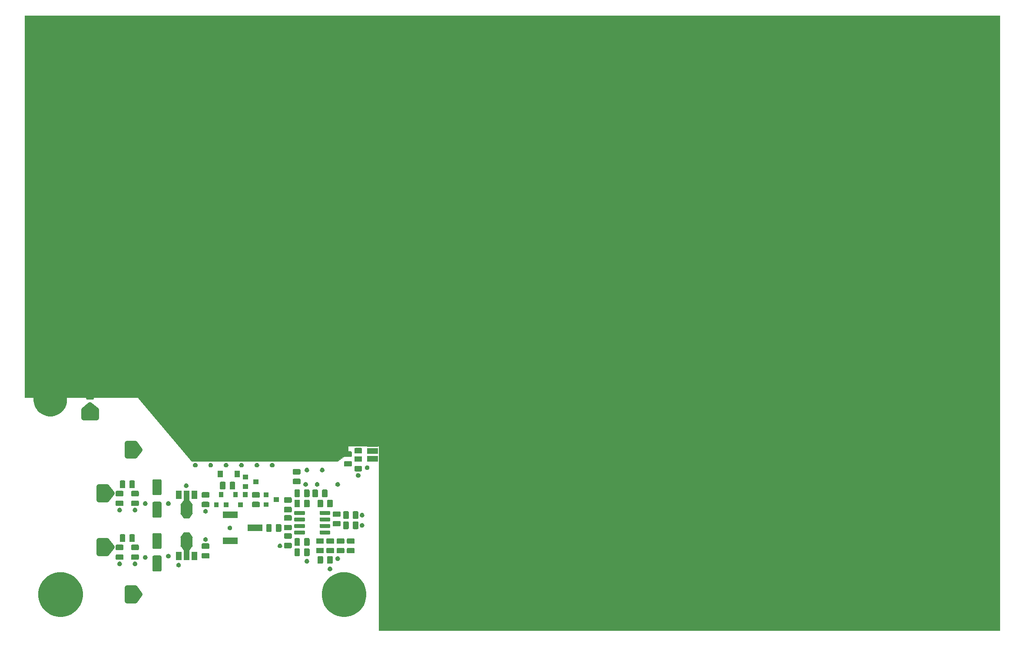
<source format=gbr>
%TF.GenerationSoftware,KiCad,Pcbnew,5.1.5+dfsg1-2~bpo10+1*%
%TF.CreationDate,2020-01-05T16:27:44+01:00*%
%TF.ProjectId,RF-AMP-VHF_V1,52462d41-4d50-42d5-9648-465f56312e6b,rev?*%
%TF.SameCoordinates,Original*%
%TF.FileFunction,Soldermask,Top*%
%TF.FilePolarity,Negative*%
%FSLAX46Y46*%
G04 Gerber Fmt 4.6, Leading zero omitted, Abs format (unit mm)*
G04 Created by KiCad (PCBNEW 5.1.5+dfsg1-2~bpo10+1) date 2020-01-05 16:27:44*
%MOMM*%
%LPD*%
G04 APERTURE LIST*
%ADD10C,1.000000*%
%ADD11C,0.100000*%
G04 APERTURE END LIST*
D10*
G36*
X49000000Y-117000000D02*
G01*
X49000000Y-118500000D01*
X46500000Y-118500000D01*
X46500000Y-117000000D01*
X47750000Y-116000000D01*
X49000000Y-117000000D01*
G37*
X49000000Y-117000000D02*
X49000000Y-118500000D01*
X46500000Y-118500000D01*
X46500000Y-117000000D01*
X47750000Y-116000000D01*
X49000000Y-117000000D01*
G36*
X57500000Y-153000000D02*
G01*
X56500000Y-154250000D01*
X55000000Y-154250000D01*
X55000000Y-151750000D01*
X56500000Y-151750000D01*
X57500000Y-153000000D01*
G37*
X57500000Y-153000000D02*
X56500000Y-154250000D01*
X55000000Y-154250000D01*
X55000000Y-151750000D01*
X56500000Y-151750000D01*
X57500000Y-153000000D01*
G36*
X52000000Y-143750000D02*
G01*
X51000000Y-145000000D01*
X49500000Y-145000000D01*
X49500000Y-142500000D01*
X51000000Y-142500000D01*
X52000000Y-143750000D01*
G37*
X52000000Y-143750000D02*
X51000000Y-145000000D01*
X49500000Y-145000000D01*
X49500000Y-142500000D01*
X51000000Y-142500000D01*
X52000000Y-143750000D01*
G36*
X52000000Y-133250000D02*
G01*
X51000000Y-134500000D01*
X49500000Y-134500000D01*
X49500000Y-132000000D01*
X51000000Y-132000000D01*
X52000000Y-133250000D01*
G37*
X52000000Y-133250000D02*
X51000000Y-134500000D01*
X49500000Y-134500000D01*
X49500000Y-132000000D01*
X51000000Y-132000000D01*
X52000000Y-133250000D01*
G36*
X57500000Y-124750000D02*
G01*
X56500000Y-126000000D01*
X55000000Y-126000000D01*
X55000000Y-123500000D01*
X56500000Y-123500000D01*
X57500000Y-124750000D01*
G37*
X57500000Y-124750000D02*
X56500000Y-126000000D01*
X55000000Y-126000000D01*
X55000000Y-123500000D01*
X56500000Y-123500000D01*
X57500000Y-124750000D01*
D11*
G36*
X225000000Y-160000000D02*
G01*
X104000000Y-160000000D01*
X104000000Y-124000000D01*
X98000000Y-124000000D01*
X98000000Y-125500000D01*
X96000000Y-127000000D01*
X67500000Y-127000000D01*
X57000000Y-114500000D01*
X35000000Y-114500000D01*
X35000000Y-40000000D01*
X225000000Y-40000000D01*
X225000000Y-160000000D01*
G37*
X225000000Y-160000000D02*
X104000000Y-160000000D01*
X104000000Y-124000000D01*
X98000000Y-124000000D01*
X98000000Y-125500000D01*
X96000000Y-127000000D01*
X67500000Y-127000000D01*
X57000000Y-114500000D01*
X35000000Y-114500000D01*
X35000000Y-40000000D01*
X225000000Y-40000000D01*
X225000000Y-160000000D01*
G36*
X171242219Y-150302187D02*
G01*
X171267432Y-150309835D01*
X171290665Y-150322254D01*
X171311032Y-150338968D01*
X171327746Y-150359335D01*
X171340165Y-150382568D01*
X171347813Y-150407781D01*
X171351000Y-150440141D01*
X171351000Y-159059859D01*
X171347813Y-159092219D01*
X171340165Y-159117432D01*
X171327746Y-159140665D01*
X171311032Y-159161032D01*
X171290665Y-159177746D01*
X171267432Y-159190165D01*
X171242219Y-159197813D01*
X171209859Y-159201000D01*
X161790141Y-159201000D01*
X161757781Y-159197813D01*
X161732568Y-159190165D01*
X161709335Y-159177746D01*
X161688968Y-159161032D01*
X161672254Y-159140665D01*
X161659835Y-159117432D01*
X161652187Y-159092219D01*
X161649000Y-159059859D01*
X161649000Y-150440141D01*
X161652187Y-150407781D01*
X161659835Y-150382568D01*
X161672254Y-150359335D01*
X161688968Y-150338968D01*
X161709335Y-150322254D01*
X161732568Y-150309835D01*
X161757781Y-150302187D01*
X161790141Y-150299000D01*
X171209859Y-150299000D01*
X171242219Y-150302187D01*
G37*
G36*
X158881552Y-157316331D02*
G01*
X158963627Y-157350328D01*
X158963629Y-157350329D01*
X158964633Y-157351000D01*
X159037495Y-157399685D01*
X159100315Y-157462505D01*
X159149672Y-157536373D01*
X159183669Y-157618448D01*
X159201000Y-157705579D01*
X159201000Y-157794421D01*
X159183669Y-157881552D01*
X159149672Y-157963627D01*
X159149671Y-157963629D01*
X159100314Y-158037496D01*
X159037496Y-158100314D01*
X158963629Y-158149671D01*
X158963628Y-158149672D01*
X158963627Y-158149672D01*
X158881552Y-158183669D01*
X158794421Y-158201000D01*
X158705579Y-158201000D01*
X158618448Y-158183669D01*
X158536373Y-158149672D01*
X158536372Y-158149672D01*
X158536371Y-158149671D01*
X158462504Y-158100314D01*
X158399686Y-158037496D01*
X158350329Y-157963629D01*
X158350328Y-157963627D01*
X158316331Y-157881552D01*
X158299000Y-157794421D01*
X158299000Y-157705579D01*
X158316331Y-157618448D01*
X158350328Y-157536373D01*
X158399685Y-157462505D01*
X158462505Y-157399685D01*
X158535367Y-157351000D01*
X158536371Y-157350329D01*
X158536373Y-157350328D01*
X158618448Y-157316331D01*
X158705579Y-157299000D01*
X158794421Y-157299000D01*
X158881552Y-157316331D01*
G37*
G36*
X203881552Y-157316331D02*
G01*
X203963627Y-157350328D01*
X203963629Y-157350329D01*
X203964633Y-157351000D01*
X204037495Y-157399685D01*
X204100315Y-157462505D01*
X204149672Y-157536373D01*
X204183669Y-157618448D01*
X204201000Y-157705579D01*
X204201000Y-157794421D01*
X204183669Y-157881552D01*
X204149672Y-157963627D01*
X204149671Y-157963629D01*
X204100314Y-158037496D01*
X204037496Y-158100314D01*
X203963629Y-158149671D01*
X203963628Y-158149672D01*
X203963627Y-158149672D01*
X203881552Y-158183669D01*
X203794421Y-158201000D01*
X203705579Y-158201000D01*
X203618448Y-158183669D01*
X203536373Y-158149672D01*
X203536372Y-158149672D01*
X203536371Y-158149671D01*
X203462504Y-158100314D01*
X203399686Y-158037496D01*
X203350329Y-157963629D01*
X203350328Y-157963627D01*
X203316331Y-157881552D01*
X203299000Y-157794421D01*
X203299000Y-157705579D01*
X203316331Y-157618448D01*
X203350328Y-157536373D01*
X203399685Y-157462505D01*
X203462505Y-157399685D01*
X203535367Y-157351000D01*
X203536371Y-157350329D01*
X203536373Y-157350328D01*
X203618448Y-157316331D01*
X203705579Y-157299000D01*
X203794421Y-157299000D01*
X203881552Y-157316331D01*
G37*
G36*
X200881552Y-157316331D02*
G01*
X200963627Y-157350328D01*
X200963629Y-157350329D01*
X200964633Y-157351000D01*
X201037495Y-157399685D01*
X201100315Y-157462505D01*
X201149672Y-157536373D01*
X201183669Y-157618448D01*
X201201000Y-157705579D01*
X201201000Y-157794421D01*
X201183669Y-157881552D01*
X201149672Y-157963627D01*
X201149671Y-157963629D01*
X201100314Y-158037496D01*
X201037496Y-158100314D01*
X200963629Y-158149671D01*
X200963628Y-158149672D01*
X200963627Y-158149672D01*
X200881552Y-158183669D01*
X200794421Y-158201000D01*
X200705579Y-158201000D01*
X200618448Y-158183669D01*
X200536373Y-158149672D01*
X200536372Y-158149672D01*
X200536371Y-158149671D01*
X200462504Y-158100314D01*
X200399686Y-158037496D01*
X200350329Y-157963629D01*
X200350328Y-157963627D01*
X200316331Y-157881552D01*
X200299000Y-157794421D01*
X200299000Y-157705579D01*
X200316331Y-157618448D01*
X200350328Y-157536373D01*
X200399685Y-157462505D01*
X200462505Y-157399685D01*
X200535367Y-157351000D01*
X200536371Y-157350329D01*
X200536373Y-157350328D01*
X200618448Y-157316331D01*
X200705579Y-157299000D01*
X200794421Y-157299000D01*
X200881552Y-157316331D01*
G37*
G36*
X197881552Y-157316331D02*
G01*
X197963627Y-157350328D01*
X197963629Y-157350329D01*
X197964633Y-157351000D01*
X198037495Y-157399685D01*
X198100315Y-157462505D01*
X198149672Y-157536373D01*
X198183669Y-157618448D01*
X198201000Y-157705579D01*
X198201000Y-157794421D01*
X198183669Y-157881552D01*
X198149672Y-157963627D01*
X198149671Y-157963629D01*
X198100314Y-158037496D01*
X198037496Y-158100314D01*
X197963629Y-158149671D01*
X197963628Y-158149672D01*
X197963627Y-158149672D01*
X197881552Y-158183669D01*
X197794421Y-158201000D01*
X197705579Y-158201000D01*
X197618448Y-158183669D01*
X197536373Y-158149672D01*
X197536372Y-158149672D01*
X197536371Y-158149671D01*
X197462504Y-158100314D01*
X197399686Y-158037496D01*
X197350329Y-157963629D01*
X197350328Y-157963627D01*
X197316331Y-157881552D01*
X197299000Y-157794421D01*
X197299000Y-157705579D01*
X197316331Y-157618448D01*
X197350328Y-157536373D01*
X197399685Y-157462505D01*
X197462505Y-157399685D01*
X197535367Y-157351000D01*
X197536371Y-157350329D01*
X197536373Y-157350328D01*
X197618448Y-157316331D01*
X197705579Y-157299000D01*
X197794421Y-157299000D01*
X197881552Y-157316331D01*
G37*
G36*
X194881552Y-157316331D02*
G01*
X194963627Y-157350328D01*
X194963629Y-157350329D01*
X194964633Y-157351000D01*
X195037495Y-157399685D01*
X195100315Y-157462505D01*
X195149672Y-157536373D01*
X195183669Y-157618448D01*
X195201000Y-157705579D01*
X195201000Y-157794421D01*
X195183669Y-157881552D01*
X195149672Y-157963627D01*
X195149671Y-157963629D01*
X195100314Y-158037496D01*
X195037496Y-158100314D01*
X194963629Y-158149671D01*
X194963628Y-158149672D01*
X194963627Y-158149672D01*
X194881552Y-158183669D01*
X194794421Y-158201000D01*
X194705579Y-158201000D01*
X194618448Y-158183669D01*
X194536373Y-158149672D01*
X194536372Y-158149672D01*
X194536371Y-158149671D01*
X194462504Y-158100314D01*
X194399686Y-158037496D01*
X194350329Y-157963629D01*
X194350328Y-157963627D01*
X194316331Y-157881552D01*
X194299000Y-157794421D01*
X194299000Y-157705579D01*
X194316331Y-157618448D01*
X194350328Y-157536373D01*
X194399685Y-157462505D01*
X194462505Y-157399685D01*
X194535367Y-157351000D01*
X194536371Y-157350329D01*
X194536373Y-157350328D01*
X194618448Y-157316331D01*
X194705579Y-157299000D01*
X194794421Y-157299000D01*
X194881552Y-157316331D01*
G37*
G36*
X191881552Y-157316331D02*
G01*
X191963627Y-157350328D01*
X191963629Y-157350329D01*
X191964633Y-157351000D01*
X192037495Y-157399685D01*
X192100315Y-157462505D01*
X192149672Y-157536373D01*
X192183669Y-157618448D01*
X192201000Y-157705579D01*
X192201000Y-157794421D01*
X192183669Y-157881552D01*
X192149672Y-157963627D01*
X192149671Y-157963629D01*
X192100314Y-158037496D01*
X192037496Y-158100314D01*
X191963629Y-158149671D01*
X191963628Y-158149672D01*
X191963627Y-158149672D01*
X191881552Y-158183669D01*
X191794421Y-158201000D01*
X191705579Y-158201000D01*
X191618448Y-158183669D01*
X191536373Y-158149672D01*
X191536372Y-158149672D01*
X191536371Y-158149671D01*
X191462504Y-158100314D01*
X191399686Y-158037496D01*
X191350329Y-157963629D01*
X191350328Y-157963627D01*
X191316331Y-157881552D01*
X191299000Y-157794421D01*
X191299000Y-157705579D01*
X191316331Y-157618448D01*
X191350328Y-157536373D01*
X191399685Y-157462505D01*
X191462505Y-157399685D01*
X191535367Y-157351000D01*
X191536371Y-157350329D01*
X191536373Y-157350328D01*
X191618448Y-157316331D01*
X191705579Y-157299000D01*
X191794421Y-157299000D01*
X191881552Y-157316331D01*
G37*
G36*
X188881552Y-157316331D02*
G01*
X188963627Y-157350328D01*
X188963629Y-157350329D01*
X188964633Y-157351000D01*
X189037495Y-157399685D01*
X189100315Y-157462505D01*
X189149672Y-157536373D01*
X189183669Y-157618448D01*
X189201000Y-157705579D01*
X189201000Y-157794421D01*
X189183669Y-157881552D01*
X189149672Y-157963627D01*
X189149671Y-157963629D01*
X189100314Y-158037496D01*
X189037496Y-158100314D01*
X188963629Y-158149671D01*
X188963628Y-158149672D01*
X188963627Y-158149672D01*
X188881552Y-158183669D01*
X188794421Y-158201000D01*
X188705579Y-158201000D01*
X188618448Y-158183669D01*
X188536373Y-158149672D01*
X188536372Y-158149672D01*
X188536371Y-158149671D01*
X188462504Y-158100314D01*
X188399686Y-158037496D01*
X188350329Y-157963629D01*
X188350328Y-157963627D01*
X188316331Y-157881552D01*
X188299000Y-157794421D01*
X188299000Y-157705579D01*
X188316331Y-157618448D01*
X188350328Y-157536373D01*
X188399685Y-157462505D01*
X188462505Y-157399685D01*
X188535367Y-157351000D01*
X188536371Y-157350329D01*
X188536373Y-157350328D01*
X188618448Y-157316331D01*
X188705579Y-157299000D01*
X188794421Y-157299000D01*
X188881552Y-157316331D01*
G37*
G36*
X185881552Y-157316331D02*
G01*
X185963627Y-157350328D01*
X185963629Y-157350329D01*
X185964633Y-157351000D01*
X186037495Y-157399685D01*
X186100315Y-157462505D01*
X186149672Y-157536373D01*
X186183669Y-157618448D01*
X186201000Y-157705579D01*
X186201000Y-157794421D01*
X186183669Y-157881552D01*
X186149672Y-157963627D01*
X186149671Y-157963629D01*
X186100314Y-158037496D01*
X186037496Y-158100314D01*
X185963629Y-158149671D01*
X185963628Y-158149672D01*
X185963627Y-158149672D01*
X185881552Y-158183669D01*
X185794421Y-158201000D01*
X185705579Y-158201000D01*
X185618448Y-158183669D01*
X185536373Y-158149672D01*
X185536372Y-158149672D01*
X185536371Y-158149671D01*
X185462504Y-158100314D01*
X185399686Y-158037496D01*
X185350329Y-157963629D01*
X185350328Y-157963627D01*
X185316331Y-157881552D01*
X185299000Y-157794421D01*
X185299000Y-157705579D01*
X185316331Y-157618448D01*
X185350328Y-157536373D01*
X185399685Y-157462505D01*
X185462505Y-157399685D01*
X185535367Y-157351000D01*
X185536371Y-157350329D01*
X185536373Y-157350328D01*
X185618448Y-157316331D01*
X185705579Y-157299000D01*
X185794421Y-157299000D01*
X185881552Y-157316331D01*
G37*
G36*
X182881552Y-157316331D02*
G01*
X182963627Y-157350328D01*
X182963629Y-157350329D01*
X182964633Y-157351000D01*
X183037495Y-157399685D01*
X183100315Y-157462505D01*
X183149672Y-157536373D01*
X183183669Y-157618448D01*
X183201000Y-157705579D01*
X183201000Y-157794421D01*
X183183669Y-157881552D01*
X183149672Y-157963627D01*
X183149671Y-157963629D01*
X183100314Y-158037496D01*
X183037496Y-158100314D01*
X182963629Y-158149671D01*
X182963628Y-158149672D01*
X182963627Y-158149672D01*
X182881552Y-158183669D01*
X182794421Y-158201000D01*
X182705579Y-158201000D01*
X182618448Y-158183669D01*
X182536373Y-158149672D01*
X182536372Y-158149672D01*
X182536371Y-158149671D01*
X182462504Y-158100314D01*
X182399686Y-158037496D01*
X182350329Y-157963629D01*
X182350328Y-157963627D01*
X182316331Y-157881552D01*
X182299000Y-157794421D01*
X182299000Y-157705579D01*
X182316331Y-157618448D01*
X182350328Y-157536373D01*
X182399685Y-157462505D01*
X182462505Y-157399685D01*
X182535367Y-157351000D01*
X182536371Y-157350329D01*
X182536373Y-157350328D01*
X182618448Y-157316331D01*
X182705579Y-157299000D01*
X182794421Y-157299000D01*
X182881552Y-157316331D01*
G37*
G36*
X179881552Y-157316331D02*
G01*
X179963627Y-157350328D01*
X179963629Y-157350329D01*
X179964633Y-157351000D01*
X180037495Y-157399685D01*
X180100315Y-157462505D01*
X180149672Y-157536373D01*
X180183669Y-157618448D01*
X180201000Y-157705579D01*
X180201000Y-157794421D01*
X180183669Y-157881552D01*
X180149672Y-157963627D01*
X180149671Y-157963629D01*
X180100314Y-158037496D01*
X180037496Y-158100314D01*
X179963629Y-158149671D01*
X179963628Y-158149672D01*
X179963627Y-158149672D01*
X179881552Y-158183669D01*
X179794421Y-158201000D01*
X179705579Y-158201000D01*
X179618448Y-158183669D01*
X179536373Y-158149672D01*
X179536372Y-158149672D01*
X179536371Y-158149671D01*
X179462504Y-158100314D01*
X179399686Y-158037496D01*
X179350329Y-157963629D01*
X179350328Y-157963627D01*
X179316331Y-157881552D01*
X179299000Y-157794421D01*
X179299000Y-157705579D01*
X179316331Y-157618448D01*
X179350328Y-157536373D01*
X179399685Y-157462505D01*
X179462505Y-157399685D01*
X179535367Y-157351000D01*
X179536371Y-157350329D01*
X179536373Y-157350328D01*
X179618448Y-157316331D01*
X179705579Y-157299000D01*
X179794421Y-157299000D01*
X179881552Y-157316331D01*
G37*
G36*
X176881552Y-157316331D02*
G01*
X176963627Y-157350328D01*
X176963629Y-157350329D01*
X176964633Y-157351000D01*
X177037495Y-157399685D01*
X177100315Y-157462505D01*
X177149672Y-157536373D01*
X177183669Y-157618448D01*
X177201000Y-157705579D01*
X177201000Y-157794421D01*
X177183669Y-157881552D01*
X177149672Y-157963627D01*
X177149671Y-157963629D01*
X177100314Y-158037496D01*
X177037496Y-158100314D01*
X176963629Y-158149671D01*
X176963628Y-158149672D01*
X176963627Y-158149672D01*
X176881552Y-158183669D01*
X176794421Y-158201000D01*
X176705579Y-158201000D01*
X176618448Y-158183669D01*
X176536373Y-158149672D01*
X176536372Y-158149672D01*
X176536371Y-158149671D01*
X176462504Y-158100314D01*
X176399686Y-158037496D01*
X176350329Y-157963629D01*
X176350328Y-157963627D01*
X176316331Y-157881552D01*
X176299000Y-157794421D01*
X176299000Y-157705579D01*
X176316331Y-157618448D01*
X176350328Y-157536373D01*
X176399685Y-157462505D01*
X176462505Y-157399685D01*
X176535367Y-157351000D01*
X176536371Y-157350329D01*
X176536373Y-157350328D01*
X176618448Y-157316331D01*
X176705579Y-157299000D01*
X176794421Y-157299000D01*
X176881552Y-157316331D01*
G37*
G36*
X173881552Y-157316331D02*
G01*
X173963627Y-157350328D01*
X173963629Y-157350329D01*
X173964633Y-157351000D01*
X174037495Y-157399685D01*
X174100315Y-157462505D01*
X174149672Y-157536373D01*
X174183669Y-157618448D01*
X174201000Y-157705579D01*
X174201000Y-157794421D01*
X174183669Y-157881552D01*
X174149672Y-157963627D01*
X174149671Y-157963629D01*
X174100314Y-158037496D01*
X174037496Y-158100314D01*
X173963629Y-158149671D01*
X173963628Y-158149672D01*
X173963627Y-158149672D01*
X173881552Y-158183669D01*
X173794421Y-158201000D01*
X173705579Y-158201000D01*
X173618448Y-158183669D01*
X173536373Y-158149672D01*
X173536372Y-158149672D01*
X173536371Y-158149671D01*
X173462504Y-158100314D01*
X173399686Y-158037496D01*
X173350329Y-157963629D01*
X173350328Y-157963627D01*
X173316331Y-157881552D01*
X173299000Y-157794421D01*
X173299000Y-157705579D01*
X173316331Y-157618448D01*
X173350328Y-157536373D01*
X173399685Y-157462505D01*
X173462505Y-157399685D01*
X173535367Y-157351000D01*
X173536371Y-157350329D01*
X173536373Y-157350328D01*
X173618448Y-157316331D01*
X173705579Y-157299000D01*
X173794421Y-157299000D01*
X173881552Y-157316331D01*
G37*
G36*
X152881552Y-157316331D02*
G01*
X152963627Y-157350328D01*
X152963629Y-157350329D01*
X152964633Y-157351000D01*
X153037495Y-157399685D01*
X153100315Y-157462505D01*
X153149672Y-157536373D01*
X153183669Y-157618448D01*
X153201000Y-157705579D01*
X153201000Y-157794421D01*
X153183669Y-157881552D01*
X153149672Y-157963627D01*
X153149671Y-157963629D01*
X153100314Y-158037496D01*
X153037496Y-158100314D01*
X152963629Y-158149671D01*
X152963628Y-158149672D01*
X152963627Y-158149672D01*
X152881552Y-158183669D01*
X152794421Y-158201000D01*
X152705579Y-158201000D01*
X152618448Y-158183669D01*
X152536373Y-158149672D01*
X152536372Y-158149672D01*
X152536371Y-158149671D01*
X152462504Y-158100314D01*
X152399686Y-158037496D01*
X152350329Y-157963629D01*
X152350328Y-157963627D01*
X152316331Y-157881552D01*
X152299000Y-157794421D01*
X152299000Y-157705579D01*
X152316331Y-157618448D01*
X152350328Y-157536373D01*
X152399685Y-157462505D01*
X152462505Y-157399685D01*
X152535367Y-157351000D01*
X152536371Y-157350329D01*
X152536373Y-157350328D01*
X152618448Y-157316331D01*
X152705579Y-157299000D01*
X152794421Y-157299000D01*
X152881552Y-157316331D01*
G37*
G36*
X149881552Y-157316331D02*
G01*
X149963627Y-157350328D01*
X149963629Y-157350329D01*
X149964633Y-157351000D01*
X150037495Y-157399685D01*
X150100315Y-157462505D01*
X150149672Y-157536373D01*
X150183669Y-157618448D01*
X150201000Y-157705579D01*
X150201000Y-157794421D01*
X150183669Y-157881552D01*
X150149672Y-157963627D01*
X150149671Y-157963629D01*
X150100314Y-158037496D01*
X150037496Y-158100314D01*
X149963629Y-158149671D01*
X149963628Y-158149672D01*
X149963627Y-158149672D01*
X149881552Y-158183669D01*
X149794421Y-158201000D01*
X149705579Y-158201000D01*
X149618448Y-158183669D01*
X149536373Y-158149672D01*
X149536372Y-158149672D01*
X149536371Y-158149671D01*
X149462504Y-158100314D01*
X149399686Y-158037496D01*
X149350329Y-157963629D01*
X149350328Y-157963627D01*
X149316331Y-157881552D01*
X149299000Y-157794421D01*
X149299000Y-157705579D01*
X149316331Y-157618448D01*
X149350328Y-157536373D01*
X149399685Y-157462505D01*
X149462505Y-157399685D01*
X149535367Y-157351000D01*
X149536371Y-157350329D01*
X149536373Y-157350328D01*
X149618448Y-157316331D01*
X149705579Y-157299000D01*
X149794421Y-157299000D01*
X149881552Y-157316331D01*
G37*
G36*
X146881552Y-157316331D02*
G01*
X146963627Y-157350328D01*
X146963629Y-157350329D01*
X146964633Y-157351000D01*
X147037495Y-157399685D01*
X147100315Y-157462505D01*
X147149672Y-157536373D01*
X147183669Y-157618448D01*
X147201000Y-157705579D01*
X147201000Y-157794421D01*
X147183669Y-157881552D01*
X147149672Y-157963627D01*
X147149671Y-157963629D01*
X147100314Y-158037496D01*
X147037496Y-158100314D01*
X146963629Y-158149671D01*
X146963628Y-158149672D01*
X146963627Y-158149672D01*
X146881552Y-158183669D01*
X146794421Y-158201000D01*
X146705579Y-158201000D01*
X146618448Y-158183669D01*
X146536373Y-158149672D01*
X146536372Y-158149672D01*
X146536371Y-158149671D01*
X146462504Y-158100314D01*
X146399686Y-158037496D01*
X146350329Y-157963629D01*
X146350328Y-157963627D01*
X146316331Y-157881552D01*
X146299000Y-157794421D01*
X146299000Y-157705579D01*
X146316331Y-157618448D01*
X146350328Y-157536373D01*
X146399685Y-157462505D01*
X146462505Y-157399685D01*
X146535367Y-157351000D01*
X146536371Y-157350329D01*
X146536373Y-157350328D01*
X146618448Y-157316331D01*
X146705579Y-157299000D01*
X146794421Y-157299000D01*
X146881552Y-157316331D01*
G37*
G36*
X143881552Y-157316331D02*
G01*
X143963627Y-157350328D01*
X143963629Y-157350329D01*
X143964633Y-157351000D01*
X144037495Y-157399685D01*
X144100315Y-157462505D01*
X144149672Y-157536373D01*
X144183669Y-157618448D01*
X144201000Y-157705579D01*
X144201000Y-157794421D01*
X144183669Y-157881552D01*
X144149672Y-157963627D01*
X144149671Y-157963629D01*
X144100314Y-158037496D01*
X144037496Y-158100314D01*
X143963629Y-158149671D01*
X143963628Y-158149672D01*
X143963627Y-158149672D01*
X143881552Y-158183669D01*
X143794421Y-158201000D01*
X143705579Y-158201000D01*
X143618448Y-158183669D01*
X143536373Y-158149672D01*
X143536372Y-158149672D01*
X143536371Y-158149671D01*
X143462504Y-158100314D01*
X143399686Y-158037496D01*
X143350329Y-157963629D01*
X143350328Y-157963627D01*
X143316331Y-157881552D01*
X143299000Y-157794421D01*
X143299000Y-157705579D01*
X143316331Y-157618448D01*
X143350328Y-157536373D01*
X143399685Y-157462505D01*
X143462505Y-157399685D01*
X143535367Y-157351000D01*
X143536371Y-157350329D01*
X143536373Y-157350328D01*
X143618448Y-157316331D01*
X143705579Y-157299000D01*
X143794421Y-157299000D01*
X143881552Y-157316331D01*
G37*
G36*
X140881552Y-157316331D02*
G01*
X140963627Y-157350328D01*
X140963629Y-157350329D01*
X140964633Y-157351000D01*
X141037495Y-157399685D01*
X141100315Y-157462505D01*
X141149672Y-157536373D01*
X141183669Y-157618448D01*
X141201000Y-157705579D01*
X141201000Y-157794421D01*
X141183669Y-157881552D01*
X141149672Y-157963627D01*
X141149671Y-157963629D01*
X141100314Y-158037496D01*
X141037496Y-158100314D01*
X140963629Y-158149671D01*
X140963628Y-158149672D01*
X140963627Y-158149672D01*
X140881552Y-158183669D01*
X140794421Y-158201000D01*
X140705579Y-158201000D01*
X140618448Y-158183669D01*
X140536373Y-158149672D01*
X140536372Y-158149672D01*
X140536371Y-158149671D01*
X140462504Y-158100314D01*
X140399686Y-158037496D01*
X140350329Y-157963629D01*
X140350328Y-157963627D01*
X140316331Y-157881552D01*
X140299000Y-157794421D01*
X140299000Y-157705579D01*
X140316331Y-157618448D01*
X140350328Y-157536373D01*
X140399685Y-157462505D01*
X140462505Y-157399685D01*
X140535367Y-157351000D01*
X140536371Y-157350329D01*
X140536373Y-157350328D01*
X140618448Y-157316331D01*
X140705579Y-157299000D01*
X140794421Y-157299000D01*
X140881552Y-157316331D01*
G37*
G36*
X137881552Y-157316331D02*
G01*
X137963627Y-157350328D01*
X137963629Y-157350329D01*
X137964633Y-157351000D01*
X138037495Y-157399685D01*
X138100315Y-157462505D01*
X138149672Y-157536373D01*
X138183669Y-157618448D01*
X138201000Y-157705579D01*
X138201000Y-157794421D01*
X138183669Y-157881552D01*
X138149672Y-157963627D01*
X138149671Y-157963629D01*
X138100314Y-158037496D01*
X138037496Y-158100314D01*
X137963629Y-158149671D01*
X137963628Y-158149672D01*
X137963627Y-158149672D01*
X137881552Y-158183669D01*
X137794421Y-158201000D01*
X137705579Y-158201000D01*
X137618448Y-158183669D01*
X137536373Y-158149672D01*
X137536372Y-158149672D01*
X137536371Y-158149671D01*
X137462504Y-158100314D01*
X137399686Y-158037496D01*
X137350329Y-157963629D01*
X137350328Y-157963627D01*
X137316331Y-157881552D01*
X137299000Y-157794421D01*
X137299000Y-157705579D01*
X137316331Y-157618448D01*
X137350328Y-157536373D01*
X137399685Y-157462505D01*
X137462505Y-157399685D01*
X137535367Y-157351000D01*
X137536371Y-157350329D01*
X137536373Y-157350328D01*
X137618448Y-157316331D01*
X137705579Y-157299000D01*
X137794421Y-157299000D01*
X137881552Y-157316331D01*
G37*
G36*
X134881552Y-157316331D02*
G01*
X134963627Y-157350328D01*
X134963629Y-157350329D01*
X134964633Y-157351000D01*
X135037495Y-157399685D01*
X135100315Y-157462505D01*
X135149672Y-157536373D01*
X135183669Y-157618448D01*
X135201000Y-157705579D01*
X135201000Y-157794421D01*
X135183669Y-157881552D01*
X135149672Y-157963627D01*
X135149671Y-157963629D01*
X135100314Y-158037496D01*
X135037496Y-158100314D01*
X134963629Y-158149671D01*
X134963628Y-158149672D01*
X134963627Y-158149672D01*
X134881552Y-158183669D01*
X134794421Y-158201000D01*
X134705579Y-158201000D01*
X134618448Y-158183669D01*
X134536373Y-158149672D01*
X134536372Y-158149672D01*
X134536371Y-158149671D01*
X134462504Y-158100314D01*
X134399686Y-158037496D01*
X134350329Y-157963629D01*
X134350328Y-157963627D01*
X134316331Y-157881552D01*
X134299000Y-157794421D01*
X134299000Y-157705579D01*
X134316331Y-157618448D01*
X134350328Y-157536373D01*
X134399685Y-157462505D01*
X134462505Y-157399685D01*
X134535367Y-157351000D01*
X134536371Y-157350329D01*
X134536373Y-157350328D01*
X134618448Y-157316331D01*
X134705579Y-157299000D01*
X134794421Y-157299000D01*
X134881552Y-157316331D01*
G37*
G36*
X131881552Y-157316331D02*
G01*
X131963627Y-157350328D01*
X131963629Y-157350329D01*
X131964633Y-157351000D01*
X132037495Y-157399685D01*
X132100315Y-157462505D01*
X132149672Y-157536373D01*
X132183669Y-157618448D01*
X132201000Y-157705579D01*
X132201000Y-157794421D01*
X132183669Y-157881552D01*
X132149672Y-157963627D01*
X132149671Y-157963629D01*
X132100314Y-158037496D01*
X132037496Y-158100314D01*
X131963629Y-158149671D01*
X131963628Y-158149672D01*
X131963627Y-158149672D01*
X131881552Y-158183669D01*
X131794421Y-158201000D01*
X131705579Y-158201000D01*
X131618448Y-158183669D01*
X131536373Y-158149672D01*
X131536372Y-158149672D01*
X131536371Y-158149671D01*
X131462504Y-158100314D01*
X131399686Y-158037496D01*
X131350329Y-157963629D01*
X131350328Y-157963627D01*
X131316331Y-157881552D01*
X131299000Y-157794421D01*
X131299000Y-157705579D01*
X131316331Y-157618448D01*
X131350328Y-157536373D01*
X131399685Y-157462505D01*
X131462505Y-157399685D01*
X131535367Y-157351000D01*
X131536371Y-157350329D01*
X131536373Y-157350328D01*
X131618448Y-157316331D01*
X131705579Y-157299000D01*
X131794421Y-157299000D01*
X131881552Y-157316331D01*
G37*
G36*
X128881552Y-157316331D02*
G01*
X128963627Y-157350328D01*
X128963629Y-157350329D01*
X128964633Y-157351000D01*
X129037495Y-157399685D01*
X129100315Y-157462505D01*
X129149672Y-157536373D01*
X129183669Y-157618448D01*
X129201000Y-157705579D01*
X129201000Y-157794421D01*
X129183669Y-157881552D01*
X129149672Y-157963627D01*
X129149671Y-157963629D01*
X129100314Y-158037496D01*
X129037496Y-158100314D01*
X128963629Y-158149671D01*
X128963628Y-158149672D01*
X128963627Y-158149672D01*
X128881552Y-158183669D01*
X128794421Y-158201000D01*
X128705579Y-158201000D01*
X128618448Y-158183669D01*
X128536373Y-158149672D01*
X128536372Y-158149672D01*
X128536371Y-158149671D01*
X128462504Y-158100314D01*
X128399686Y-158037496D01*
X128350329Y-157963629D01*
X128350328Y-157963627D01*
X128316331Y-157881552D01*
X128299000Y-157794421D01*
X128299000Y-157705579D01*
X128316331Y-157618448D01*
X128350328Y-157536373D01*
X128399685Y-157462505D01*
X128462505Y-157399685D01*
X128535367Y-157351000D01*
X128536371Y-157350329D01*
X128536373Y-157350328D01*
X128618448Y-157316331D01*
X128705579Y-157299000D01*
X128794421Y-157299000D01*
X128881552Y-157316331D01*
G37*
G36*
X206881552Y-157316331D02*
G01*
X206963627Y-157350328D01*
X206963629Y-157350329D01*
X206964633Y-157351000D01*
X207037495Y-157399685D01*
X207100315Y-157462505D01*
X207149672Y-157536373D01*
X207183669Y-157618448D01*
X207201000Y-157705579D01*
X207201000Y-157794421D01*
X207183669Y-157881552D01*
X207149672Y-157963627D01*
X207149671Y-157963629D01*
X207100314Y-158037496D01*
X207037496Y-158100314D01*
X206963629Y-158149671D01*
X206963628Y-158149672D01*
X206963627Y-158149672D01*
X206881552Y-158183669D01*
X206794421Y-158201000D01*
X206705579Y-158201000D01*
X206618448Y-158183669D01*
X206536373Y-158149672D01*
X206536372Y-158149672D01*
X206536371Y-158149671D01*
X206462504Y-158100314D01*
X206399686Y-158037496D01*
X206350329Y-157963629D01*
X206350328Y-157963627D01*
X206316331Y-157881552D01*
X206299000Y-157794421D01*
X206299000Y-157705579D01*
X206316331Y-157618448D01*
X206350328Y-157536373D01*
X206399685Y-157462505D01*
X206462505Y-157399685D01*
X206535367Y-157351000D01*
X206536371Y-157350329D01*
X206536373Y-157350328D01*
X206618448Y-157316331D01*
X206705579Y-157299000D01*
X206794421Y-157299000D01*
X206881552Y-157316331D01*
G37*
G36*
X155881552Y-157316331D02*
G01*
X155963627Y-157350328D01*
X155963629Y-157350329D01*
X155964633Y-157351000D01*
X156037495Y-157399685D01*
X156100315Y-157462505D01*
X156149672Y-157536373D01*
X156183669Y-157618448D01*
X156201000Y-157705579D01*
X156201000Y-157794421D01*
X156183669Y-157881552D01*
X156149672Y-157963627D01*
X156149671Y-157963629D01*
X156100314Y-158037496D01*
X156037496Y-158100314D01*
X155963629Y-158149671D01*
X155963628Y-158149672D01*
X155963627Y-158149672D01*
X155881552Y-158183669D01*
X155794421Y-158201000D01*
X155705579Y-158201000D01*
X155618448Y-158183669D01*
X155536373Y-158149672D01*
X155536372Y-158149672D01*
X155536371Y-158149671D01*
X155462504Y-158100314D01*
X155399686Y-158037496D01*
X155350329Y-157963629D01*
X155350328Y-157963627D01*
X155316331Y-157881552D01*
X155299000Y-157794421D01*
X155299000Y-157705579D01*
X155316331Y-157618448D01*
X155350328Y-157536373D01*
X155399685Y-157462505D01*
X155462505Y-157399685D01*
X155535367Y-157351000D01*
X155536371Y-157350329D01*
X155536373Y-157350328D01*
X155618448Y-157316331D01*
X155705579Y-157299000D01*
X155794421Y-157299000D01*
X155881552Y-157316331D01*
G37*
G36*
X42548156Y-148672794D02*
G01*
X43269140Y-148816206D01*
X44060972Y-149144193D01*
X44773601Y-149620357D01*
X45379643Y-150226399D01*
X45855807Y-150939028D01*
X46183794Y-151730860D01*
X46351000Y-152571464D01*
X46351000Y-153428536D01*
X46183794Y-154269140D01*
X45855807Y-155060972D01*
X45379643Y-155773601D01*
X44773601Y-156379643D01*
X44060972Y-156855807D01*
X43269140Y-157183794D01*
X42602829Y-157316331D01*
X42428537Y-157351000D01*
X41571463Y-157351000D01*
X41397171Y-157316331D01*
X40730860Y-157183794D01*
X39939028Y-156855807D01*
X39226399Y-156379643D01*
X38620357Y-155773601D01*
X38144193Y-155060972D01*
X37816206Y-154269140D01*
X37649000Y-153428536D01*
X37649000Y-152571464D01*
X37816206Y-151730860D01*
X38144193Y-150939028D01*
X38620357Y-150226399D01*
X39226399Y-149620357D01*
X39939028Y-149144193D01*
X40730860Y-148816206D01*
X41451844Y-148672794D01*
X41571463Y-148649000D01*
X42428537Y-148649000D01*
X42548156Y-148672794D01*
G37*
G36*
X97798156Y-148672794D02*
G01*
X98519140Y-148816206D01*
X99310972Y-149144193D01*
X100023601Y-149620357D01*
X100629643Y-150226399D01*
X101105807Y-150939028D01*
X101433794Y-151730860D01*
X101601000Y-152571464D01*
X101601000Y-153428536D01*
X101433794Y-154269140D01*
X101105807Y-155060972D01*
X100629643Y-155773601D01*
X100023601Y-156379643D01*
X99310972Y-156855807D01*
X98519140Y-157183794D01*
X97852829Y-157316331D01*
X97678537Y-157351000D01*
X96821463Y-157351000D01*
X96647171Y-157316331D01*
X95980860Y-157183794D01*
X95189028Y-156855807D01*
X94476399Y-156379643D01*
X93870357Y-155773601D01*
X93394193Y-155060972D01*
X93066206Y-154269140D01*
X92899000Y-153428536D01*
X92899000Y-152571464D01*
X93066206Y-151730860D01*
X93394193Y-150939028D01*
X93870357Y-150226399D01*
X94476399Y-149620357D01*
X95189028Y-149144193D01*
X95980860Y-148816206D01*
X96701844Y-148672794D01*
X96821463Y-148649000D01*
X97678537Y-148649000D01*
X97798156Y-148672794D01*
G37*
G36*
X123298156Y-148672794D02*
G01*
X124019140Y-148816206D01*
X124810972Y-149144193D01*
X125523601Y-149620357D01*
X126129643Y-150226399D01*
X126605807Y-150939028D01*
X126933794Y-151730860D01*
X127101000Y-152571464D01*
X127101000Y-153428536D01*
X126933794Y-154269140D01*
X126605807Y-155060972D01*
X126129643Y-155773601D01*
X125523601Y-156379643D01*
X124810972Y-156855807D01*
X124019140Y-157183794D01*
X123352829Y-157316331D01*
X123178537Y-157351000D01*
X122321463Y-157351000D01*
X122147171Y-157316331D01*
X121480860Y-157183794D01*
X120689028Y-156855807D01*
X119976399Y-156379643D01*
X119370357Y-155773601D01*
X118894193Y-155060972D01*
X118566206Y-154269140D01*
X118399000Y-153428536D01*
X118399000Y-152571464D01*
X118566206Y-151730860D01*
X118894193Y-150939028D01*
X119370357Y-150226399D01*
X119976399Y-149620357D01*
X120689028Y-149144193D01*
X121480860Y-148816206D01*
X122201844Y-148672794D01*
X122321463Y-148649000D01*
X123178537Y-148649000D01*
X123298156Y-148672794D01*
G37*
G36*
X218548156Y-148672794D02*
G01*
X219269140Y-148816206D01*
X220060972Y-149144193D01*
X220773601Y-149620357D01*
X221379643Y-150226399D01*
X221855807Y-150939028D01*
X222183794Y-151730860D01*
X222351000Y-152571464D01*
X222351000Y-153428536D01*
X222183794Y-154269140D01*
X221855807Y-155060972D01*
X221379643Y-155773601D01*
X220773601Y-156379643D01*
X220060972Y-156855807D01*
X219269140Y-157183794D01*
X218602829Y-157316331D01*
X218428537Y-157351000D01*
X217571463Y-157351000D01*
X217397171Y-157316331D01*
X216730860Y-157183794D01*
X215939028Y-156855807D01*
X215226399Y-156379643D01*
X214620357Y-155773601D01*
X214144193Y-155060972D01*
X213816206Y-154269140D01*
X213649000Y-153428536D01*
X213649000Y-152571464D01*
X213816206Y-151730860D01*
X214144193Y-150939028D01*
X214620357Y-150226399D01*
X215226399Y-149620357D01*
X215939028Y-149144193D01*
X216730860Y-148816206D01*
X217451844Y-148672794D01*
X217571463Y-148649000D01*
X218428537Y-148649000D01*
X218548156Y-148672794D01*
G37*
G36*
X142381552Y-154316331D02*
G01*
X142463627Y-154350328D01*
X142463629Y-154350329D01*
X142500813Y-154375175D01*
X142537495Y-154399685D01*
X142600315Y-154462505D01*
X142649672Y-154536373D01*
X142683669Y-154618448D01*
X142701000Y-154705579D01*
X142701000Y-154794421D01*
X142683669Y-154881552D01*
X142649672Y-154963627D01*
X142649671Y-154963629D01*
X142600314Y-155037496D01*
X142537496Y-155100314D01*
X142463629Y-155149671D01*
X142463628Y-155149672D01*
X142463627Y-155149672D01*
X142381552Y-155183669D01*
X142294421Y-155201000D01*
X142205579Y-155201000D01*
X142118448Y-155183669D01*
X142036373Y-155149672D01*
X142036372Y-155149672D01*
X142036371Y-155149671D01*
X141962504Y-155100314D01*
X141899686Y-155037496D01*
X141850329Y-154963629D01*
X141850328Y-154963627D01*
X141816331Y-154881552D01*
X141799000Y-154794421D01*
X141799000Y-154705579D01*
X141816331Y-154618448D01*
X141850328Y-154536373D01*
X141899685Y-154462505D01*
X141962505Y-154399685D01*
X141999187Y-154375175D01*
X142036371Y-154350329D01*
X142036373Y-154350328D01*
X142118448Y-154316331D01*
X142205579Y-154299000D01*
X142294421Y-154299000D01*
X142381552Y-154316331D01*
G37*
G36*
X202381552Y-154316331D02*
G01*
X202463627Y-154350328D01*
X202463629Y-154350329D01*
X202500813Y-154375175D01*
X202537495Y-154399685D01*
X202600315Y-154462505D01*
X202649672Y-154536373D01*
X202683669Y-154618448D01*
X202701000Y-154705579D01*
X202701000Y-154794421D01*
X202683669Y-154881552D01*
X202649672Y-154963627D01*
X202649671Y-154963629D01*
X202600314Y-155037496D01*
X202537496Y-155100314D01*
X202463629Y-155149671D01*
X202463628Y-155149672D01*
X202463627Y-155149672D01*
X202381552Y-155183669D01*
X202294421Y-155201000D01*
X202205579Y-155201000D01*
X202118448Y-155183669D01*
X202036373Y-155149672D01*
X202036372Y-155149672D01*
X202036371Y-155149671D01*
X201962504Y-155100314D01*
X201899686Y-155037496D01*
X201850329Y-154963629D01*
X201850328Y-154963627D01*
X201816331Y-154881552D01*
X201799000Y-154794421D01*
X201799000Y-154705579D01*
X201816331Y-154618448D01*
X201850328Y-154536373D01*
X201899685Y-154462505D01*
X201962505Y-154399685D01*
X201999187Y-154375175D01*
X202036371Y-154350329D01*
X202036373Y-154350328D01*
X202118448Y-154316331D01*
X202205579Y-154299000D01*
X202294421Y-154299000D01*
X202381552Y-154316331D01*
G37*
G36*
X196381552Y-154316331D02*
G01*
X196463627Y-154350328D01*
X196463629Y-154350329D01*
X196500813Y-154375175D01*
X196537495Y-154399685D01*
X196600315Y-154462505D01*
X196649672Y-154536373D01*
X196683669Y-154618448D01*
X196701000Y-154705579D01*
X196701000Y-154794421D01*
X196683669Y-154881552D01*
X196649672Y-154963627D01*
X196649671Y-154963629D01*
X196600314Y-155037496D01*
X196537496Y-155100314D01*
X196463629Y-155149671D01*
X196463628Y-155149672D01*
X196463627Y-155149672D01*
X196381552Y-155183669D01*
X196294421Y-155201000D01*
X196205579Y-155201000D01*
X196118448Y-155183669D01*
X196036373Y-155149672D01*
X196036372Y-155149672D01*
X196036371Y-155149671D01*
X195962504Y-155100314D01*
X195899686Y-155037496D01*
X195850329Y-154963629D01*
X195850328Y-154963627D01*
X195816331Y-154881552D01*
X195799000Y-154794421D01*
X195799000Y-154705579D01*
X195816331Y-154618448D01*
X195850328Y-154536373D01*
X195899685Y-154462505D01*
X195962505Y-154399685D01*
X195999187Y-154375175D01*
X196036371Y-154350329D01*
X196036373Y-154350328D01*
X196118448Y-154316331D01*
X196205579Y-154299000D01*
X196294421Y-154299000D01*
X196381552Y-154316331D01*
G37*
G36*
X199381552Y-154316331D02*
G01*
X199463627Y-154350328D01*
X199463629Y-154350329D01*
X199500813Y-154375175D01*
X199537495Y-154399685D01*
X199600315Y-154462505D01*
X199649672Y-154536373D01*
X199683669Y-154618448D01*
X199701000Y-154705579D01*
X199701000Y-154794421D01*
X199683669Y-154881552D01*
X199649672Y-154963627D01*
X199649671Y-154963629D01*
X199600314Y-155037496D01*
X199537496Y-155100314D01*
X199463629Y-155149671D01*
X199463628Y-155149672D01*
X199463627Y-155149672D01*
X199381552Y-155183669D01*
X199294421Y-155201000D01*
X199205579Y-155201000D01*
X199118448Y-155183669D01*
X199036373Y-155149672D01*
X199036372Y-155149672D01*
X199036371Y-155149671D01*
X198962504Y-155100314D01*
X198899686Y-155037496D01*
X198850329Y-154963629D01*
X198850328Y-154963627D01*
X198816331Y-154881552D01*
X198799000Y-154794421D01*
X198799000Y-154705579D01*
X198816331Y-154618448D01*
X198850328Y-154536373D01*
X198899685Y-154462505D01*
X198962505Y-154399685D01*
X198999187Y-154375175D01*
X199036371Y-154350329D01*
X199036373Y-154350328D01*
X199118448Y-154316331D01*
X199205579Y-154299000D01*
X199294421Y-154299000D01*
X199381552Y-154316331D01*
G37*
G36*
X193381552Y-154316331D02*
G01*
X193463627Y-154350328D01*
X193463629Y-154350329D01*
X193500813Y-154375175D01*
X193537495Y-154399685D01*
X193600315Y-154462505D01*
X193649672Y-154536373D01*
X193683669Y-154618448D01*
X193701000Y-154705579D01*
X193701000Y-154794421D01*
X193683669Y-154881552D01*
X193649672Y-154963627D01*
X193649671Y-154963629D01*
X193600314Y-155037496D01*
X193537496Y-155100314D01*
X193463629Y-155149671D01*
X193463628Y-155149672D01*
X193463627Y-155149672D01*
X193381552Y-155183669D01*
X193294421Y-155201000D01*
X193205579Y-155201000D01*
X193118448Y-155183669D01*
X193036373Y-155149672D01*
X193036372Y-155149672D01*
X193036371Y-155149671D01*
X192962504Y-155100314D01*
X192899686Y-155037496D01*
X192850329Y-154963629D01*
X192850328Y-154963627D01*
X192816331Y-154881552D01*
X192799000Y-154794421D01*
X192799000Y-154705579D01*
X192816331Y-154618448D01*
X192850328Y-154536373D01*
X192899685Y-154462505D01*
X192962505Y-154399685D01*
X192999187Y-154375175D01*
X193036371Y-154350329D01*
X193036373Y-154350328D01*
X193118448Y-154316331D01*
X193205579Y-154299000D01*
X193294421Y-154299000D01*
X193381552Y-154316331D01*
G37*
G36*
X190381552Y-154316331D02*
G01*
X190463627Y-154350328D01*
X190463629Y-154350329D01*
X190500813Y-154375175D01*
X190537495Y-154399685D01*
X190600315Y-154462505D01*
X190649672Y-154536373D01*
X190683669Y-154618448D01*
X190701000Y-154705579D01*
X190701000Y-154794421D01*
X190683669Y-154881552D01*
X190649672Y-154963627D01*
X190649671Y-154963629D01*
X190600314Y-155037496D01*
X190537496Y-155100314D01*
X190463629Y-155149671D01*
X190463628Y-155149672D01*
X190463627Y-155149672D01*
X190381552Y-155183669D01*
X190294421Y-155201000D01*
X190205579Y-155201000D01*
X190118448Y-155183669D01*
X190036373Y-155149672D01*
X190036372Y-155149672D01*
X190036371Y-155149671D01*
X189962504Y-155100314D01*
X189899686Y-155037496D01*
X189850329Y-154963629D01*
X189850328Y-154963627D01*
X189816331Y-154881552D01*
X189799000Y-154794421D01*
X189799000Y-154705579D01*
X189816331Y-154618448D01*
X189850328Y-154536373D01*
X189899685Y-154462505D01*
X189962505Y-154399685D01*
X189999187Y-154375175D01*
X190036371Y-154350329D01*
X190036373Y-154350328D01*
X190118448Y-154316331D01*
X190205579Y-154299000D01*
X190294421Y-154299000D01*
X190381552Y-154316331D01*
G37*
G36*
X187381552Y-154316331D02*
G01*
X187463627Y-154350328D01*
X187463629Y-154350329D01*
X187500813Y-154375175D01*
X187537495Y-154399685D01*
X187600315Y-154462505D01*
X187649672Y-154536373D01*
X187683669Y-154618448D01*
X187701000Y-154705579D01*
X187701000Y-154794421D01*
X187683669Y-154881552D01*
X187649672Y-154963627D01*
X187649671Y-154963629D01*
X187600314Y-155037496D01*
X187537496Y-155100314D01*
X187463629Y-155149671D01*
X187463628Y-155149672D01*
X187463627Y-155149672D01*
X187381552Y-155183669D01*
X187294421Y-155201000D01*
X187205579Y-155201000D01*
X187118448Y-155183669D01*
X187036373Y-155149672D01*
X187036372Y-155149672D01*
X187036371Y-155149671D01*
X186962504Y-155100314D01*
X186899686Y-155037496D01*
X186850329Y-154963629D01*
X186850328Y-154963627D01*
X186816331Y-154881552D01*
X186799000Y-154794421D01*
X186799000Y-154705579D01*
X186816331Y-154618448D01*
X186850328Y-154536373D01*
X186899685Y-154462505D01*
X186962505Y-154399685D01*
X186999187Y-154375175D01*
X187036371Y-154350329D01*
X187036373Y-154350328D01*
X187118448Y-154316331D01*
X187205579Y-154299000D01*
X187294421Y-154299000D01*
X187381552Y-154316331D01*
G37*
G36*
X181381552Y-154316331D02*
G01*
X181463627Y-154350328D01*
X181463629Y-154350329D01*
X181500813Y-154375175D01*
X181537495Y-154399685D01*
X181600315Y-154462505D01*
X181649672Y-154536373D01*
X181683669Y-154618448D01*
X181701000Y-154705579D01*
X181701000Y-154794421D01*
X181683669Y-154881552D01*
X181649672Y-154963627D01*
X181649671Y-154963629D01*
X181600314Y-155037496D01*
X181537496Y-155100314D01*
X181463629Y-155149671D01*
X181463628Y-155149672D01*
X181463627Y-155149672D01*
X181381552Y-155183669D01*
X181294421Y-155201000D01*
X181205579Y-155201000D01*
X181118448Y-155183669D01*
X181036373Y-155149672D01*
X181036372Y-155149672D01*
X181036371Y-155149671D01*
X180962504Y-155100314D01*
X180899686Y-155037496D01*
X180850329Y-154963629D01*
X180850328Y-154963627D01*
X180816331Y-154881552D01*
X180799000Y-154794421D01*
X180799000Y-154705579D01*
X180816331Y-154618448D01*
X180850328Y-154536373D01*
X180899685Y-154462505D01*
X180962505Y-154399685D01*
X180999187Y-154375175D01*
X181036371Y-154350329D01*
X181036373Y-154350328D01*
X181118448Y-154316331D01*
X181205579Y-154299000D01*
X181294421Y-154299000D01*
X181381552Y-154316331D01*
G37*
G36*
X184381552Y-154316331D02*
G01*
X184463627Y-154350328D01*
X184463629Y-154350329D01*
X184500813Y-154375175D01*
X184537495Y-154399685D01*
X184600315Y-154462505D01*
X184649672Y-154536373D01*
X184683669Y-154618448D01*
X184701000Y-154705579D01*
X184701000Y-154794421D01*
X184683669Y-154881552D01*
X184649672Y-154963627D01*
X184649671Y-154963629D01*
X184600314Y-155037496D01*
X184537496Y-155100314D01*
X184463629Y-155149671D01*
X184463628Y-155149672D01*
X184463627Y-155149672D01*
X184381552Y-155183669D01*
X184294421Y-155201000D01*
X184205579Y-155201000D01*
X184118448Y-155183669D01*
X184036373Y-155149672D01*
X184036372Y-155149672D01*
X184036371Y-155149671D01*
X183962504Y-155100314D01*
X183899686Y-155037496D01*
X183850329Y-154963629D01*
X183850328Y-154963627D01*
X183816331Y-154881552D01*
X183799000Y-154794421D01*
X183799000Y-154705579D01*
X183816331Y-154618448D01*
X183850328Y-154536373D01*
X183899685Y-154462505D01*
X183962505Y-154399685D01*
X183999187Y-154375175D01*
X184036371Y-154350329D01*
X184036373Y-154350328D01*
X184118448Y-154316331D01*
X184205579Y-154299000D01*
X184294421Y-154299000D01*
X184381552Y-154316331D01*
G37*
G36*
X208381552Y-154316331D02*
G01*
X208463627Y-154350328D01*
X208463629Y-154350329D01*
X208500813Y-154375175D01*
X208537495Y-154399685D01*
X208600315Y-154462505D01*
X208649672Y-154536373D01*
X208683669Y-154618448D01*
X208701000Y-154705579D01*
X208701000Y-154794421D01*
X208683669Y-154881552D01*
X208649672Y-154963627D01*
X208649671Y-154963629D01*
X208600314Y-155037496D01*
X208537496Y-155100314D01*
X208463629Y-155149671D01*
X208463628Y-155149672D01*
X208463627Y-155149672D01*
X208381552Y-155183669D01*
X208294421Y-155201000D01*
X208205579Y-155201000D01*
X208118448Y-155183669D01*
X208036373Y-155149672D01*
X208036372Y-155149672D01*
X208036371Y-155149671D01*
X207962504Y-155100314D01*
X207899686Y-155037496D01*
X207850329Y-154963629D01*
X207850328Y-154963627D01*
X207816331Y-154881552D01*
X207799000Y-154794421D01*
X207799000Y-154705579D01*
X207816331Y-154618448D01*
X207850328Y-154536373D01*
X207899685Y-154462505D01*
X207962505Y-154399685D01*
X207999187Y-154375175D01*
X208036371Y-154350329D01*
X208036373Y-154350328D01*
X208118448Y-154316331D01*
X208205579Y-154299000D01*
X208294421Y-154299000D01*
X208381552Y-154316331D01*
G37*
G36*
X205381552Y-154316331D02*
G01*
X205463627Y-154350328D01*
X205463629Y-154350329D01*
X205500813Y-154375175D01*
X205537495Y-154399685D01*
X205600315Y-154462505D01*
X205649672Y-154536373D01*
X205683669Y-154618448D01*
X205701000Y-154705579D01*
X205701000Y-154794421D01*
X205683669Y-154881552D01*
X205649672Y-154963627D01*
X205649671Y-154963629D01*
X205600314Y-155037496D01*
X205537496Y-155100314D01*
X205463629Y-155149671D01*
X205463628Y-155149672D01*
X205463627Y-155149672D01*
X205381552Y-155183669D01*
X205294421Y-155201000D01*
X205205579Y-155201000D01*
X205118448Y-155183669D01*
X205036373Y-155149672D01*
X205036372Y-155149672D01*
X205036371Y-155149671D01*
X204962504Y-155100314D01*
X204899686Y-155037496D01*
X204850329Y-154963629D01*
X204850328Y-154963627D01*
X204816331Y-154881552D01*
X204799000Y-154794421D01*
X204799000Y-154705579D01*
X204816331Y-154618448D01*
X204850328Y-154536373D01*
X204899685Y-154462505D01*
X204962505Y-154399685D01*
X204999187Y-154375175D01*
X205036371Y-154350329D01*
X205036373Y-154350328D01*
X205118448Y-154316331D01*
X205205579Y-154299000D01*
X205294421Y-154299000D01*
X205381552Y-154316331D01*
G37*
G36*
X130381552Y-154316331D02*
G01*
X130463627Y-154350328D01*
X130463629Y-154350329D01*
X130500813Y-154375175D01*
X130537495Y-154399685D01*
X130600315Y-154462505D01*
X130649672Y-154536373D01*
X130683669Y-154618448D01*
X130701000Y-154705579D01*
X130701000Y-154794421D01*
X130683669Y-154881552D01*
X130649672Y-154963627D01*
X130649671Y-154963629D01*
X130600314Y-155037496D01*
X130537496Y-155100314D01*
X130463629Y-155149671D01*
X130463628Y-155149672D01*
X130463627Y-155149672D01*
X130381552Y-155183669D01*
X130294421Y-155201000D01*
X130205579Y-155201000D01*
X130118448Y-155183669D01*
X130036373Y-155149672D01*
X130036372Y-155149672D01*
X130036371Y-155149671D01*
X129962504Y-155100314D01*
X129899686Y-155037496D01*
X129850329Y-154963629D01*
X129850328Y-154963627D01*
X129816331Y-154881552D01*
X129799000Y-154794421D01*
X129799000Y-154705579D01*
X129816331Y-154618448D01*
X129850328Y-154536373D01*
X129899685Y-154462505D01*
X129962505Y-154399685D01*
X129999187Y-154375175D01*
X130036371Y-154350329D01*
X130036373Y-154350328D01*
X130118448Y-154316331D01*
X130205579Y-154299000D01*
X130294421Y-154299000D01*
X130381552Y-154316331D01*
G37*
G36*
X139381552Y-154316331D02*
G01*
X139463627Y-154350328D01*
X139463629Y-154350329D01*
X139500813Y-154375175D01*
X139537495Y-154399685D01*
X139600315Y-154462505D01*
X139649672Y-154536373D01*
X139683669Y-154618448D01*
X139701000Y-154705579D01*
X139701000Y-154794421D01*
X139683669Y-154881552D01*
X139649672Y-154963627D01*
X139649671Y-154963629D01*
X139600314Y-155037496D01*
X139537496Y-155100314D01*
X139463629Y-155149671D01*
X139463628Y-155149672D01*
X139463627Y-155149672D01*
X139381552Y-155183669D01*
X139294421Y-155201000D01*
X139205579Y-155201000D01*
X139118448Y-155183669D01*
X139036373Y-155149672D01*
X139036372Y-155149672D01*
X139036371Y-155149671D01*
X138962504Y-155100314D01*
X138899686Y-155037496D01*
X138850329Y-154963629D01*
X138850328Y-154963627D01*
X138816331Y-154881552D01*
X138799000Y-154794421D01*
X138799000Y-154705579D01*
X138816331Y-154618448D01*
X138850328Y-154536373D01*
X138899685Y-154462505D01*
X138962505Y-154399685D01*
X138999187Y-154375175D01*
X139036371Y-154350329D01*
X139036373Y-154350328D01*
X139118448Y-154316331D01*
X139205579Y-154299000D01*
X139294421Y-154299000D01*
X139381552Y-154316331D01*
G37*
G36*
X178381552Y-154316331D02*
G01*
X178463627Y-154350328D01*
X178463629Y-154350329D01*
X178500813Y-154375175D01*
X178537495Y-154399685D01*
X178600315Y-154462505D01*
X178649672Y-154536373D01*
X178683669Y-154618448D01*
X178701000Y-154705579D01*
X178701000Y-154794421D01*
X178683669Y-154881552D01*
X178649672Y-154963627D01*
X178649671Y-154963629D01*
X178600314Y-155037496D01*
X178537496Y-155100314D01*
X178463629Y-155149671D01*
X178463628Y-155149672D01*
X178463627Y-155149672D01*
X178381552Y-155183669D01*
X178294421Y-155201000D01*
X178205579Y-155201000D01*
X178118448Y-155183669D01*
X178036373Y-155149672D01*
X178036372Y-155149672D01*
X178036371Y-155149671D01*
X177962504Y-155100314D01*
X177899686Y-155037496D01*
X177850329Y-154963629D01*
X177850328Y-154963627D01*
X177816331Y-154881552D01*
X177799000Y-154794421D01*
X177799000Y-154705579D01*
X177816331Y-154618448D01*
X177850328Y-154536373D01*
X177899685Y-154462505D01*
X177962505Y-154399685D01*
X177999187Y-154375175D01*
X178036371Y-154350329D01*
X178036373Y-154350328D01*
X178118448Y-154316331D01*
X178205579Y-154299000D01*
X178294421Y-154299000D01*
X178381552Y-154316331D01*
G37*
G36*
X136381552Y-154316331D02*
G01*
X136463627Y-154350328D01*
X136463629Y-154350329D01*
X136500813Y-154375175D01*
X136537495Y-154399685D01*
X136600315Y-154462505D01*
X136649672Y-154536373D01*
X136683669Y-154618448D01*
X136701000Y-154705579D01*
X136701000Y-154794421D01*
X136683669Y-154881552D01*
X136649672Y-154963627D01*
X136649671Y-154963629D01*
X136600314Y-155037496D01*
X136537496Y-155100314D01*
X136463629Y-155149671D01*
X136463628Y-155149672D01*
X136463627Y-155149672D01*
X136381552Y-155183669D01*
X136294421Y-155201000D01*
X136205579Y-155201000D01*
X136118448Y-155183669D01*
X136036373Y-155149672D01*
X136036372Y-155149672D01*
X136036371Y-155149671D01*
X135962504Y-155100314D01*
X135899686Y-155037496D01*
X135850329Y-154963629D01*
X135850328Y-154963627D01*
X135816331Y-154881552D01*
X135799000Y-154794421D01*
X135799000Y-154705579D01*
X135816331Y-154618448D01*
X135850328Y-154536373D01*
X135899685Y-154462505D01*
X135962505Y-154399685D01*
X135999187Y-154375175D01*
X136036371Y-154350329D01*
X136036373Y-154350328D01*
X136118448Y-154316331D01*
X136205579Y-154299000D01*
X136294421Y-154299000D01*
X136381552Y-154316331D01*
G37*
G36*
X175381552Y-154316331D02*
G01*
X175463627Y-154350328D01*
X175463629Y-154350329D01*
X175500813Y-154375175D01*
X175537495Y-154399685D01*
X175600315Y-154462505D01*
X175649672Y-154536373D01*
X175683669Y-154618448D01*
X175701000Y-154705579D01*
X175701000Y-154794421D01*
X175683669Y-154881552D01*
X175649672Y-154963627D01*
X175649671Y-154963629D01*
X175600314Y-155037496D01*
X175537496Y-155100314D01*
X175463629Y-155149671D01*
X175463628Y-155149672D01*
X175463627Y-155149672D01*
X175381552Y-155183669D01*
X175294421Y-155201000D01*
X175205579Y-155201000D01*
X175118448Y-155183669D01*
X175036373Y-155149672D01*
X175036372Y-155149672D01*
X175036371Y-155149671D01*
X174962504Y-155100314D01*
X174899686Y-155037496D01*
X174850329Y-154963629D01*
X174850328Y-154963627D01*
X174816331Y-154881552D01*
X174799000Y-154794421D01*
X174799000Y-154705579D01*
X174816331Y-154618448D01*
X174850328Y-154536373D01*
X174899685Y-154462505D01*
X174962505Y-154399685D01*
X174999187Y-154375175D01*
X175036371Y-154350329D01*
X175036373Y-154350328D01*
X175118448Y-154316331D01*
X175205579Y-154299000D01*
X175294421Y-154299000D01*
X175381552Y-154316331D01*
G37*
G36*
X172381552Y-154316331D02*
G01*
X172463627Y-154350328D01*
X172463629Y-154350329D01*
X172500813Y-154375175D01*
X172537495Y-154399685D01*
X172600315Y-154462505D01*
X172649672Y-154536373D01*
X172683669Y-154618448D01*
X172701000Y-154705579D01*
X172701000Y-154794421D01*
X172683669Y-154881552D01*
X172649672Y-154963627D01*
X172649671Y-154963629D01*
X172600314Y-155037496D01*
X172537496Y-155100314D01*
X172463629Y-155149671D01*
X172463628Y-155149672D01*
X172463627Y-155149672D01*
X172381552Y-155183669D01*
X172294421Y-155201000D01*
X172205579Y-155201000D01*
X172118448Y-155183669D01*
X172036373Y-155149672D01*
X172036372Y-155149672D01*
X172036371Y-155149671D01*
X171962504Y-155100314D01*
X171899686Y-155037496D01*
X171850329Y-154963629D01*
X171850328Y-154963627D01*
X171816331Y-154881552D01*
X171799000Y-154794421D01*
X171799000Y-154705579D01*
X171816331Y-154618448D01*
X171850328Y-154536373D01*
X171899685Y-154462505D01*
X171962505Y-154399685D01*
X171999187Y-154375175D01*
X172036371Y-154350329D01*
X172036373Y-154350328D01*
X172118448Y-154316331D01*
X172205579Y-154299000D01*
X172294421Y-154299000D01*
X172381552Y-154316331D01*
G37*
G36*
X160381552Y-154316331D02*
G01*
X160463627Y-154350328D01*
X160463629Y-154350329D01*
X160500813Y-154375175D01*
X160537495Y-154399685D01*
X160600315Y-154462505D01*
X160649672Y-154536373D01*
X160683669Y-154618448D01*
X160701000Y-154705579D01*
X160701000Y-154794421D01*
X160683669Y-154881552D01*
X160649672Y-154963627D01*
X160649671Y-154963629D01*
X160600314Y-155037496D01*
X160537496Y-155100314D01*
X160463629Y-155149671D01*
X160463628Y-155149672D01*
X160463627Y-155149672D01*
X160381552Y-155183669D01*
X160294421Y-155201000D01*
X160205579Y-155201000D01*
X160118448Y-155183669D01*
X160036373Y-155149672D01*
X160036372Y-155149672D01*
X160036371Y-155149671D01*
X159962504Y-155100314D01*
X159899686Y-155037496D01*
X159850329Y-154963629D01*
X159850328Y-154963627D01*
X159816331Y-154881552D01*
X159799000Y-154794421D01*
X159799000Y-154705579D01*
X159816331Y-154618448D01*
X159850328Y-154536373D01*
X159899685Y-154462505D01*
X159962505Y-154399685D01*
X159999187Y-154375175D01*
X160036371Y-154350329D01*
X160036373Y-154350328D01*
X160118448Y-154316331D01*
X160205579Y-154299000D01*
X160294421Y-154299000D01*
X160381552Y-154316331D01*
G37*
G36*
X157381552Y-154316331D02*
G01*
X157463627Y-154350328D01*
X157463629Y-154350329D01*
X157500813Y-154375175D01*
X157537495Y-154399685D01*
X157600315Y-154462505D01*
X157649672Y-154536373D01*
X157683669Y-154618448D01*
X157701000Y-154705579D01*
X157701000Y-154794421D01*
X157683669Y-154881552D01*
X157649672Y-154963627D01*
X157649671Y-154963629D01*
X157600314Y-155037496D01*
X157537496Y-155100314D01*
X157463629Y-155149671D01*
X157463628Y-155149672D01*
X157463627Y-155149672D01*
X157381552Y-155183669D01*
X157294421Y-155201000D01*
X157205579Y-155201000D01*
X157118448Y-155183669D01*
X157036373Y-155149672D01*
X157036372Y-155149672D01*
X157036371Y-155149671D01*
X156962504Y-155100314D01*
X156899686Y-155037496D01*
X156850329Y-154963629D01*
X156850328Y-154963627D01*
X156816331Y-154881552D01*
X156799000Y-154794421D01*
X156799000Y-154705579D01*
X156816331Y-154618448D01*
X156850328Y-154536373D01*
X156899685Y-154462505D01*
X156962505Y-154399685D01*
X156999187Y-154375175D01*
X157036371Y-154350329D01*
X157036373Y-154350328D01*
X157118448Y-154316331D01*
X157205579Y-154299000D01*
X157294421Y-154299000D01*
X157381552Y-154316331D01*
G37*
G36*
X154381552Y-154316331D02*
G01*
X154463627Y-154350328D01*
X154463629Y-154350329D01*
X154500813Y-154375175D01*
X154537495Y-154399685D01*
X154600315Y-154462505D01*
X154649672Y-154536373D01*
X154683669Y-154618448D01*
X154701000Y-154705579D01*
X154701000Y-154794421D01*
X154683669Y-154881552D01*
X154649672Y-154963627D01*
X154649671Y-154963629D01*
X154600314Y-155037496D01*
X154537496Y-155100314D01*
X154463629Y-155149671D01*
X154463628Y-155149672D01*
X154463627Y-155149672D01*
X154381552Y-155183669D01*
X154294421Y-155201000D01*
X154205579Y-155201000D01*
X154118448Y-155183669D01*
X154036373Y-155149672D01*
X154036372Y-155149672D01*
X154036371Y-155149671D01*
X153962504Y-155100314D01*
X153899686Y-155037496D01*
X153850329Y-154963629D01*
X153850328Y-154963627D01*
X153816331Y-154881552D01*
X153799000Y-154794421D01*
X153799000Y-154705579D01*
X153816331Y-154618448D01*
X153850328Y-154536373D01*
X153899685Y-154462505D01*
X153962505Y-154399685D01*
X153999187Y-154375175D01*
X154036371Y-154350329D01*
X154036373Y-154350328D01*
X154118448Y-154316331D01*
X154205579Y-154299000D01*
X154294421Y-154299000D01*
X154381552Y-154316331D01*
G37*
G36*
X151381552Y-154316331D02*
G01*
X151463627Y-154350328D01*
X151463629Y-154350329D01*
X151500813Y-154375175D01*
X151537495Y-154399685D01*
X151600315Y-154462505D01*
X151649672Y-154536373D01*
X151683669Y-154618448D01*
X151701000Y-154705579D01*
X151701000Y-154794421D01*
X151683669Y-154881552D01*
X151649672Y-154963627D01*
X151649671Y-154963629D01*
X151600314Y-155037496D01*
X151537496Y-155100314D01*
X151463629Y-155149671D01*
X151463628Y-155149672D01*
X151463627Y-155149672D01*
X151381552Y-155183669D01*
X151294421Y-155201000D01*
X151205579Y-155201000D01*
X151118448Y-155183669D01*
X151036373Y-155149672D01*
X151036372Y-155149672D01*
X151036371Y-155149671D01*
X150962504Y-155100314D01*
X150899686Y-155037496D01*
X150850329Y-154963629D01*
X150850328Y-154963627D01*
X150816331Y-154881552D01*
X150799000Y-154794421D01*
X150799000Y-154705579D01*
X150816331Y-154618448D01*
X150850328Y-154536373D01*
X150899685Y-154462505D01*
X150962505Y-154399685D01*
X150999187Y-154375175D01*
X151036371Y-154350329D01*
X151036373Y-154350328D01*
X151118448Y-154316331D01*
X151205579Y-154299000D01*
X151294421Y-154299000D01*
X151381552Y-154316331D01*
G37*
G36*
X148381552Y-154316331D02*
G01*
X148463627Y-154350328D01*
X148463629Y-154350329D01*
X148500813Y-154375175D01*
X148537495Y-154399685D01*
X148600315Y-154462505D01*
X148649672Y-154536373D01*
X148683669Y-154618448D01*
X148701000Y-154705579D01*
X148701000Y-154794421D01*
X148683669Y-154881552D01*
X148649672Y-154963627D01*
X148649671Y-154963629D01*
X148600314Y-155037496D01*
X148537496Y-155100314D01*
X148463629Y-155149671D01*
X148463628Y-155149672D01*
X148463627Y-155149672D01*
X148381552Y-155183669D01*
X148294421Y-155201000D01*
X148205579Y-155201000D01*
X148118448Y-155183669D01*
X148036373Y-155149672D01*
X148036372Y-155149672D01*
X148036371Y-155149671D01*
X147962504Y-155100314D01*
X147899686Y-155037496D01*
X147850329Y-154963629D01*
X147850328Y-154963627D01*
X147816331Y-154881552D01*
X147799000Y-154794421D01*
X147799000Y-154705579D01*
X147816331Y-154618448D01*
X147850328Y-154536373D01*
X147899685Y-154462505D01*
X147962505Y-154399685D01*
X147999187Y-154375175D01*
X148036371Y-154350329D01*
X148036373Y-154350328D01*
X148118448Y-154316331D01*
X148205579Y-154299000D01*
X148294421Y-154299000D01*
X148381552Y-154316331D01*
G37*
G36*
X145381552Y-154316331D02*
G01*
X145463627Y-154350328D01*
X145463629Y-154350329D01*
X145500813Y-154375175D01*
X145537495Y-154399685D01*
X145600315Y-154462505D01*
X145649672Y-154536373D01*
X145683669Y-154618448D01*
X145701000Y-154705579D01*
X145701000Y-154794421D01*
X145683669Y-154881552D01*
X145649672Y-154963627D01*
X145649671Y-154963629D01*
X145600314Y-155037496D01*
X145537496Y-155100314D01*
X145463629Y-155149671D01*
X145463628Y-155149672D01*
X145463627Y-155149672D01*
X145381552Y-155183669D01*
X145294421Y-155201000D01*
X145205579Y-155201000D01*
X145118448Y-155183669D01*
X145036373Y-155149672D01*
X145036372Y-155149672D01*
X145036371Y-155149671D01*
X144962504Y-155100314D01*
X144899686Y-155037496D01*
X144850329Y-154963629D01*
X144850328Y-154963627D01*
X144816331Y-154881552D01*
X144799000Y-154794421D01*
X144799000Y-154705579D01*
X144816331Y-154618448D01*
X144850328Y-154536373D01*
X144899685Y-154462505D01*
X144962505Y-154399685D01*
X144999187Y-154375175D01*
X145036371Y-154350329D01*
X145036373Y-154350328D01*
X145118448Y-154316331D01*
X145205579Y-154299000D01*
X145294421Y-154299000D01*
X145381552Y-154316331D01*
G37*
G36*
X133381552Y-154316331D02*
G01*
X133463627Y-154350328D01*
X133463629Y-154350329D01*
X133500813Y-154375175D01*
X133537495Y-154399685D01*
X133600315Y-154462505D01*
X133649672Y-154536373D01*
X133683669Y-154618448D01*
X133701000Y-154705579D01*
X133701000Y-154794421D01*
X133683669Y-154881552D01*
X133649672Y-154963627D01*
X133649671Y-154963629D01*
X133600314Y-155037496D01*
X133537496Y-155100314D01*
X133463629Y-155149671D01*
X133463628Y-155149672D01*
X133463627Y-155149672D01*
X133381552Y-155183669D01*
X133294421Y-155201000D01*
X133205579Y-155201000D01*
X133118448Y-155183669D01*
X133036373Y-155149672D01*
X133036372Y-155149672D01*
X133036371Y-155149671D01*
X132962504Y-155100314D01*
X132899686Y-155037496D01*
X132850329Y-154963629D01*
X132850328Y-154963627D01*
X132816331Y-154881552D01*
X132799000Y-154794421D01*
X132799000Y-154705579D01*
X132816331Y-154618448D01*
X132850328Y-154536373D01*
X132899685Y-154462505D01*
X132962505Y-154399685D01*
X132999187Y-154375175D01*
X133036371Y-154350329D01*
X133036373Y-154350328D01*
X133118448Y-154316331D01*
X133205579Y-154299000D01*
X133294421Y-154299000D01*
X133381552Y-154316331D01*
G37*
G36*
X188881552Y-151316331D02*
G01*
X188963627Y-151350328D01*
X188963629Y-151350329D01*
X189000813Y-151375175D01*
X189037495Y-151399685D01*
X189100315Y-151462505D01*
X189149672Y-151536373D01*
X189183669Y-151618448D01*
X189201000Y-151705579D01*
X189201000Y-151794421D01*
X189183669Y-151881552D01*
X189149672Y-151963627D01*
X189149671Y-151963629D01*
X189100314Y-152037496D01*
X189037496Y-152100314D01*
X188963629Y-152149671D01*
X188963628Y-152149672D01*
X188963627Y-152149672D01*
X188881552Y-152183669D01*
X188794421Y-152201000D01*
X188705579Y-152201000D01*
X188618448Y-152183669D01*
X188536373Y-152149672D01*
X188536372Y-152149672D01*
X188536371Y-152149671D01*
X188462504Y-152100314D01*
X188399686Y-152037496D01*
X188350329Y-151963629D01*
X188350328Y-151963627D01*
X188316331Y-151881552D01*
X188299000Y-151794421D01*
X188299000Y-151705579D01*
X188316331Y-151618448D01*
X188350328Y-151536373D01*
X188399685Y-151462505D01*
X188462505Y-151399685D01*
X188499187Y-151375175D01*
X188536371Y-151350329D01*
X188536373Y-151350328D01*
X188618448Y-151316331D01*
X188705579Y-151299000D01*
X188794421Y-151299000D01*
X188881552Y-151316331D01*
G37*
G36*
X206881552Y-151316331D02*
G01*
X206963627Y-151350328D01*
X206963629Y-151350329D01*
X207000813Y-151375175D01*
X207037495Y-151399685D01*
X207100315Y-151462505D01*
X207149672Y-151536373D01*
X207183669Y-151618448D01*
X207201000Y-151705579D01*
X207201000Y-151794421D01*
X207183669Y-151881552D01*
X207149672Y-151963627D01*
X207149671Y-151963629D01*
X207100314Y-152037496D01*
X207037496Y-152100314D01*
X206963629Y-152149671D01*
X206963628Y-152149672D01*
X206963627Y-152149672D01*
X206881552Y-152183669D01*
X206794421Y-152201000D01*
X206705579Y-152201000D01*
X206618448Y-152183669D01*
X206536373Y-152149672D01*
X206536372Y-152149672D01*
X206536371Y-152149671D01*
X206462504Y-152100314D01*
X206399686Y-152037496D01*
X206350329Y-151963629D01*
X206350328Y-151963627D01*
X206316331Y-151881552D01*
X206299000Y-151794421D01*
X206299000Y-151705579D01*
X206316331Y-151618448D01*
X206350328Y-151536373D01*
X206399685Y-151462505D01*
X206462505Y-151399685D01*
X206499187Y-151375175D01*
X206536371Y-151350329D01*
X206536373Y-151350328D01*
X206618448Y-151316331D01*
X206705579Y-151299000D01*
X206794421Y-151299000D01*
X206881552Y-151316331D01*
G37*
G36*
X203881552Y-151316331D02*
G01*
X203963627Y-151350328D01*
X203963629Y-151350329D01*
X204000813Y-151375175D01*
X204037495Y-151399685D01*
X204100315Y-151462505D01*
X204149672Y-151536373D01*
X204183669Y-151618448D01*
X204201000Y-151705579D01*
X204201000Y-151794421D01*
X204183669Y-151881552D01*
X204149672Y-151963627D01*
X204149671Y-151963629D01*
X204100314Y-152037496D01*
X204037496Y-152100314D01*
X203963629Y-152149671D01*
X203963628Y-152149672D01*
X203963627Y-152149672D01*
X203881552Y-152183669D01*
X203794421Y-152201000D01*
X203705579Y-152201000D01*
X203618448Y-152183669D01*
X203536373Y-152149672D01*
X203536372Y-152149672D01*
X203536371Y-152149671D01*
X203462504Y-152100314D01*
X203399686Y-152037496D01*
X203350329Y-151963629D01*
X203350328Y-151963627D01*
X203316331Y-151881552D01*
X203299000Y-151794421D01*
X203299000Y-151705579D01*
X203316331Y-151618448D01*
X203350328Y-151536373D01*
X203399685Y-151462505D01*
X203462505Y-151399685D01*
X203499187Y-151375175D01*
X203536371Y-151350329D01*
X203536373Y-151350328D01*
X203618448Y-151316331D01*
X203705579Y-151299000D01*
X203794421Y-151299000D01*
X203881552Y-151316331D01*
G37*
G36*
X200881552Y-151316331D02*
G01*
X200963627Y-151350328D01*
X200963629Y-151350329D01*
X201000813Y-151375175D01*
X201037495Y-151399685D01*
X201100315Y-151462505D01*
X201149672Y-151536373D01*
X201183669Y-151618448D01*
X201201000Y-151705579D01*
X201201000Y-151794421D01*
X201183669Y-151881552D01*
X201149672Y-151963627D01*
X201149671Y-151963629D01*
X201100314Y-152037496D01*
X201037496Y-152100314D01*
X200963629Y-152149671D01*
X200963628Y-152149672D01*
X200963627Y-152149672D01*
X200881552Y-152183669D01*
X200794421Y-152201000D01*
X200705579Y-152201000D01*
X200618448Y-152183669D01*
X200536373Y-152149672D01*
X200536372Y-152149672D01*
X200536371Y-152149671D01*
X200462504Y-152100314D01*
X200399686Y-152037496D01*
X200350329Y-151963629D01*
X200350328Y-151963627D01*
X200316331Y-151881552D01*
X200299000Y-151794421D01*
X200299000Y-151705579D01*
X200316331Y-151618448D01*
X200350328Y-151536373D01*
X200399685Y-151462505D01*
X200462505Y-151399685D01*
X200499187Y-151375175D01*
X200536371Y-151350329D01*
X200536373Y-151350328D01*
X200618448Y-151316331D01*
X200705579Y-151299000D01*
X200794421Y-151299000D01*
X200881552Y-151316331D01*
G37*
G36*
X197881552Y-151316331D02*
G01*
X197963627Y-151350328D01*
X197963629Y-151350329D01*
X198000813Y-151375175D01*
X198037495Y-151399685D01*
X198100315Y-151462505D01*
X198149672Y-151536373D01*
X198183669Y-151618448D01*
X198201000Y-151705579D01*
X198201000Y-151794421D01*
X198183669Y-151881552D01*
X198149672Y-151963627D01*
X198149671Y-151963629D01*
X198100314Y-152037496D01*
X198037496Y-152100314D01*
X197963629Y-152149671D01*
X197963628Y-152149672D01*
X197963627Y-152149672D01*
X197881552Y-152183669D01*
X197794421Y-152201000D01*
X197705579Y-152201000D01*
X197618448Y-152183669D01*
X197536373Y-152149672D01*
X197536372Y-152149672D01*
X197536371Y-152149671D01*
X197462504Y-152100314D01*
X197399686Y-152037496D01*
X197350329Y-151963629D01*
X197350328Y-151963627D01*
X197316331Y-151881552D01*
X197299000Y-151794421D01*
X197299000Y-151705579D01*
X197316331Y-151618448D01*
X197350328Y-151536373D01*
X197399685Y-151462505D01*
X197462505Y-151399685D01*
X197499187Y-151375175D01*
X197536371Y-151350329D01*
X197536373Y-151350328D01*
X197618448Y-151316331D01*
X197705579Y-151299000D01*
X197794421Y-151299000D01*
X197881552Y-151316331D01*
G37*
G36*
X194881552Y-151316331D02*
G01*
X194963627Y-151350328D01*
X194963629Y-151350329D01*
X195000813Y-151375175D01*
X195037495Y-151399685D01*
X195100315Y-151462505D01*
X195149672Y-151536373D01*
X195183669Y-151618448D01*
X195201000Y-151705579D01*
X195201000Y-151794421D01*
X195183669Y-151881552D01*
X195149672Y-151963627D01*
X195149671Y-151963629D01*
X195100314Y-152037496D01*
X195037496Y-152100314D01*
X194963629Y-152149671D01*
X194963628Y-152149672D01*
X194963627Y-152149672D01*
X194881552Y-152183669D01*
X194794421Y-152201000D01*
X194705579Y-152201000D01*
X194618448Y-152183669D01*
X194536373Y-152149672D01*
X194536372Y-152149672D01*
X194536371Y-152149671D01*
X194462504Y-152100314D01*
X194399686Y-152037496D01*
X194350329Y-151963629D01*
X194350328Y-151963627D01*
X194316331Y-151881552D01*
X194299000Y-151794421D01*
X194299000Y-151705579D01*
X194316331Y-151618448D01*
X194350328Y-151536373D01*
X194399685Y-151462505D01*
X194462505Y-151399685D01*
X194499187Y-151375175D01*
X194536371Y-151350329D01*
X194536373Y-151350328D01*
X194618448Y-151316331D01*
X194705579Y-151299000D01*
X194794421Y-151299000D01*
X194881552Y-151316331D01*
G37*
G36*
X191881552Y-151316331D02*
G01*
X191963627Y-151350328D01*
X191963629Y-151350329D01*
X192000813Y-151375175D01*
X192037495Y-151399685D01*
X192100315Y-151462505D01*
X192149672Y-151536373D01*
X192183669Y-151618448D01*
X192201000Y-151705579D01*
X192201000Y-151794421D01*
X192183669Y-151881552D01*
X192149672Y-151963627D01*
X192149671Y-151963629D01*
X192100314Y-152037496D01*
X192037496Y-152100314D01*
X191963629Y-152149671D01*
X191963628Y-152149672D01*
X191963627Y-152149672D01*
X191881552Y-152183669D01*
X191794421Y-152201000D01*
X191705579Y-152201000D01*
X191618448Y-152183669D01*
X191536373Y-152149672D01*
X191536372Y-152149672D01*
X191536371Y-152149671D01*
X191462504Y-152100314D01*
X191399686Y-152037496D01*
X191350329Y-151963629D01*
X191350328Y-151963627D01*
X191316331Y-151881552D01*
X191299000Y-151794421D01*
X191299000Y-151705579D01*
X191316331Y-151618448D01*
X191350328Y-151536373D01*
X191399685Y-151462505D01*
X191462505Y-151399685D01*
X191499187Y-151375175D01*
X191536371Y-151350329D01*
X191536373Y-151350328D01*
X191618448Y-151316331D01*
X191705579Y-151299000D01*
X191794421Y-151299000D01*
X191881552Y-151316331D01*
G37*
G36*
X185881552Y-151316331D02*
G01*
X185963627Y-151350328D01*
X185963629Y-151350329D01*
X186000813Y-151375175D01*
X186037495Y-151399685D01*
X186100315Y-151462505D01*
X186149672Y-151536373D01*
X186183669Y-151618448D01*
X186201000Y-151705579D01*
X186201000Y-151794421D01*
X186183669Y-151881552D01*
X186149672Y-151963627D01*
X186149671Y-151963629D01*
X186100314Y-152037496D01*
X186037496Y-152100314D01*
X185963629Y-152149671D01*
X185963628Y-152149672D01*
X185963627Y-152149672D01*
X185881552Y-152183669D01*
X185794421Y-152201000D01*
X185705579Y-152201000D01*
X185618448Y-152183669D01*
X185536373Y-152149672D01*
X185536372Y-152149672D01*
X185536371Y-152149671D01*
X185462504Y-152100314D01*
X185399686Y-152037496D01*
X185350329Y-151963629D01*
X185350328Y-151963627D01*
X185316331Y-151881552D01*
X185299000Y-151794421D01*
X185299000Y-151705579D01*
X185316331Y-151618448D01*
X185350328Y-151536373D01*
X185399685Y-151462505D01*
X185462505Y-151399685D01*
X185499187Y-151375175D01*
X185536371Y-151350329D01*
X185536373Y-151350328D01*
X185618448Y-151316331D01*
X185705579Y-151299000D01*
X185794421Y-151299000D01*
X185881552Y-151316331D01*
G37*
G36*
X182881552Y-151316331D02*
G01*
X182963627Y-151350328D01*
X182963629Y-151350329D01*
X183000813Y-151375175D01*
X183037495Y-151399685D01*
X183100315Y-151462505D01*
X183149672Y-151536373D01*
X183183669Y-151618448D01*
X183201000Y-151705579D01*
X183201000Y-151794421D01*
X183183669Y-151881552D01*
X183149672Y-151963627D01*
X183149671Y-151963629D01*
X183100314Y-152037496D01*
X183037496Y-152100314D01*
X182963629Y-152149671D01*
X182963628Y-152149672D01*
X182963627Y-152149672D01*
X182881552Y-152183669D01*
X182794421Y-152201000D01*
X182705579Y-152201000D01*
X182618448Y-152183669D01*
X182536373Y-152149672D01*
X182536372Y-152149672D01*
X182536371Y-152149671D01*
X182462504Y-152100314D01*
X182399686Y-152037496D01*
X182350329Y-151963629D01*
X182350328Y-151963627D01*
X182316331Y-151881552D01*
X182299000Y-151794421D01*
X182299000Y-151705579D01*
X182316331Y-151618448D01*
X182350328Y-151536373D01*
X182399685Y-151462505D01*
X182462505Y-151399685D01*
X182499187Y-151375175D01*
X182536371Y-151350329D01*
X182536373Y-151350328D01*
X182618448Y-151316331D01*
X182705579Y-151299000D01*
X182794421Y-151299000D01*
X182881552Y-151316331D01*
G37*
G36*
X179881552Y-151316331D02*
G01*
X179963627Y-151350328D01*
X179963629Y-151350329D01*
X180000813Y-151375175D01*
X180037495Y-151399685D01*
X180100315Y-151462505D01*
X180149672Y-151536373D01*
X180183669Y-151618448D01*
X180201000Y-151705579D01*
X180201000Y-151794421D01*
X180183669Y-151881552D01*
X180149672Y-151963627D01*
X180149671Y-151963629D01*
X180100314Y-152037496D01*
X180037496Y-152100314D01*
X179963629Y-152149671D01*
X179963628Y-152149672D01*
X179963627Y-152149672D01*
X179881552Y-152183669D01*
X179794421Y-152201000D01*
X179705579Y-152201000D01*
X179618448Y-152183669D01*
X179536373Y-152149672D01*
X179536372Y-152149672D01*
X179536371Y-152149671D01*
X179462504Y-152100314D01*
X179399686Y-152037496D01*
X179350329Y-151963629D01*
X179350328Y-151963627D01*
X179316331Y-151881552D01*
X179299000Y-151794421D01*
X179299000Y-151705579D01*
X179316331Y-151618448D01*
X179350328Y-151536373D01*
X179399685Y-151462505D01*
X179462505Y-151399685D01*
X179499187Y-151375175D01*
X179536371Y-151350329D01*
X179536373Y-151350328D01*
X179618448Y-151316331D01*
X179705579Y-151299000D01*
X179794421Y-151299000D01*
X179881552Y-151316331D01*
G37*
G36*
X176881552Y-151316331D02*
G01*
X176963627Y-151350328D01*
X176963629Y-151350329D01*
X177000813Y-151375175D01*
X177037495Y-151399685D01*
X177100315Y-151462505D01*
X177149672Y-151536373D01*
X177183669Y-151618448D01*
X177201000Y-151705579D01*
X177201000Y-151794421D01*
X177183669Y-151881552D01*
X177149672Y-151963627D01*
X177149671Y-151963629D01*
X177100314Y-152037496D01*
X177037496Y-152100314D01*
X176963629Y-152149671D01*
X176963628Y-152149672D01*
X176963627Y-152149672D01*
X176881552Y-152183669D01*
X176794421Y-152201000D01*
X176705579Y-152201000D01*
X176618448Y-152183669D01*
X176536373Y-152149672D01*
X176536372Y-152149672D01*
X176536371Y-152149671D01*
X176462504Y-152100314D01*
X176399686Y-152037496D01*
X176350329Y-151963629D01*
X176350328Y-151963627D01*
X176316331Y-151881552D01*
X176299000Y-151794421D01*
X176299000Y-151705579D01*
X176316331Y-151618448D01*
X176350328Y-151536373D01*
X176399685Y-151462505D01*
X176462505Y-151399685D01*
X176499187Y-151375175D01*
X176536371Y-151350329D01*
X176536373Y-151350328D01*
X176618448Y-151316331D01*
X176705579Y-151299000D01*
X176794421Y-151299000D01*
X176881552Y-151316331D01*
G37*
G36*
X158881552Y-151316331D02*
G01*
X158963627Y-151350328D01*
X158963629Y-151350329D01*
X159000813Y-151375175D01*
X159037495Y-151399685D01*
X159100315Y-151462505D01*
X159149672Y-151536373D01*
X159183669Y-151618448D01*
X159201000Y-151705579D01*
X159201000Y-151794421D01*
X159183669Y-151881552D01*
X159149672Y-151963627D01*
X159149671Y-151963629D01*
X159100314Y-152037496D01*
X159037496Y-152100314D01*
X158963629Y-152149671D01*
X158963628Y-152149672D01*
X158963627Y-152149672D01*
X158881552Y-152183669D01*
X158794421Y-152201000D01*
X158705579Y-152201000D01*
X158618448Y-152183669D01*
X158536373Y-152149672D01*
X158536372Y-152149672D01*
X158536371Y-152149671D01*
X158462504Y-152100314D01*
X158399686Y-152037496D01*
X158350329Y-151963629D01*
X158350328Y-151963627D01*
X158316331Y-151881552D01*
X158299000Y-151794421D01*
X158299000Y-151705579D01*
X158316331Y-151618448D01*
X158350328Y-151536373D01*
X158399685Y-151462505D01*
X158462505Y-151399685D01*
X158499187Y-151375175D01*
X158536371Y-151350329D01*
X158536373Y-151350328D01*
X158618448Y-151316331D01*
X158705579Y-151299000D01*
X158794421Y-151299000D01*
X158881552Y-151316331D01*
G37*
G36*
X173881552Y-151316331D02*
G01*
X173963627Y-151350328D01*
X173963629Y-151350329D01*
X174000813Y-151375175D01*
X174037495Y-151399685D01*
X174100315Y-151462505D01*
X174149672Y-151536373D01*
X174183669Y-151618448D01*
X174201000Y-151705579D01*
X174201000Y-151794421D01*
X174183669Y-151881552D01*
X174149672Y-151963627D01*
X174149671Y-151963629D01*
X174100314Y-152037496D01*
X174037496Y-152100314D01*
X173963629Y-152149671D01*
X173963628Y-152149672D01*
X173963627Y-152149672D01*
X173881552Y-152183669D01*
X173794421Y-152201000D01*
X173705579Y-152201000D01*
X173618448Y-152183669D01*
X173536373Y-152149672D01*
X173536372Y-152149672D01*
X173536371Y-152149671D01*
X173462504Y-152100314D01*
X173399686Y-152037496D01*
X173350329Y-151963629D01*
X173350328Y-151963627D01*
X173316331Y-151881552D01*
X173299000Y-151794421D01*
X173299000Y-151705579D01*
X173316331Y-151618448D01*
X173350328Y-151536373D01*
X173399685Y-151462505D01*
X173462505Y-151399685D01*
X173499187Y-151375175D01*
X173536371Y-151350329D01*
X173536373Y-151350328D01*
X173618448Y-151316331D01*
X173705579Y-151299000D01*
X173794421Y-151299000D01*
X173881552Y-151316331D01*
G37*
G36*
X131881552Y-151316331D02*
G01*
X131963627Y-151350328D01*
X131963629Y-151350329D01*
X132000813Y-151375175D01*
X132037495Y-151399685D01*
X132100315Y-151462505D01*
X132149672Y-151536373D01*
X132183669Y-151618448D01*
X132201000Y-151705579D01*
X132201000Y-151794421D01*
X132183669Y-151881552D01*
X132149672Y-151963627D01*
X132149671Y-151963629D01*
X132100314Y-152037496D01*
X132037496Y-152100314D01*
X131963629Y-152149671D01*
X131963628Y-152149672D01*
X131963627Y-152149672D01*
X131881552Y-152183669D01*
X131794421Y-152201000D01*
X131705579Y-152201000D01*
X131618448Y-152183669D01*
X131536373Y-152149672D01*
X131536372Y-152149672D01*
X131536371Y-152149671D01*
X131462504Y-152100314D01*
X131399686Y-152037496D01*
X131350329Y-151963629D01*
X131350328Y-151963627D01*
X131316331Y-151881552D01*
X131299000Y-151794421D01*
X131299000Y-151705579D01*
X131316331Y-151618448D01*
X131350328Y-151536373D01*
X131399685Y-151462505D01*
X131462505Y-151399685D01*
X131499187Y-151375175D01*
X131536371Y-151350329D01*
X131536373Y-151350328D01*
X131618448Y-151316331D01*
X131705579Y-151299000D01*
X131794421Y-151299000D01*
X131881552Y-151316331D01*
G37*
G36*
X155881552Y-151316331D02*
G01*
X155963627Y-151350328D01*
X155963629Y-151350329D01*
X156000813Y-151375175D01*
X156037495Y-151399685D01*
X156100315Y-151462505D01*
X156149672Y-151536373D01*
X156183669Y-151618448D01*
X156201000Y-151705579D01*
X156201000Y-151794421D01*
X156183669Y-151881552D01*
X156149672Y-151963627D01*
X156149671Y-151963629D01*
X156100314Y-152037496D01*
X156037496Y-152100314D01*
X155963629Y-152149671D01*
X155963628Y-152149672D01*
X155963627Y-152149672D01*
X155881552Y-152183669D01*
X155794421Y-152201000D01*
X155705579Y-152201000D01*
X155618448Y-152183669D01*
X155536373Y-152149672D01*
X155536372Y-152149672D01*
X155536371Y-152149671D01*
X155462504Y-152100314D01*
X155399686Y-152037496D01*
X155350329Y-151963629D01*
X155350328Y-151963627D01*
X155316331Y-151881552D01*
X155299000Y-151794421D01*
X155299000Y-151705579D01*
X155316331Y-151618448D01*
X155350328Y-151536373D01*
X155399685Y-151462505D01*
X155462505Y-151399685D01*
X155499187Y-151375175D01*
X155536371Y-151350329D01*
X155536373Y-151350328D01*
X155618448Y-151316331D01*
X155705579Y-151299000D01*
X155794421Y-151299000D01*
X155881552Y-151316331D01*
G37*
G36*
X134881552Y-151316331D02*
G01*
X134963627Y-151350328D01*
X134963629Y-151350329D01*
X135000813Y-151375175D01*
X135037495Y-151399685D01*
X135100315Y-151462505D01*
X135149672Y-151536373D01*
X135183669Y-151618448D01*
X135201000Y-151705579D01*
X135201000Y-151794421D01*
X135183669Y-151881552D01*
X135149672Y-151963627D01*
X135149671Y-151963629D01*
X135100314Y-152037496D01*
X135037496Y-152100314D01*
X134963629Y-152149671D01*
X134963628Y-152149672D01*
X134963627Y-152149672D01*
X134881552Y-152183669D01*
X134794421Y-152201000D01*
X134705579Y-152201000D01*
X134618448Y-152183669D01*
X134536373Y-152149672D01*
X134536372Y-152149672D01*
X134536371Y-152149671D01*
X134462504Y-152100314D01*
X134399686Y-152037496D01*
X134350329Y-151963629D01*
X134350328Y-151963627D01*
X134316331Y-151881552D01*
X134299000Y-151794421D01*
X134299000Y-151705579D01*
X134316331Y-151618448D01*
X134350328Y-151536373D01*
X134399685Y-151462505D01*
X134462505Y-151399685D01*
X134499187Y-151375175D01*
X134536371Y-151350329D01*
X134536373Y-151350328D01*
X134618448Y-151316331D01*
X134705579Y-151299000D01*
X134794421Y-151299000D01*
X134881552Y-151316331D01*
G37*
G36*
X137881552Y-151316331D02*
G01*
X137963627Y-151350328D01*
X137963629Y-151350329D01*
X138000813Y-151375175D01*
X138037495Y-151399685D01*
X138100315Y-151462505D01*
X138149672Y-151536373D01*
X138183669Y-151618448D01*
X138201000Y-151705579D01*
X138201000Y-151794421D01*
X138183669Y-151881552D01*
X138149672Y-151963627D01*
X138149671Y-151963629D01*
X138100314Y-152037496D01*
X138037496Y-152100314D01*
X137963629Y-152149671D01*
X137963628Y-152149672D01*
X137963627Y-152149672D01*
X137881552Y-152183669D01*
X137794421Y-152201000D01*
X137705579Y-152201000D01*
X137618448Y-152183669D01*
X137536373Y-152149672D01*
X137536372Y-152149672D01*
X137536371Y-152149671D01*
X137462504Y-152100314D01*
X137399686Y-152037496D01*
X137350329Y-151963629D01*
X137350328Y-151963627D01*
X137316331Y-151881552D01*
X137299000Y-151794421D01*
X137299000Y-151705579D01*
X137316331Y-151618448D01*
X137350328Y-151536373D01*
X137399685Y-151462505D01*
X137462505Y-151399685D01*
X137499187Y-151375175D01*
X137536371Y-151350329D01*
X137536373Y-151350328D01*
X137618448Y-151316331D01*
X137705579Y-151299000D01*
X137794421Y-151299000D01*
X137881552Y-151316331D01*
G37*
G36*
X140881552Y-151316331D02*
G01*
X140963627Y-151350328D01*
X140963629Y-151350329D01*
X141000813Y-151375175D01*
X141037495Y-151399685D01*
X141100315Y-151462505D01*
X141149672Y-151536373D01*
X141183669Y-151618448D01*
X141201000Y-151705579D01*
X141201000Y-151794421D01*
X141183669Y-151881552D01*
X141149672Y-151963627D01*
X141149671Y-151963629D01*
X141100314Y-152037496D01*
X141037496Y-152100314D01*
X140963629Y-152149671D01*
X140963628Y-152149672D01*
X140963627Y-152149672D01*
X140881552Y-152183669D01*
X140794421Y-152201000D01*
X140705579Y-152201000D01*
X140618448Y-152183669D01*
X140536373Y-152149672D01*
X140536372Y-152149672D01*
X140536371Y-152149671D01*
X140462504Y-152100314D01*
X140399686Y-152037496D01*
X140350329Y-151963629D01*
X140350328Y-151963627D01*
X140316331Y-151881552D01*
X140299000Y-151794421D01*
X140299000Y-151705579D01*
X140316331Y-151618448D01*
X140350328Y-151536373D01*
X140399685Y-151462505D01*
X140462505Y-151399685D01*
X140499187Y-151375175D01*
X140536371Y-151350329D01*
X140536373Y-151350328D01*
X140618448Y-151316331D01*
X140705579Y-151299000D01*
X140794421Y-151299000D01*
X140881552Y-151316331D01*
G37*
G36*
X128881552Y-151316331D02*
G01*
X128963627Y-151350328D01*
X128963629Y-151350329D01*
X129000813Y-151375175D01*
X129037495Y-151399685D01*
X129100315Y-151462505D01*
X129149672Y-151536373D01*
X129183669Y-151618448D01*
X129201000Y-151705579D01*
X129201000Y-151794421D01*
X129183669Y-151881552D01*
X129149672Y-151963627D01*
X129149671Y-151963629D01*
X129100314Y-152037496D01*
X129037496Y-152100314D01*
X128963629Y-152149671D01*
X128963628Y-152149672D01*
X128963627Y-152149672D01*
X128881552Y-152183669D01*
X128794421Y-152201000D01*
X128705579Y-152201000D01*
X128618448Y-152183669D01*
X128536373Y-152149672D01*
X128536372Y-152149672D01*
X128536371Y-152149671D01*
X128462504Y-152100314D01*
X128399686Y-152037496D01*
X128350329Y-151963629D01*
X128350328Y-151963627D01*
X128316331Y-151881552D01*
X128299000Y-151794421D01*
X128299000Y-151705579D01*
X128316331Y-151618448D01*
X128350328Y-151536373D01*
X128399685Y-151462505D01*
X128462505Y-151399685D01*
X128499187Y-151375175D01*
X128536371Y-151350329D01*
X128536373Y-151350328D01*
X128618448Y-151316331D01*
X128705579Y-151299000D01*
X128794421Y-151299000D01*
X128881552Y-151316331D01*
G37*
G36*
X150087307Y-150028498D02*
G01*
X150125318Y-150040029D01*
X150160342Y-150058749D01*
X150191049Y-150083951D01*
X150216251Y-150114658D01*
X150234971Y-150149682D01*
X150246502Y-150187693D01*
X150251000Y-150233363D01*
X150251000Y-151041637D01*
X150246502Y-151087307D01*
X150234971Y-151125318D01*
X150216251Y-151160342D01*
X150191049Y-151191049D01*
X150160342Y-151216251D01*
X150119966Y-151237832D01*
X150108493Y-151242584D01*
X150088118Y-151256197D01*
X150070790Y-151273523D01*
X150057175Y-151293897D01*
X150047797Y-151316536D01*
X150043015Y-151340569D01*
X150043014Y-151365073D01*
X150047794Y-151389106D01*
X150057170Y-151411745D01*
X150070783Y-151432120D01*
X150079024Y-151441214D01*
X150100315Y-151462505D01*
X150149672Y-151536373D01*
X150183669Y-151618448D01*
X150201000Y-151705579D01*
X150201000Y-151794421D01*
X150183669Y-151881552D01*
X150149672Y-151963627D01*
X150149671Y-151963629D01*
X150100314Y-152037496D01*
X150037496Y-152100314D01*
X149963629Y-152149671D01*
X149963628Y-152149672D01*
X149963627Y-152149672D01*
X149881552Y-152183669D01*
X149794421Y-152201000D01*
X149705579Y-152201000D01*
X149618448Y-152183669D01*
X149536373Y-152149672D01*
X149536372Y-152149672D01*
X149536371Y-152149671D01*
X149462504Y-152100314D01*
X149399686Y-152037496D01*
X149350329Y-151963629D01*
X149350328Y-151963627D01*
X149316331Y-151881552D01*
X149299000Y-151794421D01*
X149299000Y-151705579D01*
X149316331Y-151618448D01*
X149350328Y-151536373D01*
X149401163Y-151460293D01*
X149413348Y-151445445D01*
X149424899Y-151423834D01*
X149432012Y-151400385D01*
X149434414Y-151375999D01*
X149432012Y-151351613D01*
X149424899Y-151328164D01*
X149413348Y-151306553D01*
X149397803Y-151287611D01*
X149378861Y-151272066D01*
X149357250Y-151260515D01*
X149333801Y-151253402D01*
X149309415Y-151251000D01*
X147190585Y-151251000D01*
X147166199Y-151253402D01*
X147142750Y-151260515D01*
X147121139Y-151272066D01*
X147102197Y-151287611D01*
X147086652Y-151306553D01*
X147075101Y-151328164D01*
X147067988Y-151351613D01*
X147065586Y-151375999D01*
X147067988Y-151400385D01*
X147075101Y-151423834D01*
X147086652Y-151445445D01*
X147098837Y-151460293D01*
X147149672Y-151536373D01*
X147183669Y-151618448D01*
X147201000Y-151705579D01*
X147201000Y-151794421D01*
X147183669Y-151881552D01*
X147149672Y-151963627D01*
X147149671Y-151963629D01*
X147100314Y-152037496D01*
X147037496Y-152100314D01*
X146963629Y-152149671D01*
X146963628Y-152149672D01*
X146963627Y-152149672D01*
X146881552Y-152183669D01*
X146794421Y-152201000D01*
X146705579Y-152201000D01*
X146618448Y-152183669D01*
X146536373Y-152149672D01*
X146536372Y-152149672D01*
X146536371Y-152149671D01*
X146462504Y-152100314D01*
X146399686Y-152037496D01*
X146350329Y-151963629D01*
X146350328Y-151963627D01*
X146316331Y-151881552D01*
X146299000Y-151794421D01*
X146299000Y-151705579D01*
X146316331Y-151618448D01*
X146350328Y-151536373D01*
X146399685Y-151462505D01*
X146462505Y-151399685D01*
X146499187Y-151375175D01*
X146536371Y-151350329D01*
X146536373Y-151350328D01*
X146618449Y-151316331D01*
X146677924Y-151304501D01*
X146701373Y-151297388D01*
X146722984Y-151285837D01*
X146741926Y-151270292D01*
X146757471Y-151251351D01*
X146769023Y-151229740D01*
X146776136Y-151206291D01*
X146778538Y-151181905D01*
X146776136Y-151157519D01*
X146767330Y-151132906D01*
X146753498Y-151087307D01*
X146749000Y-151041637D01*
X146749000Y-150233363D01*
X146753498Y-150187693D01*
X146765029Y-150149682D01*
X146783749Y-150114658D01*
X146808951Y-150083951D01*
X146839658Y-150058749D01*
X146874682Y-150040029D01*
X146912693Y-150028498D01*
X146958363Y-150024000D01*
X150041637Y-150024000D01*
X150087307Y-150028498D01*
G37*
G36*
X155087307Y-150028498D02*
G01*
X155125318Y-150040029D01*
X155160342Y-150058749D01*
X155191049Y-150083951D01*
X155216251Y-150114658D01*
X155234971Y-150149682D01*
X155246502Y-150187693D01*
X155251000Y-150233363D01*
X155251000Y-151041637D01*
X155246502Y-151087307D01*
X155234971Y-151125318D01*
X155216251Y-151160342D01*
X155191049Y-151191049D01*
X155160342Y-151216251D01*
X155125318Y-151234971D01*
X155087307Y-151246502D01*
X155041637Y-151251000D01*
X153190585Y-151251000D01*
X153166199Y-151253402D01*
X153142750Y-151260515D01*
X153121139Y-151272066D01*
X153102197Y-151287611D01*
X153086652Y-151306553D01*
X153075101Y-151328164D01*
X153067988Y-151351613D01*
X153065586Y-151375999D01*
X153067988Y-151400385D01*
X153075101Y-151423834D01*
X153086652Y-151445445D01*
X153098837Y-151460293D01*
X153149672Y-151536373D01*
X153183669Y-151618448D01*
X153201000Y-151705579D01*
X153201000Y-151794421D01*
X153183669Y-151881552D01*
X153149672Y-151963627D01*
X153149671Y-151963629D01*
X153100314Y-152037496D01*
X153037496Y-152100314D01*
X152963629Y-152149671D01*
X152963628Y-152149672D01*
X152963627Y-152149672D01*
X152881552Y-152183669D01*
X152794421Y-152201000D01*
X152705579Y-152201000D01*
X152618448Y-152183669D01*
X152536373Y-152149672D01*
X152536372Y-152149672D01*
X152536371Y-152149671D01*
X152462504Y-152100314D01*
X152399686Y-152037496D01*
X152350329Y-151963629D01*
X152350328Y-151963627D01*
X152316331Y-151881552D01*
X152299000Y-151794421D01*
X152299000Y-151705579D01*
X152316331Y-151618448D01*
X152350328Y-151536373D01*
X152401163Y-151460293D01*
X152413348Y-151445445D01*
X152424899Y-151423834D01*
X152432012Y-151400385D01*
X152434414Y-151375999D01*
X152432012Y-151351613D01*
X152424899Y-151328164D01*
X152413348Y-151306553D01*
X152397803Y-151287611D01*
X152378861Y-151272066D01*
X152357250Y-151260515D01*
X152333801Y-151253402D01*
X152309415Y-151251000D01*
X151958363Y-151251000D01*
X151912693Y-151246502D01*
X151874682Y-151234971D01*
X151839658Y-151216251D01*
X151808951Y-151191049D01*
X151783749Y-151160342D01*
X151765029Y-151125318D01*
X151753498Y-151087307D01*
X151749000Y-151041637D01*
X151749000Y-150233363D01*
X151753498Y-150187693D01*
X151765029Y-150149682D01*
X151783749Y-150114658D01*
X151808951Y-150083951D01*
X151839658Y-150058749D01*
X151874682Y-150040029D01*
X151912693Y-150028498D01*
X151958363Y-150024000D01*
X155041637Y-150024000D01*
X155087307Y-150028498D01*
G37*
G36*
X145087307Y-150028498D02*
G01*
X145125318Y-150040029D01*
X145160342Y-150058749D01*
X145191049Y-150083951D01*
X145216251Y-150114658D01*
X145234971Y-150149682D01*
X145246502Y-150187693D01*
X145251000Y-150233363D01*
X145251000Y-151041637D01*
X145246502Y-151087307D01*
X145234971Y-151125318D01*
X145216251Y-151160342D01*
X145191049Y-151191049D01*
X145160342Y-151216251D01*
X145125318Y-151234971D01*
X145087307Y-151246502D01*
X145041637Y-151251000D01*
X144190585Y-151251000D01*
X144166199Y-151253402D01*
X144142750Y-151260515D01*
X144121139Y-151272066D01*
X144102197Y-151287611D01*
X144086652Y-151306553D01*
X144075101Y-151328164D01*
X144067988Y-151351613D01*
X144065586Y-151375999D01*
X144067988Y-151400385D01*
X144075101Y-151423834D01*
X144086652Y-151445445D01*
X144098837Y-151460293D01*
X144149672Y-151536373D01*
X144183669Y-151618448D01*
X144201000Y-151705579D01*
X144201000Y-151794421D01*
X144183669Y-151881552D01*
X144149672Y-151963627D01*
X144149671Y-151963629D01*
X144100314Y-152037496D01*
X144037496Y-152100314D01*
X143963629Y-152149671D01*
X143963628Y-152149672D01*
X143963627Y-152149672D01*
X143881552Y-152183669D01*
X143794421Y-152201000D01*
X143705579Y-152201000D01*
X143618448Y-152183669D01*
X143536373Y-152149672D01*
X143536372Y-152149672D01*
X143536371Y-152149671D01*
X143462504Y-152100314D01*
X143399686Y-152037496D01*
X143350329Y-151963629D01*
X143350328Y-151963627D01*
X143316331Y-151881552D01*
X143299000Y-151794421D01*
X143299000Y-151705579D01*
X143316331Y-151618448D01*
X143350328Y-151536373D01*
X143401163Y-151460293D01*
X143413348Y-151445445D01*
X143424899Y-151423834D01*
X143432012Y-151400385D01*
X143434414Y-151375999D01*
X143432012Y-151351613D01*
X143424899Y-151328164D01*
X143413348Y-151306553D01*
X143397803Y-151287611D01*
X143378861Y-151272066D01*
X143357250Y-151260515D01*
X143333801Y-151253402D01*
X143309415Y-151251000D01*
X141958363Y-151251000D01*
X141912693Y-151246502D01*
X141874682Y-151234971D01*
X141839658Y-151216251D01*
X141808951Y-151191049D01*
X141783749Y-151160342D01*
X141765029Y-151125318D01*
X141753498Y-151087307D01*
X141749000Y-151041637D01*
X141749000Y-150233363D01*
X141753498Y-150187693D01*
X141765029Y-150149682D01*
X141783749Y-150114658D01*
X141808951Y-150083951D01*
X141839658Y-150058749D01*
X141874682Y-150040029D01*
X141912693Y-150028498D01*
X141958363Y-150024000D01*
X145041637Y-150024000D01*
X145087307Y-150028498D01*
G37*
G36*
X133381552Y-148316331D02*
G01*
X133463627Y-148350328D01*
X133463629Y-148350329D01*
X133500813Y-148375175D01*
X133537495Y-148399685D01*
X133600315Y-148462505D01*
X133649672Y-148536373D01*
X133683669Y-148618448D01*
X133701000Y-148705579D01*
X133701000Y-148794421D01*
X133683669Y-148881552D01*
X133649672Y-148963627D01*
X133649671Y-148963629D01*
X133600314Y-149037496D01*
X133537496Y-149100314D01*
X133463629Y-149149671D01*
X133463628Y-149149672D01*
X133463627Y-149149672D01*
X133381552Y-149183669D01*
X133294421Y-149201000D01*
X133205579Y-149201000D01*
X133118448Y-149183669D01*
X133036373Y-149149672D01*
X133036372Y-149149672D01*
X133036371Y-149149671D01*
X132962504Y-149100314D01*
X132899686Y-149037496D01*
X132850329Y-148963629D01*
X132850328Y-148963627D01*
X132816331Y-148881552D01*
X132799000Y-148794421D01*
X132799000Y-148705579D01*
X132816331Y-148618448D01*
X132850328Y-148536373D01*
X132899685Y-148462505D01*
X132962505Y-148399685D01*
X132999187Y-148375175D01*
X133036371Y-148350329D01*
X133036373Y-148350328D01*
X133118448Y-148316331D01*
X133205579Y-148299000D01*
X133294421Y-148299000D01*
X133381552Y-148316331D01*
G37*
G36*
X130381552Y-148316331D02*
G01*
X130463627Y-148350328D01*
X130463629Y-148350329D01*
X130500813Y-148375175D01*
X130537495Y-148399685D01*
X130600315Y-148462505D01*
X130649672Y-148536373D01*
X130683669Y-148618448D01*
X130701000Y-148705579D01*
X130701000Y-148794421D01*
X130683669Y-148881552D01*
X130649672Y-148963627D01*
X130649671Y-148963629D01*
X130600314Y-149037496D01*
X130537496Y-149100314D01*
X130463629Y-149149671D01*
X130463628Y-149149672D01*
X130463627Y-149149672D01*
X130381552Y-149183669D01*
X130294421Y-149201000D01*
X130205579Y-149201000D01*
X130118448Y-149183669D01*
X130036373Y-149149672D01*
X130036372Y-149149672D01*
X130036371Y-149149671D01*
X129962504Y-149100314D01*
X129899686Y-149037496D01*
X129850329Y-148963629D01*
X129850328Y-148963627D01*
X129816331Y-148881552D01*
X129799000Y-148794421D01*
X129799000Y-148705579D01*
X129816331Y-148618448D01*
X129850328Y-148536373D01*
X129899685Y-148462505D01*
X129962505Y-148399685D01*
X129999187Y-148375175D01*
X130036371Y-148350329D01*
X130036373Y-148350328D01*
X130118448Y-148316331D01*
X130205579Y-148299000D01*
X130294421Y-148299000D01*
X130381552Y-148316331D01*
G37*
G36*
X127381552Y-148316331D02*
G01*
X127463627Y-148350328D01*
X127463629Y-148350329D01*
X127500813Y-148375175D01*
X127537495Y-148399685D01*
X127600315Y-148462505D01*
X127649672Y-148536373D01*
X127683669Y-148618448D01*
X127701000Y-148705579D01*
X127701000Y-148794421D01*
X127683669Y-148881552D01*
X127649672Y-148963627D01*
X127649671Y-148963629D01*
X127600314Y-149037496D01*
X127537496Y-149100314D01*
X127463629Y-149149671D01*
X127463628Y-149149672D01*
X127463627Y-149149672D01*
X127381552Y-149183669D01*
X127294421Y-149201000D01*
X127205579Y-149201000D01*
X127118448Y-149183669D01*
X127036373Y-149149672D01*
X127036372Y-149149672D01*
X127036371Y-149149671D01*
X126962504Y-149100314D01*
X126899686Y-149037496D01*
X126850329Y-148963629D01*
X126850328Y-148963627D01*
X126816331Y-148881552D01*
X126799000Y-148794421D01*
X126799000Y-148705579D01*
X126816331Y-148618448D01*
X126850328Y-148536373D01*
X126899685Y-148462505D01*
X126962505Y-148399685D01*
X126999187Y-148375175D01*
X127036371Y-148350329D01*
X127036373Y-148350328D01*
X127118448Y-148316331D01*
X127205579Y-148299000D01*
X127294421Y-148299000D01*
X127381552Y-148316331D01*
G37*
G36*
X202381552Y-148316331D02*
G01*
X202463627Y-148350328D01*
X202463629Y-148350329D01*
X202500813Y-148375175D01*
X202537495Y-148399685D01*
X202600315Y-148462505D01*
X202649672Y-148536373D01*
X202683669Y-148618448D01*
X202701000Y-148705579D01*
X202701000Y-148794421D01*
X202683669Y-148881552D01*
X202649672Y-148963627D01*
X202649671Y-148963629D01*
X202600314Y-149037496D01*
X202537496Y-149100314D01*
X202463629Y-149149671D01*
X202463628Y-149149672D01*
X202463627Y-149149672D01*
X202381552Y-149183669D01*
X202294421Y-149201000D01*
X202205579Y-149201000D01*
X202118448Y-149183669D01*
X202036373Y-149149672D01*
X202036372Y-149149672D01*
X202036371Y-149149671D01*
X201962504Y-149100314D01*
X201899686Y-149037496D01*
X201850329Y-148963629D01*
X201850328Y-148963627D01*
X201816331Y-148881552D01*
X201799000Y-148794421D01*
X201799000Y-148705579D01*
X201816331Y-148618448D01*
X201850328Y-148536373D01*
X201899685Y-148462505D01*
X201962505Y-148399685D01*
X201999187Y-148375175D01*
X202036371Y-148350329D01*
X202036373Y-148350328D01*
X202118448Y-148316331D01*
X202205579Y-148299000D01*
X202294421Y-148299000D01*
X202381552Y-148316331D01*
G37*
G36*
X205381552Y-148316331D02*
G01*
X205463627Y-148350328D01*
X205463629Y-148350329D01*
X205500813Y-148375175D01*
X205537495Y-148399685D01*
X205600315Y-148462505D01*
X205649672Y-148536373D01*
X205683669Y-148618448D01*
X205701000Y-148705579D01*
X205701000Y-148794421D01*
X205683669Y-148881552D01*
X205649672Y-148963627D01*
X205649671Y-148963629D01*
X205600314Y-149037496D01*
X205537496Y-149100314D01*
X205463629Y-149149671D01*
X205463628Y-149149672D01*
X205463627Y-149149672D01*
X205381552Y-149183669D01*
X205294421Y-149201000D01*
X205205579Y-149201000D01*
X205118448Y-149183669D01*
X205036373Y-149149672D01*
X205036372Y-149149672D01*
X205036371Y-149149671D01*
X204962504Y-149100314D01*
X204899686Y-149037496D01*
X204850329Y-148963629D01*
X204850328Y-148963627D01*
X204816331Y-148881552D01*
X204799000Y-148794421D01*
X204799000Y-148705579D01*
X204816331Y-148618448D01*
X204850328Y-148536373D01*
X204899685Y-148462505D01*
X204962505Y-148399685D01*
X204999187Y-148375175D01*
X205036371Y-148350329D01*
X205036373Y-148350328D01*
X205118448Y-148316331D01*
X205205579Y-148299000D01*
X205294421Y-148299000D01*
X205381552Y-148316331D01*
G37*
G36*
X208381552Y-148316331D02*
G01*
X208463627Y-148350328D01*
X208463629Y-148350329D01*
X208500813Y-148375175D01*
X208537495Y-148399685D01*
X208600315Y-148462505D01*
X208649672Y-148536373D01*
X208683669Y-148618448D01*
X208701000Y-148705579D01*
X208701000Y-148794421D01*
X208683669Y-148881552D01*
X208649672Y-148963627D01*
X208649671Y-148963629D01*
X208600314Y-149037496D01*
X208537496Y-149100314D01*
X208463629Y-149149671D01*
X208463628Y-149149672D01*
X208463627Y-149149672D01*
X208381552Y-149183669D01*
X208294421Y-149201000D01*
X208205579Y-149201000D01*
X208118448Y-149183669D01*
X208036373Y-149149672D01*
X208036372Y-149149672D01*
X208036371Y-149149671D01*
X207962504Y-149100314D01*
X207899686Y-149037496D01*
X207850329Y-148963629D01*
X207850328Y-148963627D01*
X207816331Y-148881552D01*
X207799000Y-148794421D01*
X207799000Y-148705579D01*
X207816331Y-148618448D01*
X207850328Y-148536373D01*
X207899685Y-148462505D01*
X207962505Y-148399685D01*
X207999187Y-148375175D01*
X208036371Y-148350329D01*
X208036373Y-148350328D01*
X208118448Y-148316331D01*
X208205579Y-148299000D01*
X208294421Y-148299000D01*
X208381552Y-148316331D01*
G37*
G36*
X61505997Y-145403051D02*
G01*
X61539652Y-145413261D01*
X61570665Y-145429838D01*
X61597851Y-145452149D01*
X61620162Y-145479335D01*
X61636739Y-145510348D01*
X61646949Y-145544003D01*
X61651000Y-145585138D01*
X61651000Y-148314862D01*
X61646949Y-148355997D01*
X61636739Y-148389652D01*
X61620162Y-148420665D01*
X61597851Y-148447851D01*
X61570665Y-148470162D01*
X61539652Y-148486739D01*
X61505997Y-148496949D01*
X61464862Y-148501000D01*
X60135138Y-148501000D01*
X60094003Y-148496949D01*
X60060348Y-148486739D01*
X60029335Y-148470162D01*
X60002149Y-148447851D01*
X59979838Y-148420665D01*
X59963261Y-148389652D01*
X59953051Y-148355997D01*
X59949000Y-148314862D01*
X59949000Y-145585138D01*
X59953051Y-145544003D01*
X59963261Y-145510348D01*
X59979838Y-145479335D01*
X60002149Y-145452149D01*
X60029335Y-145429838D01*
X60060348Y-145413261D01*
X60094003Y-145403051D01*
X60135138Y-145399000D01*
X61464862Y-145399000D01*
X61505997Y-145403051D01*
G37*
G36*
X94631552Y-147566331D02*
G01*
X94713627Y-147600328D01*
X94713629Y-147600329D01*
X94750813Y-147625175D01*
X94787495Y-147649685D01*
X94850315Y-147712505D01*
X94899672Y-147786373D01*
X94933669Y-147868448D01*
X94951000Y-147955579D01*
X94951000Y-148044421D01*
X94933669Y-148131552D01*
X94899672Y-148213627D01*
X94850315Y-148287495D01*
X94787495Y-148350315D01*
X94787474Y-148350329D01*
X94713629Y-148399671D01*
X94713628Y-148399672D01*
X94713627Y-148399672D01*
X94631552Y-148433669D01*
X94544421Y-148451000D01*
X94455579Y-148451000D01*
X94368448Y-148433669D01*
X94286373Y-148399672D01*
X94286372Y-148399672D01*
X94286371Y-148399671D01*
X94212526Y-148350329D01*
X94212505Y-148350315D01*
X94149685Y-148287495D01*
X94100328Y-148213627D01*
X94066331Y-148131552D01*
X94049000Y-148044421D01*
X94049000Y-147955579D01*
X94066331Y-147868448D01*
X94100328Y-147786373D01*
X94149685Y-147712505D01*
X94212505Y-147649685D01*
X94249187Y-147625175D01*
X94286371Y-147600329D01*
X94286373Y-147600328D01*
X94368448Y-147566331D01*
X94455579Y-147549000D01*
X94544421Y-147549000D01*
X94631552Y-147566331D01*
G37*
G36*
X65131552Y-146816331D02*
G01*
X65213627Y-146850328D01*
X65213629Y-146850329D01*
X65240746Y-146868448D01*
X65287495Y-146899685D01*
X65350315Y-146962505D01*
X65357286Y-146972938D01*
X65396686Y-147031903D01*
X65399672Y-147036373D01*
X65433669Y-147118448D01*
X65451000Y-147205579D01*
X65451000Y-147294421D01*
X65433669Y-147381552D01*
X65399672Y-147463627D01*
X65350315Y-147537495D01*
X65287495Y-147600315D01*
X65287474Y-147600329D01*
X65213629Y-147649671D01*
X65213628Y-147649672D01*
X65213627Y-147649672D01*
X65131552Y-147683669D01*
X65044421Y-147701000D01*
X64955579Y-147701000D01*
X64868448Y-147683669D01*
X64786373Y-147649672D01*
X64786372Y-147649672D01*
X64786371Y-147649671D01*
X64712526Y-147600329D01*
X64712505Y-147600315D01*
X64649685Y-147537495D01*
X64600328Y-147463627D01*
X64566331Y-147381552D01*
X64549000Y-147294421D01*
X64549000Y-147205579D01*
X64566331Y-147118448D01*
X64600328Y-147036373D01*
X64603315Y-147031903D01*
X64642714Y-146972938D01*
X64649685Y-146962505D01*
X64712505Y-146899685D01*
X64759254Y-146868448D01*
X64786371Y-146850329D01*
X64786373Y-146850328D01*
X64868448Y-146816331D01*
X64955579Y-146799000D01*
X65044421Y-146799000D01*
X65131552Y-146816331D01*
G37*
G36*
X53631552Y-146566331D02*
G01*
X53701336Y-146595237D01*
X53713629Y-146600329D01*
X53747075Y-146622677D01*
X53787495Y-146649685D01*
X53850315Y-146712505D01*
X53851066Y-146713629D01*
X53887741Y-146768516D01*
X53899672Y-146786373D01*
X53933669Y-146868448D01*
X53951000Y-146955579D01*
X53951000Y-147044421D01*
X53933669Y-147131552D01*
X53903005Y-147205580D01*
X53899671Y-147213629D01*
X53850314Y-147287496D01*
X53787496Y-147350314D01*
X53713629Y-147399671D01*
X53713628Y-147399672D01*
X53713627Y-147399672D01*
X53631552Y-147433669D01*
X53544421Y-147451000D01*
X53455579Y-147451000D01*
X53368448Y-147433669D01*
X53286373Y-147399672D01*
X53286372Y-147399672D01*
X53286371Y-147399671D01*
X53212504Y-147350314D01*
X53149686Y-147287496D01*
X53100329Y-147213629D01*
X53096995Y-147205580D01*
X53066331Y-147131552D01*
X53049000Y-147044421D01*
X53049000Y-146955579D01*
X53066331Y-146868448D01*
X53100328Y-146786373D01*
X53112260Y-146768516D01*
X53148934Y-146713629D01*
X53149685Y-146712505D01*
X53212505Y-146649685D01*
X53252925Y-146622677D01*
X53286371Y-146600329D01*
X53298664Y-146595237D01*
X53368448Y-146566331D01*
X53455579Y-146549000D01*
X53544421Y-146549000D01*
X53631552Y-146566331D01*
G37*
G36*
X56631552Y-146566331D02*
G01*
X56701336Y-146595237D01*
X56713629Y-146600329D01*
X56747075Y-146622677D01*
X56787495Y-146649685D01*
X56850315Y-146712505D01*
X56851066Y-146713629D01*
X56887741Y-146768516D01*
X56899672Y-146786373D01*
X56933669Y-146868448D01*
X56951000Y-146955579D01*
X56951000Y-147044421D01*
X56933669Y-147131552D01*
X56903005Y-147205580D01*
X56899671Y-147213629D01*
X56850314Y-147287496D01*
X56787496Y-147350314D01*
X56713629Y-147399671D01*
X56713628Y-147399672D01*
X56713627Y-147399672D01*
X56631552Y-147433669D01*
X56544421Y-147451000D01*
X56455579Y-147451000D01*
X56368448Y-147433669D01*
X56286373Y-147399672D01*
X56286372Y-147399672D01*
X56286371Y-147399671D01*
X56212504Y-147350314D01*
X56149686Y-147287496D01*
X56100329Y-147213629D01*
X56096995Y-147205580D01*
X56066331Y-147131552D01*
X56049000Y-147044421D01*
X56049000Y-146955579D01*
X56066331Y-146868448D01*
X56100328Y-146786373D01*
X56112260Y-146768516D01*
X56148934Y-146713629D01*
X56149685Y-146712505D01*
X56212505Y-146649685D01*
X56252925Y-146622677D01*
X56286371Y-146600329D01*
X56298664Y-146595237D01*
X56368448Y-146566331D01*
X56455579Y-146549000D01*
X56544421Y-146549000D01*
X56631552Y-146566331D01*
G37*
G36*
X139275752Y-139968097D02*
G01*
X139456295Y-140022864D01*
X139622677Y-140111797D01*
X139768516Y-140231484D01*
X139888203Y-140377323D01*
X139977136Y-140543705D01*
X140031903Y-140724248D01*
X140051000Y-140918140D01*
X140051000Y-146081860D01*
X140031903Y-146275752D01*
X139977136Y-146456295D01*
X139888203Y-146622677D01*
X139768516Y-146768516D01*
X139622677Y-146888203D01*
X139456295Y-146977136D01*
X139275752Y-147031903D01*
X139081860Y-147051000D01*
X136918140Y-147051000D01*
X136724248Y-147031903D01*
X136543705Y-146977136D01*
X136377323Y-146888203D01*
X136231484Y-146768516D01*
X136111797Y-146622677D01*
X136022864Y-146456295D01*
X135968097Y-146275752D01*
X135949000Y-146081860D01*
X135949000Y-140918140D01*
X135968097Y-140724248D01*
X136022864Y-140543705D01*
X136111797Y-140377323D01*
X136231484Y-140231484D01*
X136377323Y-140111797D01*
X136543705Y-140022864D01*
X136724248Y-139968097D01*
X136918140Y-139949000D01*
X139081860Y-139949000D01*
X139275752Y-139968097D01*
G37*
G36*
X94859468Y-145503565D02*
G01*
X94898138Y-145515296D01*
X94933777Y-145534346D01*
X94965017Y-145559983D01*
X94990654Y-145591223D01*
X95009704Y-145626862D01*
X95021435Y-145665532D01*
X95026000Y-145711888D01*
X95026000Y-146788112D01*
X95021435Y-146834468D01*
X95009704Y-146873138D01*
X94990654Y-146908777D01*
X94965017Y-146940017D01*
X94933777Y-146965654D01*
X94898138Y-146984704D01*
X94859468Y-146996435D01*
X94813112Y-147001000D01*
X94161888Y-147001000D01*
X94115532Y-146996435D01*
X94076862Y-146984704D01*
X94041223Y-146965654D01*
X94009983Y-146940017D01*
X93984346Y-146908777D01*
X93965296Y-146873138D01*
X93953565Y-146834468D01*
X93949000Y-146788112D01*
X93949000Y-145711888D01*
X93953565Y-145665532D01*
X93965296Y-145626862D01*
X93984346Y-145591223D01*
X94009983Y-145559983D01*
X94041223Y-145534346D01*
X94076862Y-145515296D01*
X94115532Y-145503565D01*
X94161888Y-145499000D01*
X94813112Y-145499000D01*
X94859468Y-145503565D01*
G37*
G36*
X92984468Y-145503565D02*
G01*
X93023138Y-145515296D01*
X93058777Y-145534346D01*
X93090017Y-145559983D01*
X93115654Y-145591223D01*
X93134704Y-145626862D01*
X93146435Y-145665532D01*
X93151000Y-145711888D01*
X93151000Y-146788112D01*
X93146435Y-146834468D01*
X93134704Y-146873138D01*
X93115654Y-146908777D01*
X93090017Y-146940017D01*
X93058777Y-146965654D01*
X93023138Y-146984704D01*
X92984468Y-146996435D01*
X92938112Y-147001000D01*
X92286888Y-147001000D01*
X92240532Y-146996435D01*
X92201862Y-146984704D01*
X92166223Y-146965654D01*
X92134983Y-146940017D01*
X92109346Y-146908777D01*
X92090296Y-146873138D01*
X92078565Y-146834468D01*
X92074000Y-146788112D01*
X92074000Y-145711888D01*
X92078565Y-145665532D01*
X92090296Y-145626862D01*
X92109346Y-145591223D01*
X92134983Y-145559983D01*
X92166223Y-145534346D01*
X92201862Y-145515296D01*
X92240532Y-145503565D01*
X92286888Y-145499000D01*
X92938112Y-145499000D01*
X92984468Y-145503565D01*
G37*
G36*
X155087307Y-145753498D02*
G01*
X155125318Y-145765029D01*
X155160342Y-145783749D01*
X155191049Y-145808951D01*
X155216251Y-145839658D01*
X155234971Y-145874682D01*
X155246502Y-145912693D01*
X155251000Y-145958363D01*
X155251000Y-146766637D01*
X155246502Y-146812307D01*
X155234971Y-146850318D01*
X155216251Y-146885342D01*
X155191049Y-146916049D01*
X155160342Y-146941251D01*
X155125318Y-146959971D01*
X155087307Y-146971502D01*
X155041637Y-146976000D01*
X151958363Y-146976000D01*
X151912693Y-146971502D01*
X151874682Y-146959971D01*
X151839658Y-146941251D01*
X151808951Y-146916049D01*
X151783749Y-146885342D01*
X151765029Y-146850318D01*
X151753498Y-146812307D01*
X151749000Y-146766637D01*
X151749000Y-145958363D01*
X151753498Y-145912693D01*
X151765029Y-145874682D01*
X151783749Y-145839658D01*
X151808951Y-145808951D01*
X151839658Y-145783749D01*
X151874682Y-145765029D01*
X151912693Y-145753498D01*
X151958363Y-145749000D01*
X155041637Y-145749000D01*
X155087307Y-145753498D01*
G37*
G36*
X150087307Y-145753498D02*
G01*
X150125318Y-145765029D01*
X150160342Y-145783749D01*
X150191049Y-145808951D01*
X150216251Y-145839658D01*
X150234971Y-145874682D01*
X150246502Y-145912693D01*
X150251000Y-145958363D01*
X150251000Y-146766637D01*
X150246502Y-146812307D01*
X150234971Y-146850318D01*
X150216251Y-146885342D01*
X150191049Y-146916049D01*
X150160342Y-146941251D01*
X150125318Y-146959971D01*
X150087307Y-146971502D01*
X150041637Y-146976000D01*
X146958363Y-146976000D01*
X146912693Y-146971502D01*
X146874682Y-146959971D01*
X146839658Y-146941251D01*
X146808951Y-146916049D01*
X146783749Y-146885342D01*
X146765029Y-146850318D01*
X146753498Y-146812307D01*
X146749000Y-146766637D01*
X146749000Y-145958363D01*
X146753498Y-145912693D01*
X146765029Y-145874682D01*
X146783749Y-145839658D01*
X146808951Y-145808951D01*
X146839658Y-145783749D01*
X146874682Y-145765029D01*
X146912693Y-145753498D01*
X146958363Y-145749000D01*
X150041637Y-145749000D01*
X150087307Y-145753498D01*
G37*
G36*
X145087307Y-145753498D02*
G01*
X145125318Y-145765029D01*
X145160342Y-145783749D01*
X145191049Y-145808951D01*
X145216251Y-145839658D01*
X145234971Y-145874682D01*
X145246502Y-145912693D01*
X145251000Y-145958363D01*
X145251000Y-146766637D01*
X145246502Y-146812307D01*
X145234971Y-146850318D01*
X145216251Y-146885342D01*
X145191049Y-146916049D01*
X145160342Y-146941251D01*
X145125318Y-146959971D01*
X145087307Y-146971502D01*
X145041637Y-146976000D01*
X141958363Y-146976000D01*
X141912693Y-146971502D01*
X141874682Y-146959971D01*
X141839658Y-146941251D01*
X141808951Y-146916049D01*
X141783749Y-146885342D01*
X141765029Y-146850318D01*
X141753498Y-146812307D01*
X141749000Y-146766637D01*
X141749000Y-145958363D01*
X141753498Y-145912693D01*
X141765029Y-145874682D01*
X141783749Y-145839658D01*
X141808951Y-145808951D01*
X141839658Y-145783749D01*
X141874682Y-145765029D01*
X141912693Y-145753498D01*
X141958363Y-145749000D01*
X145041637Y-145749000D01*
X145087307Y-145753498D01*
G37*
G36*
X90131552Y-146066331D02*
G01*
X90213627Y-146100328D01*
X90213629Y-146100329D01*
X90222620Y-146106337D01*
X90287495Y-146149685D01*
X90350315Y-146212505D01*
X90351066Y-146213629D01*
X90392576Y-146275752D01*
X90399672Y-146286373D01*
X90433669Y-146368448D01*
X90451000Y-146455579D01*
X90451000Y-146544421D01*
X90433669Y-146631552D01*
X90399672Y-146713627D01*
X90350315Y-146787495D01*
X90287495Y-146850315D01*
X90287474Y-146850329D01*
X90213629Y-146899671D01*
X90213628Y-146899672D01*
X90213627Y-146899672D01*
X90131552Y-146933669D01*
X90044421Y-146951000D01*
X89955579Y-146951000D01*
X89868448Y-146933669D01*
X89786373Y-146899672D01*
X89786372Y-146899672D01*
X89786371Y-146899671D01*
X89712526Y-146850329D01*
X89712505Y-146850315D01*
X89649685Y-146787495D01*
X89600328Y-146713627D01*
X89566331Y-146631552D01*
X89549000Y-146544421D01*
X89549000Y-146455579D01*
X89566331Y-146368448D01*
X89600328Y-146286373D01*
X89607425Y-146275752D01*
X89648934Y-146213629D01*
X89649685Y-146212505D01*
X89712505Y-146149685D01*
X89777380Y-146106337D01*
X89786371Y-146100329D01*
X89786373Y-146100328D01*
X89868448Y-146066331D01*
X89955579Y-146049000D01*
X90044421Y-146049000D01*
X90131552Y-146066331D01*
G37*
G36*
X96131552Y-145566331D02*
G01*
X96213627Y-145600328D01*
X96213629Y-145600329D01*
X96239225Y-145617432D01*
X96287495Y-145649685D01*
X96350315Y-145712505D01*
X96374700Y-145749000D01*
X96385411Y-145765029D01*
X96399672Y-145786373D01*
X96433669Y-145868448D01*
X96451000Y-145955579D01*
X96451000Y-146044421D01*
X96433669Y-146131552D01*
X96404902Y-146201000D01*
X96399671Y-146213629D01*
X96391405Y-146226000D01*
X96351065Y-146286373D01*
X96350314Y-146287496D01*
X96287496Y-146350314D01*
X96213629Y-146399671D01*
X96213628Y-146399672D01*
X96213627Y-146399672D01*
X96131552Y-146433669D01*
X96044421Y-146451000D01*
X95955579Y-146451000D01*
X95868448Y-146433669D01*
X95786373Y-146399672D01*
X95786372Y-146399672D01*
X95786371Y-146399671D01*
X95712504Y-146350314D01*
X95649686Y-146287496D01*
X95648936Y-146286373D01*
X95608595Y-146226000D01*
X95600329Y-146213629D01*
X95595098Y-146201000D01*
X95566331Y-146131552D01*
X95549000Y-146044421D01*
X95549000Y-145955579D01*
X95566331Y-145868448D01*
X95600328Y-145786373D01*
X95614590Y-145765029D01*
X95625300Y-145749000D01*
X95649685Y-145712505D01*
X95712505Y-145649685D01*
X95760775Y-145617432D01*
X95786371Y-145600329D01*
X95786373Y-145600328D01*
X95868448Y-145566331D01*
X95955579Y-145549000D01*
X96044421Y-145549000D01*
X96131552Y-145566331D01*
G37*
G36*
X67630958Y-141642586D02*
G01*
X67646983Y-141661123D01*
X67666317Y-141676178D01*
X67688216Y-141687172D01*
X67701000Y-141690695D01*
X67701000Y-141702139D01*
X67703402Y-141726525D01*
X67710515Y-141749974D01*
X67723879Y-141774224D01*
X67761450Y-141827449D01*
X67756553Y-141830066D01*
X67737611Y-141845611D01*
X67722066Y-141864553D01*
X67710515Y-141886164D01*
X67703402Y-141909613D01*
X67701000Y-141933999D01*
X67701000Y-143400201D01*
X67703402Y-143424587D01*
X67710515Y-143448036D01*
X67722066Y-143469647D01*
X67737611Y-143488589D01*
X67756553Y-143504134D01*
X67761026Y-143506525D01*
X67723596Y-143559996D01*
X67711579Y-143581351D01*
X67703959Y-143604640D01*
X67701000Y-143631678D01*
X67701000Y-143642644D01*
X67686590Y-143647015D01*
X67664979Y-143658566D01*
X67646037Y-143674111D01*
X67632022Y-143690817D01*
X67123596Y-144417140D01*
X67111579Y-144438495D01*
X67103959Y-144461784D01*
X67101000Y-144488822D01*
X67101000Y-146284500D01*
X65999000Y-146284500D01*
X65999000Y-144488822D01*
X65996598Y-144464436D01*
X65989485Y-144440987D01*
X65976404Y-144417140D01*
X65467978Y-143690817D01*
X65452026Y-143672216D01*
X65432752Y-143657085D01*
X65410896Y-143646005D01*
X65399000Y-143642676D01*
X65399000Y-143631678D01*
X65396598Y-143607292D01*
X65389485Y-143583843D01*
X65376404Y-143559996D01*
X65338974Y-143506525D01*
X65343447Y-143504134D01*
X65362389Y-143488589D01*
X65377934Y-143469647D01*
X65389485Y-143448036D01*
X65396598Y-143424587D01*
X65399000Y-143400201D01*
X65399000Y-141933999D01*
X65396598Y-141909613D01*
X65389485Y-141886164D01*
X65377934Y-141864553D01*
X65362389Y-141845611D01*
X65343447Y-141830066D01*
X65338550Y-141827449D01*
X65376121Y-141774224D01*
X65388222Y-141752916D01*
X65395933Y-141729657D01*
X65399000Y-141702139D01*
X65399000Y-141690765D01*
X65414757Y-141685985D01*
X65436368Y-141674434D01*
X65455310Y-141658889D01*
X65469042Y-141642586D01*
X66023574Y-140857000D01*
X67076426Y-140857000D01*
X67630958Y-141642586D01*
G37*
G36*
X65601000Y-146281000D02*
G01*
X64499000Y-146281000D01*
X64499000Y-144679000D01*
X65601000Y-144679000D01*
X65601000Y-146281000D01*
G37*
G36*
X68601000Y-146281000D02*
G01*
X67499000Y-146281000D01*
X67499000Y-144679000D01*
X68601000Y-144679000D01*
X68601000Y-146281000D01*
G37*
G36*
X57084468Y-145153565D02*
G01*
X57123138Y-145165296D01*
X57158777Y-145184346D01*
X57190017Y-145209983D01*
X57215654Y-145241223D01*
X57234704Y-145276862D01*
X57246435Y-145315532D01*
X57251000Y-145361888D01*
X57251000Y-146013112D01*
X57246435Y-146059468D01*
X57234704Y-146098138D01*
X57215654Y-146133777D01*
X57190017Y-146165017D01*
X57158777Y-146190654D01*
X57123138Y-146209704D01*
X57084468Y-146221435D01*
X57038112Y-146226000D01*
X55961888Y-146226000D01*
X55915532Y-146221435D01*
X55876862Y-146209704D01*
X55841223Y-146190654D01*
X55809983Y-146165017D01*
X55784346Y-146133777D01*
X55765296Y-146098138D01*
X55753565Y-146059468D01*
X55749000Y-146013112D01*
X55749000Y-145361888D01*
X55753565Y-145315532D01*
X55765296Y-145276862D01*
X55784346Y-145241223D01*
X55809983Y-145209983D01*
X55841223Y-145184346D01*
X55876862Y-145165296D01*
X55915532Y-145153565D01*
X55961888Y-145149000D01*
X57038112Y-145149000D01*
X57084468Y-145153565D01*
G37*
G36*
X54084468Y-145153565D02*
G01*
X54123138Y-145165296D01*
X54158777Y-145184346D01*
X54190017Y-145209983D01*
X54215654Y-145241223D01*
X54234704Y-145276862D01*
X54246435Y-145315532D01*
X54251000Y-145361888D01*
X54251000Y-146013112D01*
X54246435Y-146059468D01*
X54234704Y-146098138D01*
X54215654Y-146133777D01*
X54190017Y-146165017D01*
X54158777Y-146190654D01*
X54123138Y-146209704D01*
X54084468Y-146221435D01*
X54038112Y-146226000D01*
X52961888Y-146226000D01*
X52915532Y-146221435D01*
X52876862Y-146209704D01*
X52841223Y-146190654D01*
X52809983Y-146165017D01*
X52784346Y-146133777D01*
X52765296Y-146098138D01*
X52753565Y-146059468D01*
X52749000Y-146013112D01*
X52749000Y-145361888D01*
X52753565Y-145315532D01*
X52765296Y-145276862D01*
X52784346Y-145241223D01*
X52809983Y-145209983D01*
X52841223Y-145184346D01*
X52876862Y-145165296D01*
X52915532Y-145153565D01*
X52961888Y-145149000D01*
X54038112Y-145149000D01*
X54084468Y-145153565D01*
G37*
G36*
X203881552Y-145316331D02*
G01*
X203963627Y-145350328D01*
X203963629Y-145350329D01*
X203980928Y-145361888D01*
X204036470Y-145399000D01*
X204037496Y-145399686D01*
X204100314Y-145462504D01*
X204138395Y-145519495D01*
X204149672Y-145536373D01*
X204183669Y-145618448D01*
X204201000Y-145705579D01*
X204201000Y-145794421D01*
X204183669Y-145881552D01*
X204149672Y-145963627D01*
X204100315Y-146037495D01*
X204037495Y-146100315D01*
X204037474Y-146100329D01*
X203963629Y-146149671D01*
X203963628Y-146149672D01*
X203963627Y-146149672D01*
X203881552Y-146183669D01*
X203794421Y-146201000D01*
X203705579Y-146201000D01*
X203618448Y-146183669D01*
X203536373Y-146149672D01*
X203536372Y-146149672D01*
X203536371Y-146149671D01*
X203462526Y-146100329D01*
X203462505Y-146100315D01*
X203399685Y-146037495D01*
X203350328Y-145963627D01*
X203316331Y-145881552D01*
X203299000Y-145794421D01*
X203299000Y-145705579D01*
X203316331Y-145618448D01*
X203350328Y-145536373D01*
X203361606Y-145519495D01*
X203399686Y-145462504D01*
X203462504Y-145399686D01*
X203463531Y-145399000D01*
X203519072Y-145361888D01*
X203536371Y-145350329D01*
X203536373Y-145350328D01*
X203618448Y-145316331D01*
X203705579Y-145299000D01*
X203794421Y-145299000D01*
X203881552Y-145316331D01*
G37*
G36*
X131881552Y-145316331D02*
G01*
X131963627Y-145350328D01*
X131963629Y-145350329D01*
X131980928Y-145361888D01*
X132036470Y-145399000D01*
X132037496Y-145399686D01*
X132100314Y-145462504D01*
X132138395Y-145519495D01*
X132149672Y-145536373D01*
X132183669Y-145618448D01*
X132201000Y-145705579D01*
X132201000Y-145794421D01*
X132183669Y-145881552D01*
X132149672Y-145963627D01*
X132100315Y-146037495D01*
X132037495Y-146100315D01*
X132037474Y-146100329D01*
X131963629Y-146149671D01*
X131963628Y-146149672D01*
X131963627Y-146149672D01*
X131881552Y-146183669D01*
X131794421Y-146201000D01*
X131705579Y-146201000D01*
X131618448Y-146183669D01*
X131536373Y-146149672D01*
X131536372Y-146149672D01*
X131536371Y-146149671D01*
X131462526Y-146100329D01*
X131462505Y-146100315D01*
X131399685Y-146037495D01*
X131350328Y-145963627D01*
X131316331Y-145881552D01*
X131299000Y-145794421D01*
X131299000Y-145705579D01*
X131316331Y-145618448D01*
X131350328Y-145536373D01*
X131361606Y-145519495D01*
X131399686Y-145462504D01*
X131462504Y-145399686D01*
X131463531Y-145399000D01*
X131519072Y-145361888D01*
X131536371Y-145350329D01*
X131536373Y-145350328D01*
X131618448Y-145316331D01*
X131705579Y-145299000D01*
X131794421Y-145299000D01*
X131881552Y-145316331D01*
G37*
G36*
X206881552Y-145316331D02*
G01*
X206963627Y-145350328D01*
X206963629Y-145350329D01*
X206980928Y-145361888D01*
X207036470Y-145399000D01*
X207037496Y-145399686D01*
X207100314Y-145462504D01*
X207138395Y-145519495D01*
X207149672Y-145536373D01*
X207183669Y-145618448D01*
X207201000Y-145705579D01*
X207201000Y-145794421D01*
X207183669Y-145881552D01*
X207149672Y-145963627D01*
X207100315Y-146037495D01*
X207037495Y-146100315D01*
X207037474Y-146100329D01*
X206963629Y-146149671D01*
X206963628Y-146149672D01*
X206963627Y-146149672D01*
X206881552Y-146183669D01*
X206794421Y-146201000D01*
X206705579Y-146201000D01*
X206618448Y-146183669D01*
X206536373Y-146149672D01*
X206536372Y-146149672D01*
X206536371Y-146149671D01*
X206462526Y-146100329D01*
X206462505Y-146100315D01*
X206399685Y-146037495D01*
X206350328Y-145963627D01*
X206316331Y-145881552D01*
X206299000Y-145794421D01*
X206299000Y-145705579D01*
X206316331Y-145618448D01*
X206350328Y-145536373D01*
X206361606Y-145519495D01*
X206399686Y-145462504D01*
X206462504Y-145399686D01*
X206463531Y-145399000D01*
X206519072Y-145361888D01*
X206536371Y-145350329D01*
X206536373Y-145350328D01*
X206618448Y-145316331D01*
X206705579Y-145299000D01*
X206794421Y-145299000D01*
X206881552Y-145316331D01*
G37*
G36*
X128881552Y-145316331D02*
G01*
X128963627Y-145350328D01*
X128963629Y-145350329D01*
X128980928Y-145361888D01*
X129036470Y-145399000D01*
X129037496Y-145399686D01*
X129100314Y-145462504D01*
X129138395Y-145519495D01*
X129149672Y-145536373D01*
X129183669Y-145618448D01*
X129201000Y-145705579D01*
X129201000Y-145794421D01*
X129183669Y-145881552D01*
X129149672Y-145963627D01*
X129100315Y-146037495D01*
X129037495Y-146100315D01*
X129037474Y-146100329D01*
X128963629Y-146149671D01*
X128963628Y-146149672D01*
X128963627Y-146149672D01*
X128881552Y-146183669D01*
X128794421Y-146201000D01*
X128705579Y-146201000D01*
X128618448Y-146183669D01*
X128536373Y-146149672D01*
X128536372Y-146149672D01*
X128536371Y-146149671D01*
X128462526Y-146100329D01*
X128462505Y-146100315D01*
X128399685Y-146037495D01*
X128350328Y-145963627D01*
X128316331Y-145881552D01*
X128299000Y-145794421D01*
X128299000Y-145705579D01*
X128316331Y-145618448D01*
X128350328Y-145536373D01*
X128361606Y-145519495D01*
X128399686Y-145462504D01*
X128462504Y-145399686D01*
X128463531Y-145399000D01*
X128519072Y-145361888D01*
X128536371Y-145350329D01*
X128536373Y-145350328D01*
X128618448Y-145316331D01*
X128705579Y-145299000D01*
X128794421Y-145299000D01*
X128881552Y-145316331D01*
G37*
G36*
X58631552Y-145316331D02*
G01*
X58713627Y-145350328D01*
X58713629Y-145350329D01*
X58730928Y-145361888D01*
X58786470Y-145399000D01*
X58787496Y-145399686D01*
X58850314Y-145462504D01*
X58888395Y-145519495D01*
X58899672Y-145536373D01*
X58933669Y-145618448D01*
X58951000Y-145705579D01*
X58951000Y-145794421D01*
X58933669Y-145881552D01*
X58899672Y-145963627D01*
X58850315Y-146037495D01*
X58787495Y-146100315D01*
X58787474Y-146100329D01*
X58713629Y-146149671D01*
X58713628Y-146149672D01*
X58713627Y-146149672D01*
X58631552Y-146183669D01*
X58544421Y-146201000D01*
X58455579Y-146201000D01*
X58368448Y-146183669D01*
X58286373Y-146149672D01*
X58286372Y-146149672D01*
X58286371Y-146149671D01*
X58212526Y-146100329D01*
X58212505Y-146100315D01*
X58149685Y-146037495D01*
X58100328Y-145963627D01*
X58066331Y-145881552D01*
X58049000Y-145794421D01*
X58049000Y-145705579D01*
X58066331Y-145618448D01*
X58100328Y-145536373D01*
X58111606Y-145519495D01*
X58149686Y-145462504D01*
X58212504Y-145399686D01*
X58213531Y-145399000D01*
X58269072Y-145361888D01*
X58286371Y-145350329D01*
X58286373Y-145350328D01*
X58368448Y-145316331D01*
X58455579Y-145299000D01*
X58544421Y-145299000D01*
X58631552Y-145316331D01*
G37*
G36*
X70834468Y-144903565D02*
G01*
X70873138Y-144915296D01*
X70908777Y-144934346D01*
X70940017Y-144959983D01*
X70965654Y-144991223D01*
X70984704Y-145026862D01*
X70996435Y-145065532D01*
X71001000Y-145111888D01*
X71001000Y-145763112D01*
X70996435Y-145809468D01*
X70984704Y-145848138D01*
X70965654Y-145883777D01*
X70940017Y-145915017D01*
X70908777Y-145940654D01*
X70873138Y-145959704D01*
X70834468Y-145971435D01*
X70788112Y-145976000D01*
X69711888Y-145976000D01*
X69665532Y-145971435D01*
X69626862Y-145959704D01*
X69591223Y-145940654D01*
X69559983Y-145915017D01*
X69534346Y-145883777D01*
X69515296Y-145848138D01*
X69503565Y-145809468D01*
X69499000Y-145763112D01*
X69499000Y-145111888D01*
X69503565Y-145065532D01*
X69515296Y-145026862D01*
X69534346Y-144991223D01*
X69559983Y-144959983D01*
X69591223Y-144934346D01*
X69626862Y-144915296D01*
X69665532Y-144903565D01*
X69711888Y-144899000D01*
X70788112Y-144899000D01*
X70834468Y-144903565D01*
G37*
G36*
X63131552Y-145066331D02*
G01*
X63213627Y-145100328D01*
X63213629Y-145100329D01*
X63230928Y-145111888D01*
X63287495Y-145149685D01*
X63350315Y-145212505D01*
X63399672Y-145286373D01*
X63433669Y-145368448D01*
X63451000Y-145455579D01*
X63451000Y-145544421D01*
X63433669Y-145631552D01*
X63399672Y-145713627D01*
X63351065Y-145786373D01*
X63350314Y-145787496D01*
X63287496Y-145850314D01*
X63213629Y-145899671D01*
X63213628Y-145899672D01*
X63213627Y-145899672D01*
X63131552Y-145933669D01*
X63044421Y-145951000D01*
X62955579Y-145951000D01*
X62868448Y-145933669D01*
X62786373Y-145899672D01*
X62786372Y-145899672D01*
X62786371Y-145899671D01*
X62712504Y-145850314D01*
X62649686Y-145787496D01*
X62648936Y-145786373D01*
X62600328Y-145713627D01*
X62566331Y-145631552D01*
X62549000Y-145544421D01*
X62549000Y-145455579D01*
X62566331Y-145368448D01*
X62600328Y-145286373D01*
X62649685Y-145212505D01*
X62712505Y-145149685D01*
X62769072Y-145111888D01*
X62786371Y-145100329D01*
X62786373Y-145100328D01*
X62868448Y-145066331D01*
X62955579Y-145049000D01*
X63044421Y-145049000D01*
X63131552Y-145066331D01*
G37*
G36*
X171242219Y-136802187D02*
G01*
X171267432Y-136809835D01*
X171290665Y-136822254D01*
X171311032Y-136838968D01*
X171327746Y-136859335D01*
X171340165Y-136882568D01*
X171347813Y-136907781D01*
X171351000Y-136940141D01*
X171351000Y-145559859D01*
X171347813Y-145592219D01*
X171340165Y-145617432D01*
X171327746Y-145640665D01*
X171311032Y-145661032D01*
X171290665Y-145677746D01*
X171267432Y-145690165D01*
X171242219Y-145697813D01*
X171209859Y-145701000D01*
X161790141Y-145701000D01*
X161757781Y-145697813D01*
X161732568Y-145690165D01*
X161709335Y-145677746D01*
X161688968Y-145661032D01*
X161672254Y-145640665D01*
X161659835Y-145617432D01*
X161652187Y-145592219D01*
X161649000Y-145559859D01*
X161649000Y-136940141D01*
X161652187Y-136907781D01*
X161659835Y-136882568D01*
X161672254Y-136859335D01*
X161688968Y-136838968D01*
X161709335Y-136822254D01*
X161732568Y-136809835D01*
X161757781Y-136802187D01*
X161790141Y-136799000D01*
X171209859Y-136799000D01*
X171242219Y-136802187D01*
G37*
G36*
X90359468Y-144003565D02*
G01*
X90398138Y-144015296D01*
X90433777Y-144034346D01*
X90465017Y-144059983D01*
X90490654Y-144091223D01*
X90509704Y-144126862D01*
X90521435Y-144165532D01*
X90526000Y-144211888D01*
X90526000Y-145288112D01*
X90521435Y-145334468D01*
X90509704Y-145373138D01*
X90490654Y-145408777D01*
X90465017Y-145440017D01*
X90433777Y-145465654D01*
X90398138Y-145484704D01*
X90359468Y-145496435D01*
X90313112Y-145501000D01*
X89661888Y-145501000D01*
X89615532Y-145496435D01*
X89576862Y-145484704D01*
X89541223Y-145465654D01*
X89509983Y-145440017D01*
X89484346Y-145408777D01*
X89465296Y-145373138D01*
X89453565Y-145334468D01*
X89449000Y-145288112D01*
X89449000Y-144211888D01*
X89453565Y-144165532D01*
X89465296Y-144126862D01*
X89484346Y-144091223D01*
X89509983Y-144059983D01*
X89541223Y-144034346D01*
X89576862Y-144015296D01*
X89615532Y-144003565D01*
X89661888Y-143999000D01*
X90313112Y-143999000D01*
X90359468Y-144003565D01*
G37*
G36*
X88484468Y-144003565D02*
G01*
X88523138Y-144015296D01*
X88558777Y-144034346D01*
X88590017Y-144059983D01*
X88615654Y-144091223D01*
X88634704Y-144126862D01*
X88646435Y-144165532D01*
X88651000Y-144211888D01*
X88651000Y-145288112D01*
X88646435Y-145334468D01*
X88634704Y-145373138D01*
X88615654Y-145408777D01*
X88590017Y-145440017D01*
X88558777Y-145465654D01*
X88523138Y-145484704D01*
X88484468Y-145496435D01*
X88438112Y-145501000D01*
X87786888Y-145501000D01*
X87740532Y-145496435D01*
X87701862Y-145484704D01*
X87666223Y-145465654D01*
X87634983Y-145440017D01*
X87609346Y-145408777D01*
X87590296Y-145373138D01*
X87578565Y-145334468D01*
X87574000Y-145288112D01*
X87574000Y-144211888D01*
X87578565Y-144165532D01*
X87590296Y-144126862D01*
X87609346Y-144091223D01*
X87634983Y-144059983D01*
X87666223Y-144034346D01*
X87701862Y-144015296D01*
X87740532Y-144003565D01*
X87786888Y-143999000D01*
X88438112Y-143999000D01*
X88484468Y-144003565D01*
G37*
G36*
X97134468Y-143903565D02*
G01*
X97173138Y-143915296D01*
X97208777Y-143934346D01*
X97240017Y-143959983D01*
X97265654Y-143991223D01*
X97284704Y-144026862D01*
X97296435Y-144065532D01*
X97301000Y-144111888D01*
X97301000Y-144763112D01*
X97296435Y-144809468D01*
X97284704Y-144848138D01*
X97265654Y-144883777D01*
X97240017Y-144915017D01*
X97208777Y-144940654D01*
X97173138Y-144959704D01*
X97134468Y-144971435D01*
X97088112Y-144976000D01*
X96011888Y-144976000D01*
X95965532Y-144971435D01*
X95926862Y-144959704D01*
X95891223Y-144940654D01*
X95859983Y-144915017D01*
X95834346Y-144883777D01*
X95815296Y-144848138D01*
X95803565Y-144809468D01*
X95799000Y-144763112D01*
X95799000Y-144111888D01*
X95803565Y-144065532D01*
X95815296Y-144026862D01*
X95834346Y-143991223D01*
X95859983Y-143959983D01*
X95891223Y-143934346D01*
X95926862Y-143915296D01*
X95965532Y-143903565D01*
X96011888Y-143899000D01*
X97088112Y-143899000D01*
X97134468Y-143903565D01*
G37*
G36*
X95134468Y-143903565D02*
G01*
X95173138Y-143915296D01*
X95208777Y-143934346D01*
X95240017Y-143959983D01*
X95265654Y-143991223D01*
X95284704Y-144026862D01*
X95296435Y-144065532D01*
X95301000Y-144111888D01*
X95301000Y-144763112D01*
X95296435Y-144809468D01*
X95284704Y-144848138D01*
X95265654Y-144883777D01*
X95240017Y-144915017D01*
X95208777Y-144940654D01*
X95173138Y-144959704D01*
X95134468Y-144971435D01*
X95088112Y-144976000D01*
X94011888Y-144976000D01*
X93965532Y-144971435D01*
X93926862Y-144959704D01*
X93891223Y-144940654D01*
X93859983Y-144915017D01*
X93834346Y-144883777D01*
X93815296Y-144848138D01*
X93803565Y-144809468D01*
X93799000Y-144763112D01*
X93799000Y-144111888D01*
X93803565Y-144065532D01*
X93815296Y-144026862D01*
X93834346Y-143991223D01*
X93859983Y-143959983D01*
X93891223Y-143934346D01*
X93926862Y-143915296D01*
X93965532Y-143903565D01*
X94011888Y-143899000D01*
X95088112Y-143899000D01*
X95134468Y-143903565D01*
G37*
G36*
X93134468Y-143903565D02*
G01*
X93173138Y-143915296D01*
X93208777Y-143934346D01*
X93240017Y-143959983D01*
X93265654Y-143991223D01*
X93284704Y-144026862D01*
X93296435Y-144065532D01*
X93301000Y-144111888D01*
X93301000Y-144763112D01*
X93296435Y-144809468D01*
X93284704Y-144848138D01*
X93265654Y-144883777D01*
X93240017Y-144915017D01*
X93208777Y-144940654D01*
X93173138Y-144959704D01*
X93134468Y-144971435D01*
X93088112Y-144976000D01*
X92011888Y-144976000D01*
X91965532Y-144971435D01*
X91926862Y-144959704D01*
X91891223Y-144940654D01*
X91859983Y-144915017D01*
X91834346Y-144883777D01*
X91815296Y-144848138D01*
X91803565Y-144809468D01*
X91799000Y-144763112D01*
X91799000Y-144111888D01*
X91803565Y-144065532D01*
X91815296Y-144026862D01*
X91834346Y-143991223D01*
X91859983Y-143959983D01*
X91891223Y-143934346D01*
X91926862Y-143915296D01*
X91965532Y-143903565D01*
X92011888Y-143899000D01*
X93088112Y-143899000D01*
X93134468Y-143903565D01*
G37*
G36*
X99134468Y-143903565D02*
G01*
X99173138Y-143915296D01*
X99208777Y-143934346D01*
X99240017Y-143959983D01*
X99265654Y-143991223D01*
X99284704Y-144026862D01*
X99296435Y-144065532D01*
X99301000Y-144111888D01*
X99301000Y-144763112D01*
X99296435Y-144809468D01*
X99284704Y-144848138D01*
X99265654Y-144883777D01*
X99240017Y-144915017D01*
X99208777Y-144940654D01*
X99173138Y-144959704D01*
X99134468Y-144971435D01*
X99088112Y-144976000D01*
X98011888Y-144976000D01*
X97965532Y-144971435D01*
X97926862Y-144959704D01*
X97891223Y-144940654D01*
X97859983Y-144915017D01*
X97834346Y-144883777D01*
X97815296Y-144848138D01*
X97803565Y-144809468D01*
X97799000Y-144763112D01*
X97799000Y-144111888D01*
X97803565Y-144065532D01*
X97815296Y-144026862D01*
X97834346Y-143991223D01*
X97859983Y-143959983D01*
X97891223Y-143934346D01*
X97926862Y-143915296D01*
X97965532Y-143903565D01*
X98011888Y-143899000D01*
X99088112Y-143899000D01*
X99134468Y-143903565D01*
G37*
G36*
X57084468Y-143278565D02*
G01*
X57123138Y-143290296D01*
X57158777Y-143309346D01*
X57190017Y-143334983D01*
X57215654Y-143366223D01*
X57234704Y-143401862D01*
X57246435Y-143440532D01*
X57251000Y-143486888D01*
X57251000Y-144138112D01*
X57246435Y-144184468D01*
X57234704Y-144223138D01*
X57215654Y-144258777D01*
X57190017Y-144290017D01*
X57158777Y-144315654D01*
X57123138Y-144334704D01*
X57084468Y-144346435D01*
X57038112Y-144351000D01*
X55961888Y-144351000D01*
X55915532Y-144346435D01*
X55876862Y-144334704D01*
X55841223Y-144315654D01*
X55809983Y-144290017D01*
X55784346Y-144258777D01*
X55765296Y-144223138D01*
X55753565Y-144184468D01*
X55749000Y-144138112D01*
X55749000Y-143486888D01*
X55753565Y-143440532D01*
X55765296Y-143401862D01*
X55784346Y-143366223D01*
X55809983Y-143334983D01*
X55841223Y-143309346D01*
X55876862Y-143290296D01*
X55915532Y-143278565D01*
X55961888Y-143274000D01*
X57038112Y-143274000D01*
X57084468Y-143278565D01*
G37*
G36*
X54084468Y-143278565D02*
G01*
X54123138Y-143290296D01*
X54158777Y-143309346D01*
X54190017Y-143334983D01*
X54215654Y-143366223D01*
X54234704Y-143401862D01*
X54246435Y-143440532D01*
X54251000Y-143486888D01*
X54251000Y-144138112D01*
X54246435Y-144184468D01*
X54234704Y-144223138D01*
X54215654Y-144258777D01*
X54190017Y-144290017D01*
X54158777Y-144315654D01*
X54123138Y-144334704D01*
X54084468Y-144346435D01*
X54038112Y-144351000D01*
X52961888Y-144351000D01*
X52915532Y-144346435D01*
X52876862Y-144334704D01*
X52841223Y-144315654D01*
X52809983Y-144290017D01*
X52784346Y-144258777D01*
X52765296Y-144223138D01*
X52753565Y-144184468D01*
X52749000Y-144138112D01*
X52749000Y-143486888D01*
X52753565Y-143440532D01*
X52765296Y-143401862D01*
X52784346Y-143366223D01*
X52809983Y-143334983D01*
X52841223Y-143309346D01*
X52876862Y-143290296D01*
X52915532Y-143278565D01*
X52961888Y-143274000D01*
X54038112Y-143274000D01*
X54084468Y-143278565D01*
G37*
G36*
X70834468Y-143028565D02*
G01*
X70873138Y-143040296D01*
X70908777Y-143059346D01*
X70940017Y-143084983D01*
X70965654Y-143116223D01*
X70984704Y-143151862D01*
X70996435Y-143190532D01*
X71001000Y-143236888D01*
X71001000Y-143888112D01*
X70996435Y-143934468D01*
X70984704Y-143973138D01*
X70965654Y-144008777D01*
X70940017Y-144040017D01*
X70908777Y-144065654D01*
X70873138Y-144084704D01*
X70834468Y-144096435D01*
X70788112Y-144101000D01*
X69711888Y-144101000D01*
X69665532Y-144096435D01*
X69626862Y-144084704D01*
X69591223Y-144065654D01*
X69559983Y-144040017D01*
X69534346Y-144008777D01*
X69515296Y-143973138D01*
X69503565Y-143934468D01*
X69499000Y-143888112D01*
X69499000Y-143236888D01*
X69503565Y-143190532D01*
X69515296Y-143151862D01*
X69534346Y-143116223D01*
X69559983Y-143084983D01*
X69591223Y-143059346D01*
X69626862Y-143040296D01*
X69665532Y-143028565D01*
X69711888Y-143024000D01*
X70788112Y-143024000D01*
X70834468Y-143028565D01*
G37*
G36*
X61505997Y-141003051D02*
G01*
X61539652Y-141013261D01*
X61570665Y-141029838D01*
X61597851Y-141052149D01*
X61620162Y-141079335D01*
X61636739Y-141110348D01*
X61646949Y-141144003D01*
X61651000Y-141185138D01*
X61651000Y-143914862D01*
X61646949Y-143955997D01*
X61636739Y-143989652D01*
X61620162Y-144020665D01*
X61597851Y-144047851D01*
X61570665Y-144070162D01*
X61539652Y-144086739D01*
X61505997Y-144096949D01*
X61464862Y-144101000D01*
X60135138Y-144101000D01*
X60094003Y-144096949D01*
X60060348Y-144086739D01*
X60029335Y-144070162D01*
X60002149Y-144047851D01*
X59979838Y-144020665D01*
X59963261Y-143989652D01*
X59953051Y-143955997D01*
X59949000Y-143914862D01*
X59949000Y-141185138D01*
X59953051Y-141144003D01*
X59963261Y-141110348D01*
X59979838Y-141079335D01*
X60002149Y-141052149D01*
X60029335Y-141029838D01*
X60060348Y-141013261D01*
X60094003Y-141003051D01*
X60135138Y-140999000D01*
X61464862Y-140999000D01*
X61505997Y-141003051D01*
G37*
G36*
X86884468Y-142903565D02*
G01*
X86923138Y-142915296D01*
X86958777Y-142934346D01*
X86990017Y-142959983D01*
X87015654Y-142991223D01*
X87034704Y-143026862D01*
X87046435Y-143065532D01*
X87051000Y-143111888D01*
X87051000Y-143763112D01*
X87046435Y-143809468D01*
X87034704Y-143848138D01*
X87015654Y-143883777D01*
X86990017Y-143915017D01*
X86958777Y-143940654D01*
X86923138Y-143959704D01*
X86884468Y-143971435D01*
X86838112Y-143976000D01*
X85761888Y-143976000D01*
X85715532Y-143971435D01*
X85676862Y-143959704D01*
X85641223Y-143940654D01*
X85609983Y-143915017D01*
X85584346Y-143883777D01*
X85565296Y-143848138D01*
X85553565Y-143809468D01*
X85549000Y-143763112D01*
X85549000Y-143111888D01*
X85553565Y-143065532D01*
X85565296Y-143026862D01*
X85584346Y-142991223D01*
X85609983Y-142959983D01*
X85641223Y-142934346D01*
X85676862Y-142915296D01*
X85715532Y-142903565D01*
X85761888Y-142899000D01*
X86838112Y-142899000D01*
X86884468Y-142903565D01*
G37*
G36*
X84881552Y-143066331D02*
G01*
X84963627Y-143100328D01*
X84963629Y-143100329D01*
X84964633Y-143101000D01*
X85037495Y-143149685D01*
X85100315Y-143212505D01*
X85149672Y-143286373D01*
X85183669Y-143368448D01*
X85201000Y-143455579D01*
X85201000Y-143544421D01*
X85183669Y-143631552D01*
X85149672Y-143713627D01*
X85149671Y-143713629D01*
X85100314Y-143787496D01*
X85037496Y-143850314D01*
X84963629Y-143899671D01*
X84963628Y-143899672D01*
X84963627Y-143899672D01*
X84881552Y-143933669D01*
X84794421Y-143951000D01*
X84705579Y-143951000D01*
X84618448Y-143933669D01*
X84536373Y-143899672D01*
X84536372Y-143899672D01*
X84536371Y-143899671D01*
X84462504Y-143850314D01*
X84399686Y-143787496D01*
X84350329Y-143713629D01*
X84350328Y-143713627D01*
X84316331Y-143631552D01*
X84299000Y-143544421D01*
X84299000Y-143455579D01*
X84316331Y-143368448D01*
X84350328Y-143286373D01*
X84399685Y-143212505D01*
X84462505Y-143149685D01*
X84535367Y-143101000D01*
X84536371Y-143100329D01*
X84536373Y-143100328D01*
X84618448Y-143066331D01*
X84705579Y-143049000D01*
X84794421Y-143049000D01*
X84881552Y-143066331D01*
G37*
G36*
X88484468Y-142003565D02*
G01*
X88523138Y-142015296D01*
X88558777Y-142034346D01*
X88590017Y-142059983D01*
X88615654Y-142091223D01*
X88634704Y-142126862D01*
X88646435Y-142165532D01*
X88651000Y-142211888D01*
X88651000Y-143288112D01*
X88646435Y-143334468D01*
X88634704Y-143373138D01*
X88615654Y-143408777D01*
X88590017Y-143440017D01*
X88558777Y-143465654D01*
X88523138Y-143484704D01*
X88484468Y-143496435D01*
X88438112Y-143501000D01*
X87786888Y-143501000D01*
X87740532Y-143496435D01*
X87701862Y-143484704D01*
X87666223Y-143465654D01*
X87634983Y-143440017D01*
X87609346Y-143408777D01*
X87590296Y-143373138D01*
X87578565Y-143334468D01*
X87574000Y-143288112D01*
X87574000Y-142211888D01*
X87578565Y-142165532D01*
X87590296Y-142126862D01*
X87609346Y-142091223D01*
X87634983Y-142059983D01*
X87666223Y-142034346D01*
X87701862Y-142015296D01*
X87740532Y-142003565D01*
X87786888Y-141999000D01*
X88438112Y-141999000D01*
X88484468Y-142003565D01*
G37*
G36*
X90359468Y-142003565D02*
G01*
X90398138Y-142015296D01*
X90433777Y-142034346D01*
X90465017Y-142059983D01*
X90490654Y-142091223D01*
X90509704Y-142126862D01*
X90521435Y-142165532D01*
X90526000Y-142211888D01*
X90526000Y-143288112D01*
X90521435Y-143334468D01*
X90509704Y-143373138D01*
X90490654Y-143408777D01*
X90465017Y-143440017D01*
X90433777Y-143465654D01*
X90398138Y-143484704D01*
X90359468Y-143496435D01*
X90313112Y-143501000D01*
X89661888Y-143501000D01*
X89615532Y-143496435D01*
X89576862Y-143484704D01*
X89541223Y-143465654D01*
X89509983Y-143440017D01*
X89484346Y-143408777D01*
X89465296Y-143373138D01*
X89453565Y-143334468D01*
X89449000Y-143288112D01*
X89449000Y-142211888D01*
X89453565Y-142165532D01*
X89465296Y-142126862D01*
X89484346Y-142091223D01*
X89509983Y-142059983D01*
X89541223Y-142034346D01*
X89576862Y-142015296D01*
X89615532Y-142003565D01*
X89661888Y-141999000D01*
X90313112Y-141999000D01*
X90359468Y-142003565D01*
G37*
G36*
X208381552Y-142316331D02*
G01*
X208463627Y-142350328D01*
X208463629Y-142350329D01*
X208500813Y-142375175D01*
X208537495Y-142399685D01*
X208600315Y-142462505D01*
X208649672Y-142536373D01*
X208683669Y-142618448D01*
X208701000Y-142705579D01*
X208701000Y-142794421D01*
X208683669Y-142881552D01*
X208649672Y-142963627D01*
X208600315Y-143037495D01*
X208537495Y-143100315D01*
X208520175Y-143111888D01*
X208463629Y-143149671D01*
X208463628Y-143149672D01*
X208463627Y-143149672D01*
X208381552Y-143183669D01*
X208294421Y-143201000D01*
X208205579Y-143201000D01*
X208118448Y-143183669D01*
X208036373Y-143149672D01*
X208036372Y-143149672D01*
X208036371Y-143149671D01*
X207979825Y-143111888D01*
X207962505Y-143100315D01*
X207899685Y-143037495D01*
X207850328Y-142963627D01*
X207816331Y-142881552D01*
X207799000Y-142794421D01*
X207799000Y-142705579D01*
X207816331Y-142618448D01*
X207850328Y-142536373D01*
X207899685Y-142462505D01*
X207962505Y-142399685D01*
X207999187Y-142375175D01*
X208036371Y-142350329D01*
X208036373Y-142350328D01*
X208118448Y-142316331D01*
X208205579Y-142299000D01*
X208294421Y-142299000D01*
X208381552Y-142316331D01*
G37*
G36*
X133381552Y-142316331D02*
G01*
X133463627Y-142350328D01*
X133463629Y-142350329D01*
X133500813Y-142375175D01*
X133537495Y-142399685D01*
X133600315Y-142462505D01*
X133649672Y-142536373D01*
X133683669Y-142618448D01*
X133701000Y-142705579D01*
X133701000Y-142794421D01*
X133683669Y-142881552D01*
X133649672Y-142963627D01*
X133600315Y-143037495D01*
X133537495Y-143100315D01*
X133520175Y-143111888D01*
X133463629Y-143149671D01*
X133463628Y-143149672D01*
X133463627Y-143149672D01*
X133381552Y-143183669D01*
X133294421Y-143201000D01*
X133205579Y-143201000D01*
X133118448Y-143183669D01*
X133036373Y-143149672D01*
X133036372Y-143149672D01*
X133036371Y-143149671D01*
X132979825Y-143111888D01*
X132962505Y-143100315D01*
X132899685Y-143037495D01*
X132850328Y-142963627D01*
X132816331Y-142881552D01*
X132799000Y-142794421D01*
X132799000Y-142705579D01*
X132816331Y-142618448D01*
X132850328Y-142536373D01*
X132899685Y-142462505D01*
X132962505Y-142399685D01*
X132999187Y-142375175D01*
X133036371Y-142350329D01*
X133036373Y-142350328D01*
X133118448Y-142316331D01*
X133205579Y-142299000D01*
X133294421Y-142299000D01*
X133381552Y-142316331D01*
G37*
G36*
X205381552Y-142316331D02*
G01*
X205463627Y-142350328D01*
X205463629Y-142350329D01*
X205500813Y-142375175D01*
X205537495Y-142399685D01*
X205600315Y-142462505D01*
X205649672Y-142536373D01*
X205683669Y-142618448D01*
X205701000Y-142705579D01*
X205701000Y-142794421D01*
X205683669Y-142881552D01*
X205649672Y-142963627D01*
X205600315Y-143037495D01*
X205537495Y-143100315D01*
X205520175Y-143111888D01*
X205463629Y-143149671D01*
X205463628Y-143149672D01*
X205463627Y-143149672D01*
X205381552Y-143183669D01*
X205294421Y-143201000D01*
X205205579Y-143201000D01*
X205118448Y-143183669D01*
X205036373Y-143149672D01*
X205036372Y-143149672D01*
X205036371Y-143149671D01*
X204979825Y-143111888D01*
X204962505Y-143100315D01*
X204899685Y-143037495D01*
X204850328Y-142963627D01*
X204816331Y-142881552D01*
X204799000Y-142794421D01*
X204799000Y-142705579D01*
X204816331Y-142618448D01*
X204850328Y-142536373D01*
X204899685Y-142462505D01*
X204962505Y-142399685D01*
X204999187Y-142375175D01*
X205036371Y-142350329D01*
X205036373Y-142350328D01*
X205118448Y-142316331D01*
X205205579Y-142299000D01*
X205294421Y-142299000D01*
X205381552Y-142316331D01*
G37*
G36*
X127381552Y-142316331D02*
G01*
X127463627Y-142350328D01*
X127463629Y-142350329D01*
X127500813Y-142375175D01*
X127537495Y-142399685D01*
X127600315Y-142462505D01*
X127649672Y-142536373D01*
X127683669Y-142618448D01*
X127701000Y-142705579D01*
X127701000Y-142794421D01*
X127683669Y-142881552D01*
X127649672Y-142963627D01*
X127600315Y-143037495D01*
X127537495Y-143100315D01*
X127520175Y-143111888D01*
X127463629Y-143149671D01*
X127463628Y-143149672D01*
X127463627Y-143149672D01*
X127381552Y-143183669D01*
X127294421Y-143201000D01*
X127205579Y-143201000D01*
X127118448Y-143183669D01*
X127036373Y-143149672D01*
X127036372Y-143149672D01*
X127036371Y-143149671D01*
X126979825Y-143111888D01*
X126962505Y-143100315D01*
X126899685Y-143037495D01*
X126850328Y-142963627D01*
X126816331Y-142881552D01*
X126799000Y-142794421D01*
X126799000Y-142705579D01*
X126816331Y-142618448D01*
X126850328Y-142536373D01*
X126899685Y-142462505D01*
X126962505Y-142399685D01*
X126999187Y-142375175D01*
X127036371Y-142350329D01*
X127036373Y-142350328D01*
X127118448Y-142316331D01*
X127205579Y-142299000D01*
X127294421Y-142299000D01*
X127381552Y-142316331D01*
G37*
G36*
X202381552Y-142316331D02*
G01*
X202463627Y-142350328D01*
X202463629Y-142350329D01*
X202500813Y-142375175D01*
X202537495Y-142399685D01*
X202600315Y-142462505D01*
X202649672Y-142536373D01*
X202683669Y-142618448D01*
X202701000Y-142705579D01*
X202701000Y-142794421D01*
X202683669Y-142881552D01*
X202649672Y-142963627D01*
X202600315Y-143037495D01*
X202537495Y-143100315D01*
X202520175Y-143111888D01*
X202463629Y-143149671D01*
X202463628Y-143149672D01*
X202463627Y-143149672D01*
X202381552Y-143183669D01*
X202294421Y-143201000D01*
X202205579Y-143201000D01*
X202118448Y-143183669D01*
X202036373Y-143149672D01*
X202036372Y-143149672D01*
X202036371Y-143149671D01*
X201979825Y-143111888D01*
X201962505Y-143100315D01*
X201899685Y-143037495D01*
X201850328Y-142963627D01*
X201816331Y-142881552D01*
X201799000Y-142794421D01*
X201799000Y-142705579D01*
X201816331Y-142618448D01*
X201850328Y-142536373D01*
X201899685Y-142462505D01*
X201962505Y-142399685D01*
X201999187Y-142375175D01*
X202036371Y-142350329D01*
X202036373Y-142350328D01*
X202118448Y-142316331D01*
X202205579Y-142299000D01*
X202294421Y-142299000D01*
X202381552Y-142316331D01*
G37*
G36*
X130381552Y-142316331D02*
G01*
X130463627Y-142350328D01*
X130463629Y-142350329D01*
X130500813Y-142375175D01*
X130537495Y-142399685D01*
X130600315Y-142462505D01*
X130649672Y-142536373D01*
X130683669Y-142618448D01*
X130701000Y-142705579D01*
X130701000Y-142794421D01*
X130683669Y-142881552D01*
X130649672Y-142963627D01*
X130600315Y-143037495D01*
X130537495Y-143100315D01*
X130520175Y-143111888D01*
X130463629Y-143149671D01*
X130463628Y-143149672D01*
X130463627Y-143149672D01*
X130381552Y-143183669D01*
X130294421Y-143201000D01*
X130205579Y-143201000D01*
X130118448Y-143183669D01*
X130036373Y-143149672D01*
X130036372Y-143149672D01*
X130036371Y-143149671D01*
X129979825Y-143111888D01*
X129962505Y-143100315D01*
X129899685Y-143037495D01*
X129850328Y-142963627D01*
X129816331Y-142881552D01*
X129799000Y-142794421D01*
X129799000Y-142705579D01*
X129816331Y-142618448D01*
X129850328Y-142536373D01*
X129899685Y-142462505D01*
X129962505Y-142399685D01*
X129999187Y-142375175D01*
X130036371Y-142350329D01*
X130036373Y-142350328D01*
X130118448Y-142316331D01*
X130205579Y-142299000D01*
X130294421Y-142299000D01*
X130381552Y-142316331D01*
G37*
G36*
X76531000Y-143186000D02*
G01*
X73639000Y-143186000D01*
X73639000Y-141894000D01*
X76531000Y-141894000D01*
X76531000Y-143186000D01*
G37*
G36*
X95134468Y-142028565D02*
G01*
X95173138Y-142040296D01*
X95208777Y-142059346D01*
X95240017Y-142084983D01*
X95265654Y-142116223D01*
X95284704Y-142151862D01*
X95296435Y-142190532D01*
X95301000Y-142236888D01*
X95301000Y-142888112D01*
X95296435Y-142934468D01*
X95284704Y-142973138D01*
X95265654Y-143008777D01*
X95240017Y-143040017D01*
X95208777Y-143065654D01*
X95173138Y-143084704D01*
X95134468Y-143096435D01*
X95088112Y-143101000D01*
X94011888Y-143101000D01*
X93965532Y-143096435D01*
X93926862Y-143084704D01*
X93891223Y-143065654D01*
X93859983Y-143040017D01*
X93834346Y-143008777D01*
X93815296Y-142973138D01*
X93803565Y-142934468D01*
X93799000Y-142888112D01*
X93799000Y-142236888D01*
X93803565Y-142190532D01*
X93815296Y-142151862D01*
X93834346Y-142116223D01*
X93859983Y-142084983D01*
X93891223Y-142059346D01*
X93926862Y-142040296D01*
X93965532Y-142028565D01*
X94011888Y-142024000D01*
X95088112Y-142024000D01*
X95134468Y-142028565D01*
G37*
G36*
X97134468Y-142028565D02*
G01*
X97173138Y-142040296D01*
X97208777Y-142059346D01*
X97240017Y-142084983D01*
X97265654Y-142116223D01*
X97284704Y-142151862D01*
X97296435Y-142190532D01*
X97301000Y-142236888D01*
X97301000Y-142888112D01*
X97296435Y-142934468D01*
X97284704Y-142973138D01*
X97265654Y-143008777D01*
X97240017Y-143040017D01*
X97208777Y-143065654D01*
X97173138Y-143084704D01*
X97134468Y-143096435D01*
X97088112Y-143101000D01*
X96011888Y-143101000D01*
X95965532Y-143096435D01*
X95926862Y-143084704D01*
X95891223Y-143065654D01*
X95859983Y-143040017D01*
X95834346Y-143008777D01*
X95815296Y-142973138D01*
X95803565Y-142934468D01*
X95799000Y-142888112D01*
X95799000Y-142236888D01*
X95803565Y-142190532D01*
X95815296Y-142151862D01*
X95834346Y-142116223D01*
X95859983Y-142084983D01*
X95891223Y-142059346D01*
X95926862Y-142040296D01*
X95965532Y-142028565D01*
X96011888Y-142024000D01*
X97088112Y-142024000D01*
X97134468Y-142028565D01*
G37*
G36*
X99134468Y-142028565D02*
G01*
X99173138Y-142040296D01*
X99208777Y-142059346D01*
X99240017Y-142084983D01*
X99265654Y-142116223D01*
X99284704Y-142151862D01*
X99296435Y-142190532D01*
X99301000Y-142236888D01*
X99301000Y-142888112D01*
X99296435Y-142934468D01*
X99284704Y-142973138D01*
X99265654Y-143008777D01*
X99240017Y-143040017D01*
X99208777Y-143065654D01*
X99173138Y-143084704D01*
X99134468Y-143096435D01*
X99088112Y-143101000D01*
X98011888Y-143101000D01*
X97965532Y-143096435D01*
X97926862Y-143084704D01*
X97891223Y-143065654D01*
X97859983Y-143040017D01*
X97834346Y-143008777D01*
X97815296Y-142973138D01*
X97803565Y-142934468D01*
X97799000Y-142888112D01*
X97799000Y-142236888D01*
X97803565Y-142190532D01*
X97815296Y-142151862D01*
X97834346Y-142116223D01*
X97859983Y-142084983D01*
X97891223Y-142059346D01*
X97926862Y-142040296D01*
X97965532Y-142028565D01*
X98011888Y-142024000D01*
X99088112Y-142024000D01*
X99134468Y-142028565D01*
G37*
G36*
X93134468Y-142028565D02*
G01*
X93173138Y-142040296D01*
X93208777Y-142059346D01*
X93240017Y-142084983D01*
X93265654Y-142116223D01*
X93284704Y-142151862D01*
X93296435Y-142190532D01*
X93301000Y-142236888D01*
X93301000Y-142888112D01*
X93296435Y-142934468D01*
X93284704Y-142973138D01*
X93265654Y-143008777D01*
X93240017Y-143040017D01*
X93208777Y-143065654D01*
X93173138Y-143084704D01*
X93134468Y-143096435D01*
X93088112Y-143101000D01*
X92011888Y-143101000D01*
X91965532Y-143096435D01*
X91926862Y-143084704D01*
X91891223Y-143065654D01*
X91859983Y-143040017D01*
X91834346Y-143008777D01*
X91815296Y-142973138D01*
X91803565Y-142934468D01*
X91799000Y-142888112D01*
X91799000Y-142236888D01*
X91803565Y-142190532D01*
X91815296Y-142151862D01*
X91834346Y-142116223D01*
X91859983Y-142084983D01*
X91891223Y-142059346D01*
X91926862Y-142040296D01*
X91965532Y-142028565D01*
X92011888Y-142024000D01*
X93088112Y-142024000D01*
X93134468Y-142028565D01*
G37*
G36*
X54434468Y-141253565D02*
G01*
X54473138Y-141265296D01*
X54508777Y-141284346D01*
X54540017Y-141309983D01*
X54565654Y-141341223D01*
X54584704Y-141376862D01*
X54596435Y-141415532D01*
X54601000Y-141461888D01*
X54601000Y-142538112D01*
X54596435Y-142584468D01*
X54584704Y-142623138D01*
X54565654Y-142658777D01*
X54540017Y-142690017D01*
X54508777Y-142715654D01*
X54473138Y-142734704D01*
X54434468Y-142746435D01*
X54388112Y-142751000D01*
X53736888Y-142751000D01*
X53690532Y-142746435D01*
X53651862Y-142734704D01*
X53616223Y-142715654D01*
X53584983Y-142690017D01*
X53559346Y-142658777D01*
X53540296Y-142623138D01*
X53528565Y-142584468D01*
X53524000Y-142538112D01*
X53524000Y-141461888D01*
X53528565Y-141415532D01*
X53540296Y-141376862D01*
X53559346Y-141341223D01*
X53584983Y-141309983D01*
X53616223Y-141284346D01*
X53651862Y-141265296D01*
X53690532Y-141253565D01*
X53736888Y-141249000D01*
X54388112Y-141249000D01*
X54434468Y-141253565D01*
G37*
G36*
X56309468Y-141253565D02*
G01*
X56348138Y-141265296D01*
X56383777Y-141284346D01*
X56415017Y-141309983D01*
X56440654Y-141341223D01*
X56459704Y-141376862D01*
X56471435Y-141415532D01*
X56476000Y-141461888D01*
X56476000Y-142538112D01*
X56471435Y-142584468D01*
X56459704Y-142623138D01*
X56440654Y-142658777D01*
X56415017Y-142690017D01*
X56383777Y-142715654D01*
X56348138Y-142734704D01*
X56309468Y-142746435D01*
X56263112Y-142751000D01*
X55611888Y-142751000D01*
X55565532Y-142746435D01*
X55526862Y-142734704D01*
X55491223Y-142715654D01*
X55459983Y-142690017D01*
X55434346Y-142658777D01*
X55415296Y-142623138D01*
X55403565Y-142584468D01*
X55399000Y-142538112D01*
X55399000Y-141461888D01*
X55403565Y-141415532D01*
X55415296Y-141376862D01*
X55434346Y-141341223D01*
X55459983Y-141309983D01*
X55491223Y-141284346D01*
X55526862Y-141265296D01*
X55565532Y-141253565D01*
X55611888Y-141249000D01*
X56263112Y-141249000D01*
X56309468Y-141253565D01*
G37*
G36*
X70381552Y-141816331D02*
G01*
X70452239Y-141845611D01*
X70463629Y-141850329D01*
X70484916Y-141864553D01*
X70528987Y-141894000D01*
X70537496Y-141899686D01*
X70600314Y-141962504D01*
X70638395Y-142019495D01*
X70649672Y-142036373D01*
X70683669Y-142118448D01*
X70701000Y-142205579D01*
X70701000Y-142294421D01*
X70683669Y-142381552D01*
X70649672Y-142463627D01*
X70601065Y-142536373D01*
X70600314Y-142537496D01*
X70537496Y-142600314D01*
X70463629Y-142649671D01*
X70463628Y-142649672D01*
X70463627Y-142649672D01*
X70381552Y-142683669D01*
X70294421Y-142701000D01*
X70205579Y-142701000D01*
X70118448Y-142683669D01*
X70036373Y-142649672D01*
X70036372Y-142649672D01*
X70036371Y-142649671D01*
X69962504Y-142600314D01*
X69899686Y-142537496D01*
X69898936Y-142536373D01*
X69850328Y-142463627D01*
X69816331Y-142381552D01*
X69799000Y-142294421D01*
X69799000Y-142205579D01*
X69816331Y-142118448D01*
X69850328Y-142036373D01*
X69861606Y-142019495D01*
X69899686Y-141962504D01*
X69962504Y-141899686D01*
X69971014Y-141894000D01*
X70015084Y-141864553D01*
X70036371Y-141850329D01*
X70047761Y-141845611D01*
X70118448Y-141816331D01*
X70205579Y-141799000D01*
X70294421Y-141799000D01*
X70381552Y-141816331D01*
G37*
G36*
X86884468Y-141028565D02*
G01*
X86923138Y-141040296D01*
X86958777Y-141059346D01*
X86990017Y-141084983D01*
X87015654Y-141116223D01*
X87034704Y-141151862D01*
X87046435Y-141190532D01*
X87051000Y-141236888D01*
X87051000Y-141888112D01*
X87046435Y-141934468D01*
X87034704Y-141973138D01*
X87015654Y-142008777D01*
X86990017Y-142040017D01*
X86958777Y-142065654D01*
X86923138Y-142084704D01*
X86884468Y-142096435D01*
X86838112Y-142101000D01*
X85761888Y-142101000D01*
X85715532Y-142096435D01*
X85676862Y-142084704D01*
X85641223Y-142065654D01*
X85609983Y-142040017D01*
X85584346Y-142008777D01*
X85565296Y-141973138D01*
X85553565Y-141934468D01*
X85549000Y-141888112D01*
X85549000Y-141236888D01*
X85553565Y-141190532D01*
X85565296Y-141151862D01*
X85584346Y-141116223D01*
X85609983Y-141084983D01*
X85641223Y-141059346D01*
X85676862Y-141040296D01*
X85715532Y-141028565D01*
X85761888Y-141024000D01*
X86838112Y-141024000D01*
X86884468Y-141028565D01*
G37*
G36*
X89509928Y-140556764D02*
G01*
X89531009Y-140563160D01*
X89550445Y-140573548D01*
X89567476Y-140587524D01*
X89581452Y-140604555D01*
X89591840Y-140623991D01*
X89598236Y-140645072D01*
X89601000Y-140673140D01*
X89601000Y-141136860D01*
X89598236Y-141164928D01*
X89591840Y-141186009D01*
X89581452Y-141205445D01*
X89567476Y-141222476D01*
X89550445Y-141236452D01*
X89531009Y-141246840D01*
X89509928Y-141253236D01*
X89481860Y-141256000D01*
X87668140Y-141256000D01*
X87640072Y-141253236D01*
X87618991Y-141246840D01*
X87599555Y-141236452D01*
X87582524Y-141222476D01*
X87568548Y-141205445D01*
X87558160Y-141186009D01*
X87551764Y-141164928D01*
X87549000Y-141136860D01*
X87549000Y-140673140D01*
X87551764Y-140645072D01*
X87558160Y-140623991D01*
X87568548Y-140604555D01*
X87582524Y-140587524D01*
X87599555Y-140573548D01*
X87618991Y-140563160D01*
X87640072Y-140556764D01*
X87668140Y-140554000D01*
X89481860Y-140554000D01*
X89509928Y-140556764D01*
G37*
G36*
X94459928Y-140556764D02*
G01*
X94481009Y-140563160D01*
X94500445Y-140573548D01*
X94517476Y-140587524D01*
X94531452Y-140604555D01*
X94541840Y-140623991D01*
X94548236Y-140645072D01*
X94551000Y-140673140D01*
X94551000Y-141136860D01*
X94548236Y-141164928D01*
X94541840Y-141186009D01*
X94531452Y-141205445D01*
X94517476Y-141222476D01*
X94500445Y-141236452D01*
X94481009Y-141246840D01*
X94459928Y-141253236D01*
X94431860Y-141256000D01*
X92618140Y-141256000D01*
X92590072Y-141253236D01*
X92568991Y-141246840D01*
X92549555Y-141236452D01*
X92532524Y-141222476D01*
X92518548Y-141205445D01*
X92508160Y-141186009D01*
X92501764Y-141164928D01*
X92499000Y-141136860D01*
X92499000Y-140673140D01*
X92501764Y-140645072D01*
X92508160Y-140623991D01*
X92518548Y-140604555D01*
X92532524Y-140587524D01*
X92549555Y-140573548D01*
X92568991Y-140563160D01*
X92590072Y-140556764D01*
X92618140Y-140554000D01*
X94431860Y-140554000D01*
X94459928Y-140556764D01*
G37*
G36*
X84859468Y-139253565D02*
G01*
X84898138Y-139265296D01*
X84933777Y-139284346D01*
X84965017Y-139309983D01*
X84990654Y-139341223D01*
X85009704Y-139376862D01*
X85021435Y-139415532D01*
X85026000Y-139461888D01*
X85026000Y-140538112D01*
X85021435Y-140584468D01*
X85009704Y-140623138D01*
X84990654Y-140658777D01*
X84965017Y-140690017D01*
X84933777Y-140715654D01*
X84898138Y-140734704D01*
X84859468Y-140746435D01*
X84813112Y-140751000D01*
X84161888Y-140751000D01*
X84115532Y-140746435D01*
X84076862Y-140734704D01*
X84041223Y-140715654D01*
X84009983Y-140690017D01*
X83984346Y-140658777D01*
X83965296Y-140623138D01*
X83953565Y-140584468D01*
X83949000Y-140538112D01*
X83949000Y-139461888D01*
X83953565Y-139415532D01*
X83965296Y-139376862D01*
X83984346Y-139341223D01*
X84009983Y-139309983D01*
X84041223Y-139284346D01*
X84076862Y-139265296D01*
X84115532Y-139253565D01*
X84161888Y-139249000D01*
X84813112Y-139249000D01*
X84859468Y-139253565D01*
G37*
G36*
X82984468Y-139253565D02*
G01*
X83023138Y-139265296D01*
X83058777Y-139284346D01*
X83090017Y-139309983D01*
X83115654Y-139341223D01*
X83134704Y-139376862D01*
X83146435Y-139415532D01*
X83151000Y-139461888D01*
X83151000Y-140538112D01*
X83146435Y-140584468D01*
X83134704Y-140623138D01*
X83115654Y-140658777D01*
X83090017Y-140690017D01*
X83058777Y-140715654D01*
X83023138Y-140734704D01*
X82984468Y-140746435D01*
X82938112Y-140751000D01*
X82286888Y-140751000D01*
X82240532Y-140746435D01*
X82201862Y-140734704D01*
X82166223Y-140715654D01*
X82134983Y-140690017D01*
X82109346Y-140658777D01*
X82090296Y-140623138D01*
X82078565Y-140584468D01*
X82074000Y-140538112D01*
X82074000Y-139461888D01*
X82078565Y-139415532D01*
X82090296Y-139376862D01*
X82109346Y-139341223D01*
X82134983Y-139309983D01*
X82166223Y-139284346D01*
X82201862Y-139265296D01*
X82240532Y-139253565D01*
X82286888Y-139249000D01*
X82938112Y-139249000D01*
X82984468Y-139253565D01*
G37*
G36*
X81361000Y-140646000D02*
G01*
X78469000Y-140646000D01*
X78469000Y-139354000D01*
X81361000Y-139354000D01*
X81361000Y-140646000D01*
G37*
G36*
X86884468Y-139403565D02*
G01*
X86923138Y-139415296D01*
X86958777Y-139434346D01*
X86990017Y-139459983D01*
X87015654Y-139491223D01*
X87034704Y-139526862D01*
X87046435Y-139565532D01*
X87051000Y-139611888D01*
X87051000Y-140263112D01*
X87046435Y-140309468D01*
X87034704Y-140348138D01*
X87015654Y-140383777D01*
X86990017Y-140415017D01*
X86958777Y-140440654D01*
X86923138Y-140459704D01*
X86884468Y-140471435D01*
X86838112Y-140476000D01*
X85761888Y-140476000D01*
X85715532Y-140471435D01*
X85676862Y-140459704D01*
X85641223Y-140440654D01*
X85609983Y-140415017D01*
X85584346Y-140383777D01*
X85565296Y-140348138D01*
X85553565Y-140309468D01*
X85549000Y-140263112D01*
X85549000Y-139611888D01*
X85553565Y-139565532D01*
X85565296Y-139526862D01*
X85584346Y-139491223D01*
X85609983Y-139459983D01*
X85641223Y-139434346D01*
X85676862Y-139415296D01*
X85715532Y-139403565D01*
X85761888Y-139399000D01*
X86838112Y-139399000D01*
X86884468Y-139403565D01*
G37*
G36*
X75131552Y-139566331D02*
G01*
X75213627Y-139600328D01*
X75213629Y-139600329D01*
X75222620Y-139606337D01*
X75287495Y-139649685D01*
X75350315Y-139712505D01*
X75399672Y-139786373D01*
X75433669Y-139868448D01*
X75451000Y-139955579D01*
X75451000Y-140044421D01*
X75433669Y-140131552D01*
X75399672Y-140213627D01*
X75399671Y-140213629D01*
X75350314Y-140287496D01*
X75287496Y-140350314D01*
X75213629Y-140399671D01*
X75213628Y-140399672D01*
X75213627Y-140399672D01*
X75131552Y-140433669D01*
X75044421Y-140451000D01*
X74955579Y-140451000D01*
X74868448Y-140433669D01*
X74786373Y-140399672D01*
X74786372Y-140399672D01*
X74786371Y-140399671D01*
X74712504Y-140350314D01*
X74649686Y-140287496D01*
X74600329Y-140213629D01*
X74600328Y-140213627D01*
X74566331Y-140131552D01*
X74549000Y-140044421D01*
X74549000Y-139955579D01*
X74566331Y-139868448D01*
X74600328Y-139786373D01*
X74649685Y-139712505D01*
X74712505Y-139649685D01*
X74777380Y-139606337D01*
X74786371Y-139600329D01*
X74786373Y-139600328D01*
X74868448Y-139566331D01*
X74955579Y-139549000D01*
X75044421Y-139549000D01*
X75131552Y-139566331D01*
G37*
G36*
X99859468Y-138753565D02*
G01*
X99898138Y-138765296D01*
X99933777Y-138784346D01*
X99965017Y-138809983D01*
X99990654Y-138841223D01*
X100009704Y-138876862D01*
X100021435Y-138915532D01*
X100026000Y-138961888D01*
X100026000Y-140038112D01*
X100021435Y-140084468D01*
X100009704Y-140123138D01*
X99990654Y-140158777D01*
X99965017Y-140190017D01*
X99933777Y-140215654D01*
X99898138Y-140234704D01*
X99859468Y-140246435D01*
X99813112Y-140251000D01*
X99161888Y-140251000D01*
X99115532Y-140246435D01*
X99076862Y-140234704D01*
X99041223Y-140215654D01*
X99009983Y-140190017D01*
X98984346Y-140158777D01*
X98965296Y-140123138D01*
X98953565Y-140084468D01*
X98949000Y-140038112D01*
X98949000Y-138961888D01*
X98953565Y-138915532D01*
X98965296Y-138876862D01*
X98984346Y-138841223D01*
X99009983Y-138809983D01*
X99041223Y-138784346D01*
X99076862Y-138765296D01*
X99115532Y-138753565D01*
X99161888Y-138749000D01*
X99813112Y-138749000D01*
X99859468Y-138753565D01*
G37*
G36*
X97984468Y-138753565D02*
G01*
X98023138Y-138765296D01*
X98058777Y-138784346D01*
X98090017Y-138809983D01*
X98115654Y-138841223D01*
X98134704Y-138876862D01*
X98146435Y-138915532D01*
X98151000Y-138961888D01*
X98151000Y-140038112D01*
X98146435Y-140084468D01*
X98134704Y-140123138D01*
X98115654Y-140158777D01*
X98090017Y-140190017D01*
X98058777Y-140215654D01*
X98023138Y-140234704D01*
X97984468Y-140246435D01*
X97938112Y-140251000D01*
X97286888Y-140251000D01*
X97240532Y-140246435D01*
X97201862Y-140234704D01*
X97166223Y-140215654D01*
X97134983Y-140190017D01*
X97109346Y-140158777D01*
X97090296Y-140123138D01*
X97078565Y-140084468D01*
X97074000Y-140038112D01*
X97074000Y-138961888D01*
X97078565Y-138915532D01*
X97090296Y-138876862D01*
X97109346Y-138841223D01*
X97134983Y-138809983D01*
X97166223Y-138784346D01*
X97201862Y-138765296D01*
X97240532Y-138753565D01*
X97286888Y-138749000D01*
X97938112Y-138749000D01*
X97984468Y-138753565D01*
G37*
G36*
X131881552Y-139316331D02*
G01*
X131963627Y-139350328D01*
X131963629Y-139350329D01*
X131969109Y-139353991D01*
X132037495Y-139399685D01*
X132100315Y-139462505D01*
X132149672Y-139536373D01*
X132183669Y-139618448D01*
X132201000Y-139705579D01*
X132201000Y-139794421D01*
X132183669Y-139881552D01*
X132153005Y-139955580D01*
X132149671Y-139963629D01*
X132137563Y-139981750D01*
X132100315Y-140037495D01*
X132037495Y-140100315D01*
X132003338Y-140123138D01*
X131963629Y-140149671D01*
X131963628Y-140149672D01*
X131963627Y-140149672D01*
X131881552Y-140183669D01*
X131794421Y-140201000D01*
X131705579Y-140201000D01*
X131618448Y-140183669D01*
X131536373Y-140149672D01*
X131536372Y-140149672D01*
X131536371Y-140149671D01*
X131496662Y-140123138D01*
X131462505Y-140100315D01*
X131399685Y-140037495D01*
X131362437Y-139981750D01*
X131350329Y-139963629D01*
X131346995Y-139955580D01*
X131316331Y-139881552D01*
X131299000Y-139794421D01*
X131299000Y-139705579D01*
X131316331Y-139618448D01*
X131350328Y-139536373D01*
X131399685Y-139462505D01*
X131462505Y-139399685D01*
X131530891Y-139353991D01*
X131536371Y-139350329D01*
X131536373Y-139350328D01*
X131618448Y-139316331D01*
X131705579Y-139299000D01*
X131794421Y-139299000D01*
X131881552Y-139316331D01*
G37*
G36*
X206881552Y-139316331D02*
G01*
X206963627Y-139350328D01*
X206963629Y-139350329D01*
X206969109Y-139353991D01*
X207037495Y-139399685D01*
X207100315Y-139462505D01*
X207149672Y-139536373D01*
X207183669Y-139618448D01*
X207201000Y-139705579D01*
X207201000Y-139794421D01*
X207183669Y-139881552D01*
X207153005Y-139955580D01*
X207149671Y-139963629D01*
X207137563Y-139981750D01*
X207100315Y-140037495D01*
X207037495Y-140100315D01*
X207003338Y-140123138D01*
X206963629Y-140149671D01*
X206963628Y-140149672D01*
X206963627Y-140149672D01*
X206881552Y-140183669D01*
X206794421Y-140201000D01*
X206705579Y-140201000D01*
X206618448Y-140183669D01*
X206536373Y-140149672D01*
X206536372Y-140149672D01*
X206536371Y-140149671D01*
X206496662Y-140123138D01*
X206462505Y-140100315D01*
X206399685Y-140037495D01*
X206362437Y-139981750D01*
X206350329Y-139963629D01*
X206346995Y-139955580D01*
X206316331Y-139881552D01*
X206299000Y-139794421D01*
X206299000Y-139705579D01*
X206316331Y-139618448D01*
X206350328Y-139536373D01*
X206399685Y-139462505D01*
X206462505Y-139399685D01*
X206530891Y-139353991D01*
X206536371Y-139350329D01*
X206536373Y-139350328D01*
X206618448Y-139316331D01*
X206705579Y-139299000D01*
X206794421Y-139299000D01*
X206881552Y-139316331D01*
G37*
G36*
X128881552Y-139316331D02*
G01*
X128963627Y-139350328D01*
X128963629Y-139350329D01*
X128969109Y-139353991D01*
X129037495Y-139399685D01*
X129100315Y-139462505D01*
X129149672Y-139536373D01*
X129183669Y-139618448D01*
X129201000Y-139705579D01*
X129201000Y-139794421D01*
X129183669Y-139881552D01*
X129153005Y-139955580D01*
X129149671Y-139963629D01*
X129137563Y-139981750D01*
X129100315Y-140037495D01*
X129037495Y-140100315D01*
X129003338Y-140123138D01*
X128963629Y-140149671D01*
X128963628Y-140149672D01*
X128963627Y-140149672D01*
X128881552Y-140183669D01*
X128794421Y-140201000D01*
X128705579Y-140201000D01*
X128618448Y-140183669D01*
X128536373Y-140149672D01*
X128536372Y-140149672D01*
X128536371Y-140149671D01*
X128496662Y-140123138D01*
X128462505Y-140100315D01*
X128399685Y-140037495D01*
X128362437Y-139981750D01*
X128350329Y-139963629D01*
X128346995Y-139955580D01*
X128316331Y-139881552D01*
X128299000Y-139794421D01*
X128299000Y-139705579D01*
X128316331Y-139618448D01*
X128350328Y-139536373D01*
X128399685Y-139462505D01*
X128462505Y-139399685D01*
X128530891Y-139353991D01*
X128536371Y-139350329D01*
X128536373Y-139350328D01*
X128618448Y-139316331D01*
X128705579Y-139299000D01*
X128794421Y-139299000D01*
X128881552Y-139316331D01*
G37*
G36*
X203881552Y-139316331D02*
G01*
X203963627Y-139350328D01*
X203963629Y-139350329D01*
X203969109Y-139353991D01*
X204037495Y-139399685D01*
X204100315Y-139462505D01*
X204149672Y-139536373D01*
X204183669Y-139618448D01*
X204201000Y-139705579D01*
X204201000Y-139794421D01*
X204183669Y-139881552D01*
X204153005Y-139955580D01*
X204149671Y-139963629D01*
X204137563Y-139981750D01*
X204100315Y-140037495D01*
X204037495Y-140100315D01*
X204003338Y-140123138D01*
X203963629Y-140149671D01*
X203963628Y-140149672D01*
X203963627Y-140149672D01*
X203881552Y-140183669D01*
X203794421Y-140201000D01*
X203705579Y-140201000D01*
X203618448Y-140183669D01*
X203536373Y-140149672D01*
X203536372Y-140149672D01*
X203536371Y-140149671D01*
X203496662Y-140123138D01*
X203462505Y-140100315D01*
X203399685Y-140037495D01*
X203362437Y-139981750D01*
X203350329Y-139963629D01*
X203346995Y-139955580D01*
X203316331Y-139881552D01*
X203299000Y-139794421D01*
X203299000Y-139705579D01*
X203316331Y-139618448D01*
X203350328Y-139536373D01*
X203399685Y-139462505D01*
X203462505Y-139399685D01*
X203530891Y-139353991D01*
X203536371Y-139350329D01*
X203536373Y-139350328D01*
X203618448Y-139316331D01*
X203705579Y-139299000D01*
X203794421Y-139299000D01*
X203881552Y-139316331D01*
G37*
G36*
X89509928Y-139286764D02*
G01*
X89531009Y-139293160D01*
X89550445Y-139303548D01*
X89567476Y-139317524D01*
X89581452Y-139334555D01*
X89591840Y-139353991D01*
X89598236Y-139375072D01*
X89601000Y-139403140D01*
X89601000Y-139866860D01*
X89598236Y-139894928D01*
X89591840Y-139916009D01*
X89581452Y-139935445D01*
X89567476Y-139952476D01*
X89550445Y-139966452D01*
X89531009Y-139976840D01*
X89509928Y-139983236D01*
X89481860Y-139986000D01*
X87668140Y-139986000D01*
X87640072Y-139983236D01*
X87618991Y-139976840D01*
X87599555Y-139966452D01*
X87582524Y-139952476D01*
X87568548Y-139935445D01*
X87558160Y-139916009D01*
X87551764Y-139894928D01*
X87549000Y-139866860D01*
X87549000Y-139403140D01*
X87551764Y-139375072D01*
X87558160Y-139353991D01*
X87568548Y-139334555D01*
X87582524Y-139317524D01*
X87599555Y-139303548D01*
X87618991Y-139293160D01*
X87640072Y-139286764D01*
X87668140Y-139284000D01*
X89481860Y-139284000D01*
X89509928Y-139286764D01*
G37*
G36*
X94459928Y-139286764D02*
G01*
X94481009Y-139293160D01*
X94500445Y-139303548D01*
X94517476Y-139317524D01*
X94531452Y-139334555D01*
X94541840Y-139353991D01*
X94548236Y-139375072D01*
X94551000Y-139403140D01*
X94551000Y-139866860D01*
X94548236Y-139894928D01*
X94541840Y-139916009D01*
X94531452Y-139935445D01*
X94517476Y-139952476D01*
X94500445Y-139966452D01*
X94481009Y-139976840D01*
X94459928Y-139983236D01*
X94431860Y-139986000D01*
X92618140Y-139986000D01*
X92590072Y-139983236D01*
X92568991Y-139976840D01*
X92549555Y-139966452D01*
X92532524Y-139952476D01*
X92518548Y-139935445D01*
X92508160Y-139916009D01*
X92501764Y-139894928D01*
X92499000Y-139866860D01*
X92499000Y-139403140D01*
X92501764Y-139375072D01*
X92508160Y-139353991D01*
X92518548Y-139334555D01*
X92532524Y-139317524D01*
X92549555Y-139303548D01*
X92568991Y-139293160D01*
X92590072Y-139286764D01*
X92618140Y-139284000D01*
X94431860Y-139284000D01*
X94459928Y-139286764D01*
G37*
G36*
X100881552Y-139066331D02*
G01*
X100963627Y-139100328D01*
X100963629Y-139100329D01*
X101037496Y-139149686D01*
X101100314Y-139212504D01*
X101148087Y-139284000D01*
X101149672Y-139286373D01*
X101183669Y-139368448D01*
X101201000Y-139455579D01*
X101201000Y-139544421D01*
X101183669Y-139631552D01*
X101149672Y-139713627D01*
X101100315Y-139787495D01*
X101037495Y-139850315D01*
X101010357Y-139868448D01*
X100963629Y-139899671D01*
X100963628Y-139899672D01*
X100963627Y-139899672D01*
X100881552Y-139933669D01*
X100794421Y-139951000D01*
X100705579Y-139951000D01*
X100618448Y-139933669D01*
X100536373Y-139899672D01*
X100536372Y-139899672D01*
X100536371Y-139899671D01*
X100489643Y-139868448D01*
X100462505Y-139850315D01*
X100399685Y-139787495D01*
X100350328Y-139713627D01*
X100316331Y-139631552D01*
X100299000Y-139544421D01*
X100299000Y-139455579D01*
X100316331Y-139368448D01*
X100350328Y-139286373D01*
X100351914Y-139284000D01*
X100399686Y-139212504D01*
X100462504Y-139149686D01*
X100536371Y-139100329D01*
X100536373Y-139100328D01*
X100618448Y-139066331D01*
X100705579Y-139049000D01*
X100794421Y-139049000D01*
X100881552Y-139066331D01*
G37*
G36*
X96384468Y-138653565D02*
G01*
X96423138Y-138665296D01*
X96458777Y-138684346D01*
X96490017Y-138709983D01*
X96515654Y-138741223D01*
X96534704Y-138776862D01*
X96546435Y-138815532D01*
X96551000Y-138861888D01*
X96551000Y-139513112D01*
X96546435Y-139559468D01*
X96534704Y-139598138D01*
X96515654Y-139633777D01*
X96490017Y-139665017D01*
X96458777Y-139690654D01*
X96423138Y-139709704D01*
X96384468Y-139721435D01*
X96338112Y-139726000D01*
X95261888Y-139726000D01*
X95215532Y-139721435D01*
X95176862Y-139709704D01*
X95141223Y-139690654D01*
X95109983Y-139665017D01*
X95084346Y-139633777D01*
X95065296Y-139598138D01*
X95053565Y-139559468D01*
X95049000Y-139513112D01*
X95049000Y-138861888D01*
X95053565Y-138815532D01*
X95065296Y-138776862D01*
X95084346Y-138741223D01*
X95109983Y-138709983D01*
X95141223Y-138684346D01*
X95176862Y-138665296D01*
X95215532Y-138653565D01*
X95261888Y-138649000D01*
X96338112Y-138649000D01*
X96384468Y-138653565D01*
G37*
G36*
X94459928Y-138016764D02*
G01*
X94481009Y-138023160D01*
X94500445Y-138033548D01*
X94517476Y-138047524D01*
X94531452Y-138064555D01*
X94541840Y-138083991D01*
X94548236Y-138105072D01*
X94551000Y-138133140D01*
X94551000Y-138596860D01*
X94548236Y-138624928D01*
X94541840Y-138646009D01*
X94531452Y-138665445D01*
X94517476Y-138682476D01*
X94500445Y-138696452D01*
X94481009Y-138706840D01*
X94459928Y-138713236D01*
X94431860Y-138716000D01*
X92618140Y-138716000D01*
X92590072Y-138713236D01*
X92568991Y-138706840D01*
X92549555Y-138696452D01*
X92532524Y-138682476D01*
X92518548Y-138665445D01*
X92508160Y-138646009D01*
X92501764Y-138624928D01*
X92499000Y-138596860D01*
X92499000Y-138133140D01*
X92501764Y-138105072D01*
X92508160Y-138083991D01*
X92518548Y-138064555D01*
X92532524Y-138047524D01*
X92549555Y-138033548D01*
X92568991Y-138023160D01*
X92590072Y-138016764D01*
X92618140Y-138014000D01*
X94431860Y-138014000D01*
X94459928Y-138016764D01*
G37*
G36*
X89509928Y-138016764D02*
G01*
X89531009Y-138023160D01*
X89550445Y-138033548D01*
X89567476Y-138047524D01*
X89581452Y-138064555D01*
X89591840Y-138083991D01*
X89598236Y-138105072D01*
X89601000Y-138133140D01*
X89601000Y-138596860D01*
X89598236Y-138624928D01*
X89591840Y-138646009D01*
X89581452Y-138665445D01*
X89567476Y-138682476D01*
X89550445Y-138696452D01*
X89531009Y-138706840D01*
X89509928Y-138713236D01*
X89481860Y-138716000D01*
X87668140Y-138716000D01*
X87640072Y-138713236D01*
X87618991Y-138706840D01*
X87599555Y-138696452D01*
X87582524Y-138682476D01*
X87568548Y-138665445D01*
X87558160Y-138646009D01*
X87551764Y-138624928D01*
X87549000Y-138596860D01*
X87549000Y-138133140D01*
X87551764Y-138105072D01*
X87558160Y-138083991D01*
X87568548Y-138064555D01*
X87582524Y-138047524D01*
X87599555Y-138033548D01*
X87618991Y-138023160D01*
X87640072Y-138016764D01*
X87668140Y-138014000D01*
X89481860Y-138014000D01*
X89509928Y-138016764D01*
G37*
G36*
X86884468Y-137528565D02*
G01*
X86923138Y-137540296D01*
X86958777Y-137559346D01*
X86990017Y-137584983D01*
X87015654Y-137616223D01*
X87034704Y-137651862D01*
X87046435Y-137690532D01*
X87051000Y-137736888D01*
X87051000Y-138388112D01*
X87046435Y-138434468D01*
X87034704Y-138473138D01*
X87015654Y-138508777D01*
X86990017Y-138540017D01*
X86958777Y-138565654D01*
X86923138Y-138584704D01*
X86884468Y-138596435D01*
X86838112Y-138601000D01*
X85761888Y-138601000D01*
X85715532Y-138596435D01*
X85676862Y-138584704D01*
X85641223Y-138565654D01*
X85609983Y-138540017D01*
X85584346Y-138508777D01*
X85565296Y-138473138D01*
X85553565Y-138434468D01*
X85549000Y-138388112D01*
X85549000Y-137736888D01*
X85553565Y-137690532D01*
X85565296Y-137651862D01*
X85584346Y-137616223D01*
X85609983Y-137584983D01*
X85641223Y-137559346D01*
X85676862Y-137540296D01*
X85715532Y-137528565D01*
X85761888Y-137524000D01*
X86838112Y-137524000D01*
X86884468Y-137528565D01*
G37*
G36*
X99859468Y-136753565D02*
G01*
X99898138Y-136765296D01*
X99933777Y-136784346D01*
X99965017Y-136809983D01*
X99990654Y-136841223D01*
X100009704Y-136876862D01*
X100021435Y-136915532D01*
X100026000Y-136961888D01*
X100026000Y-138038112D01*
X100021435Y-138084468D01*
X100009704Y-138123138D01*
X99990654Y-138158777D01*
X99965017Y-138190017D01*
X99933777Y-138215654D01*
X99898138Y-138234704D01*
X99859468Y-138246435D01*
X99813112Y-138251000D01*
X99161888Y-138251000D01*
X99115532Y-138246435D01*
X99076862Y-138234704D01*
X99041223Y-138215654D01*
X99009983Y-138190017D01*
X98984346Y-138158777D01*
X98965296Y-138123138D01*
X98953565Y-138084468D01*
X98949000Y-138038112D01*
X98949000Y-136961888D01*
X98953565Y-136915532D01*
X98965296Y-136876862D01*
X98984346Y-136841223D01*
X99009983Y-136809983D01*
X99041223Y-136784346D01*
X99076862Y-136765296D01*
X99115532Y-136753565D01*
X99161888Y-136749000D01*
X99813112Y-136749000D01*
X99859468Y-136753565D01*
G37*
G36*
X97984468Y-136753565D02*
G01*
X98023138Y-136765296D01*
X98058777Y-136784346D01*
X98090017Y-136809983D01*
X98115654Y-136841223D01*
X98134704Y-136876862D01*
X98146435Y-136915532D01*
X98151000Y-136961888D01*
X98151000Y-138038112D01*
X98146435Y-138084468D01*
X98134704Y-138123138D01*
X98115654Y-138158777D01*
X98090017Y-138190017D01*
X98058777Y-138215654D01*
X98023138Y-138234704D01*
X97984468Y-138246435D01*
X97938112Y-138251000D01*
X97286888Y-138251000D01*
X97240532Y-138246435D01*
X97201862Y-138234704D01*
X97166223Y-138215654D01*
X97134983Y-138190017D01*
X97109346Y-138158777D01*
X97090296Y-138123138D01*
X97078565Y-138084468D01*
X97074000Y-138038112D01*
X97074000Y-136961888D01*
X97078565Y-136915532D01*
X97090296Y-136876862D01*
X97109346Y-136841223D01*
X97134983Y-136809983D01*
X97166223Y-136784346D01*
X97201862Y-136765296D01*
X97240532Y-136753565D01*
X97286888Y-136749000D01*
X97938112Y-136749000D01*
X97984468Y-136753565D01*
G37*
G36*
X67101000Y-134511178D02*
G01*
X67103402Y-134535564D01*
X67110515Y-134559013D01*
X67123596Y-134582860D01*
X67632022Y-135309183D01*
X67647974Y-135327784D01*
X67667248Y-135342915D01*
X67689104Y-135353995D01*
X67701000Y-135357324D01*
X67701000Y-135368322D01*
X67703402Y-135392708D01*
X67710515Y-135416157D01*
X67723596Y-135440004D01*
X67740134Y-135463629D01*
X67747953Y-135474800D01*
X67761026Y-135493475D01*
X67756553Y-135495866D01*
X67737611Y-135511411D01*
X67722066Y-135530353D01*
X67710515Y-135551964D01*
X67703402Y-135575413D01*
X67701000Y-135599799D01*
X67701000Y-137066001D01*
X67703402Y-137090387D01*
X67710515Y-137113836D01*
X67722066Y-137135447D01*
X67737611Y-137154389D01*
X67756553Y-137169934D01*
X67761450Y-137172551D01*
X67723879Y-137225776D01*
X67711778Y-137247084D01*
X67704067Y-137270343D01*
X67701000Y-137297861D01*
X67701000Y-137309235D01*
X67685243Y-137314015D01*
X67663632Y-137325566D01*
X67644690Y-137341111D01*
X67630958Y-137357414D01*
X67076426Y-138143000D01*
X66023574Y-138143000D01*
X65469042Y-137357414D01*
X65453017Y-137338877D01*
X65433683Y-137323822D01*
X65411784Y-137312828D01*
X65399000Y-137309305D01*
X65399000Y-137297861D01*
X65396598Y-137273475D01*
X65389485Y-137250026D01*
X65376121Y-137225776D01*
X65338550Y-137172551D01*
X65343447Y-137169934D01*
X65362389Y-137154389D01*
X65377934Y-137135447D01*
X65389485Y-137113836D01*
X65396598Y-137090387D01*
X65399000Y-137066001D01*
X65399000Y-135599799D01*
X65396598Y-135575413D01*
X65389485Y-135551964D01*
X65377934Y-135530353D01*
X65362389Y-135511411D01*
X65343447Y-135495866D01*
X65338974Y-135493475D01*
X65376404Y-135440004D01*
X65388421Y-135418649D01*
X65396041Y-135395360D01*
X65399000Y-135368322D01*
X65399000Y-135357356D01*
X65413410Y-135352985D01*
X65435021Y-135341434D01*
X65453963Y-135325889D01*
X65467978Y-135309183D01*
X65976404Y-134582860D01*
X65988421Y-134561505D01*
X65996041Y-134538216D01*
X65999000Y-134511178D01*
X65999000Y-132715500D01*
X67101000Y-132715500D01*
X67101000Y-134511178D01*
G37*
G36*
X76531000Y-138106000D02*
G01*
X73639000Y-138106000D01*
X73639000Y-136814000D01*
X76531000Y-136814000D01*
X76531000Y-138106000D01*
G37*
G36*
X61505997Y-134903051D02*
G01*
X61539652Y-134913261D01*
X61570665Y-134929838D01*
X61597851Y-134952149D01*
X61620162Y-134979335D01*
X61636739Y-135010348D01*
X61646949Y-135044003D01*
X61651000Y-135085138D01*
X61651000Y-137814862D01*
X61646949Y-137855997D01*
X61636739Y-137889652D01*
X61620162Y-137920665D01*
X61597851Y-137947851D01*
X61570665Y-137970162D01*
X61539652Y-137986739D01*
X61505997Y-137996949D01*
X61464862Y-138001000D01*
X60135138Y-138001000D01*
X60094003Y-137996949D01*
X60060348Y-137986739D01*
X60029335Y-137970162D01*
X60002149Y-137947851D01*
X59979838Y-137920665D01*
X59963261Y-137889652D01*
X59953051Y-137855997D01*
X59949000Y-137814862D01*
X59949000Y-135085138D01*
X59953051Y-135044003D01*
X59963261Y-135010348D01*
X59979838Y-134979335D01*
X60002149Y-134952149D01*
X60029335Y-134929838D01*
X60060348Y-134913261D01*
X60094003Y-134903051D01*
X60135138Y-134899000D01*
X61464862Y-134899000D01*
X61505997Y-134903051D01*
G37*
G36*
X100881552Y-137066331D02*
G01*
X100963627Y-137100328D01*
X100963629Y-137100329D01*
X100983843Y-137113836D01*
X101037495Y-137149685D01*
X101100315Y-137212505D01*
X101149672Y-137286373D01*
X101183669Y-137368448D01*
X101201000Y-137455579D01*
X101201000Y-137544421D01*
X101183669Y-137631552D01*
X101149672Y-137713627D01*
X101100315Y-137787495D01*
X101037495Y-137850315D01*
X101028991Y-137855997D01*
X100963629Y-137899671D01*
X100963628Y-137899672D01*
X100963627Y-137899672D01*
X100881552Y-137933669D01*
X100794421Y-137951000D01*
X100705579Y-137951000D01*
X100618448Y-137933669D01*
X100536373Y-137899672D01*
X100536372Y-137899672D01*
X100536371Y-137899671D01*
X100471009Y-137855997D01*
X100462505Y-137850315D01*
X100399685Y-137787495D01*
X100350328Y-137713627D01*
X100316331Y-137631552D01*
X100299000Y-137544421D01*
X100299000Y-137455579D01*
X100316331Y-137368448D01*
X100350328Y-137286373D01*
X100399685Y-137212505D01*
X100462505Y-137149685D01*
X100516157Y-137113836D01*
X100536371Y-137100329D01*
X100536373Y-137100328D01*
X100618448Y-137066331D01*
X100705579Y-137049000D01*
X100794421Y-137049000D01*
X100881552Y-137066331D01*
G37*
G36*
X96384468Y-136778565D02*
G01*
X96423138Y-136790296D01*
X96458777Y-136809346D01*
X96490017Y-136834983D01*
X96515654Y-136866223D01*
X96534704Y-136901862D01*
X96546435Y-136940532D01*
X96551000Y-136986888D01*
X96551000Y-137638112D01*
X96546435Y-137684468D01*
X96534704Y-137723138D01*
X96515654Y-137758777D01*
X96490017Y-137790017D01*
X96458777Y-137815654D01*
X96423138Y-137834704D01*
X96384468Y-137846435D01*
X96338112Y-137851000D01*
X95261888Y-137851000D01*
X95215532Y-137846435D01*
X95176862Y-137834704D01*
X95141223Y-137815654D01*
X95109983Y-137790017D01*
X95084346Y-137758777D01*
X95065296Y-137723138D01*
X95053565Y-137684468D01*
X95049000Y-137638112D01*
X95049000Y-136986888D01*
X95053565Y-136940532D01*
X95065296Y-136901862D01*
X95084346Y-136866223D01*
X95109983Y-136834983D01*
X95141223Y-136809346D01*
X95176862Y-136790296D01*
X95215532Y-136778565D01*
X95261888Y-136774000D01*
X96338112Y-136774000D01*
X96384468Y-136778565D01*
G37*
G36*
X94459928Y-136746764D02*
G01*
X94481009Y-136753160D01*
X94500445Y-136763548D01*
X94517476Y-136777524D01*
X94531452Y-136794555D01*
X94541840Y-136813991D01*
X94548236Y-136835072D01*
X94551000Y-136863140D01*
X94551000Y-137326860D01*
X94548236Y-137354928D01*
X94541840Y-137376009D01*
X94531452Y-137395445D01*
X94517476Y-137412476D01*
X94500445Y-137426452D01*
X94481009Y-137436840D01*
X94459928Y-137443236D01*
X94431860Y-137446000D01*
X92618140Y-137446000D01*
X92590072Y-137443236D01*
X92568991Y-137436840D01*
X92549555Y-137426452D01*
X92532524Y-137412476D01*
X92518548Y-137395445D01*
X92508160Y-137376009D01*
X92501764Y-137354928D01*
X92499000Y-137326860D01*
X92499000Y-136863140D01*
X92501764Y-136835072D01*
X92508160Y-136813991D01*
X92518548Y-136794555D01*
X92532524Y-136777524D01*
X92549555Y-136763548D01*
X92568991Y-136753160D01*
X92590072Y-136746764D01*
X92618140Y-136744000D01*
X94431860Y-136744000D01*
X94459928Y-136746764D01*
G37*
G36*
X89509928Y-136746764D02*
G01*
X89531009Y-136753160D01*
X89550445Y-136763548D01*
X89567476Y-136777524D01*
X89581452Y-136794555D01*
X89591840Y-136813991D01*
X89598236Y-136835072D01*
X89601000Y-136863140D01*
X89601000Y-137326860D01*
X89598236Y-137354928D01*
X89591840Y-137376009D01*
X89581452Y-137395445D01*
X89567476Y-137412476D01*
X89550445Y-137426452D01*
X89531009Y-137436840D01*
X89509928Y-137443236D01*
X89481860Y-137446000D01*
X87668140Y-137446000D01*
X87640072Y-137443236D01*
X87618991Y-137436840D01*
X87599555Y-137426452D01*
X87582524Y-137412476D01*
X87568548Y-137395445D01*
X87558160Y-137376009D01*
X87551764Y-137354928D01*
X87549000Y-137326860D01*
X87549000Y-136863140D01*
X87551764Y-136835072D01*
X87558160Y-136813991D01*
X87568548Y-136794555D01*
X87582524Y-136777524D01*
X87599555Y-136763548D01*
X87618991Y-136753160D01*
X87640072Y-136746764D01*
X87668140Y-136744000D01*
X89481860Y-136744000D01*
X89509928Y-136746764D01*
G37*
G36*
X202381552Y-136316331D02*
G01*
X202463627Y-136350328D01*
X202463629Y-136350329D01*
X202490746Y-136368448D01*
X202537495Y-136399685D01*
X202600315Y-136462505D01*
X202649672Y-136536373D01*
X202683669Y-136618448D01*
X202701000Y-136705579D01*
X202701000Y-136794421D01*
X202683669Y-136881552D01*
X202649672Y-136963627D01*
X202600315Y-137037495D01*
X202537495Y-137100315D01*
X202537474Y-137100329D01*
X202463629Y-137149671D01*
X202463628Y-137149672D01*
X202463627Y-137149672D01*
X202381552Y-137183669D01*
X202294421Y-137201000D01*
X202205579Y-137201000D01*
X202118448Y-137183669D01*
X202036373Y-137149672D01*
X202036372Y-137149672D01*
X202036371Y-137149671D01*
X201962526Y-137100329D01*
X201962505Y-137100315D01*
X201899685Y-137037495D01*
X201850328Y-136963627D01*
X201816331Y-136881552D01*
X201799000Y-136794421D01*
X201799000Y-136705579D01*
X201816331Y-136618448D01*
X201850328Y-136536373D01*
X201899685Y-136462505D01*
X201962505Y-136399685D01*
X202009254Y-136368448D01*
X202036371Y-136350329D01*
X202036373Y-136350328D01*
X202118448Y-136316331D01*
X202205579Y-136299000D01*
X202294421Y-136299000D01*
X202381552Y-136316331D01*
G37*
G36*
X208381552Y-136316331D02*
G01*
X208463627Y-136350328D01*
X208463629Y-136350329D01*
X208490746Y-136368448D01*
X208537495Y-136399685D01*
X208600315Y-136462505D01*
X208649672Y-136536373D01*
X208683669Y-136618448D01*
X208701000Y-136705579D01*
X208701000Y-136794421D01*
X208683669Y-136881552D01*
X208649672Y-136963627D01*
X208600315Y-137037495D01*
X208537495Y-137100315D01*
X208537474Y-137100329D01*
X208463629Y-137149671D01*
X208463628Y-137149672D01*
X208463627Y-137149672D01*
X208381552Y-137183669D01*
X208294421Y-137201000D01*
X208205579Y-137201000D01*
X208118448Y-137183669D01*
X208036373Y-137149672D01*
X208036372Y-137149672D01*
X208036371Y-137149671D01*
X207962526Y-137100329D01*
X207962505Y-137100315D01*
X207899685Y-137037495D01*
X207850328Y-136963627D01*
X207816331Y-136881552D01*
X207799000Y-136794421D01*
X207799000Y-136705579D01*
X207816331Y-136618448D01*
X207850328Y-136536373D01*
X207899685Y-136462505D01*
X207962505Y-136399685D01*
X208009254Y-136368448D01*
X208036371Y-136350329D01*
X208036373Y-136350328D01*
X208118448Y-136316331D01*
X208205579Y-136299000D01*
X208294421Y-136299000D01*
X208381552Y-136316331D01*
G37*
G36*
X127381552Y-136316331D02*
G01*
X127463627Y-136350328D01*
X127463629Y-136350329D01*
X127490746Y-136368448D01*
X127537495Y-136399685D01*
X127600315Y-136462505D01*
X127649672Y-136536373D01*
X127683669Y-136618448D01*
X127701000Y-136705579D01*
X127701000Y-136794421D01*
X127683669Y-136881552D01*
X127649672Y-136963627D01*
X127600315Y-137037495D01*
X127537495Y-137100315D01*
X127537474Y-137100329D01*
X127463629Y-137149671D01*
X127463628Y-137149672D01*
X127463627Y-137149672D01*
X127381552Y-137183669D01*
X127294421Y-137201000D01*
X127205579Y-137201000D01*
X127118448Y-137183669D01*
X127036373Y-137149672D01*
X127036372Y-137149672D01*
X127036371Y-137149671D01*
X126962526Y-137100329D01*
X126962505Y-137100315D01*
X126899685Y-137037495D01*
X126850328Y-136963627D01*
X126816331Y-136881552D01*
X126799000Y-136794421D01*
X126799000Y-136705579D01*
X126816331Y-136618448D01*
X126850328Y-136536373D01*
X126899685Y-136462505D01*
X126962505Y-136399685D01*
X127009254Y-136368448D01*
X127036371Y-136350329D01*
X127036373Y-136350328D01*
X127118448Y-136316331D01*
X127205579Y-136299000D01*
X127294421Y-136299000D01*
X127381552Y-136316331D01*
G37*
G36*
X133381552Y-136316331D02*
G01*
X133463627Y-136350328D01*
X133463629Y-136350329D01*
X133490746Y-136368448D01*
X133537495Y-136399685D01*
X133600315Y-136462505D01*
X133649672Y-136536373D01*
X133683669Y-136618448D01*
X133701000Y-136705579D01*
X133701000Y-136794421D01*
X133683669Y-136881552D01*
X133649672Y-136963627D01*
X133600315Y-137037495D01*
X133537495Y-137100315D01*
X133537474Y-137100329D01*
X133463629Y-137149671D01*
X133463628Y-137149672D01*
X133463627Y-137149672D01*
X133381552Y-137183669D01*
X133294421Y-137201000D01*
X133205579Y-137201000D01*
X133118448Y-137183669D01*
X133036373Y-137149672D01*
X133036372Y-137149672D01*
X133036371Y-137149671D01*
X132962526Y-137100329D01*
X132962505Y-137100315D01*
X132899685Y-137037495D01*
X132850328Y-136963627D01*
X132816331Y-136881552D01*
X132799000Y-136794421D01*
X132799000Y-136705579D01*
X132816331Y-136618448D01*
X132850328Y-136536373D01*
X132899685Y-136462505D01*
X132962505Y-136399685D01*
X133009254Y-136368448D01*
X133036371Y-136350329D01*
X133036373Y-136350328D01*
X133118448Y-136316331D01*
X133205579Y-136299000D01*
X133294421Y-136299000D01*
X133381552Y-136316331D01*
G37*
G36*
X130381552Y-136316331D02*
G01*
X130463627Y-136350328D01*
X130463629Y-136350329D01*
X130490746Y-136368448D01*
X130537495Y-136399685D01*
X130600315Y-136462505D01*
X130649672Y-136536373D01*
X130683669Y-136618448D01*
X130701000Y-136705579D01*
X130701000Y-136794421D01*
X130683669Y-136881552D01*
X130649672Y-136963627D01*
X130600315Y-137037495D01*
X130537495Y-137100315D01*
X130537474Y-137100329D01*
X130463629Y-137149671D01*
X130463628Y-137149672D01*
X130463627Y-137149672D01*
X130381552Y-137183669D01*
X130294421Y-137201000D01*
X130205579Y-137201000D01*
X130118448Y-137183669D01*
X130036373Y-137149672D01*
X130036372Y-137149672D01*
X130036371Y-137149671D01*
X129962526Y-137100329D01*
X129962505Y-137100315D01*
X129899685Y-137037495D01*
X129850328Y-136963627D01*
X129816331Y-136881552D01*
X129799000Y-136794421D01*
X129799000Y-136705579D01*
X129816331Y-136618448D01*
X129850328Y-136536373D01*
X129899685Y-136462505D01*
X129962505Y-136399685D01*
X130009254Y-136368448D01*
X130036371Y-136350329D01*
X130036373Y-136350328D01*
X130118448Y-136316331D01*
X130205579Y-136299000D01*
X130294421Y-136299000D01*
X130381552Y-136316331D01*
G37*
G36*
X70381552Y-136316331D02*
G01*
X70463627Y-136350328D01*
X70463629Y-136350329D01*
X70490746Y-136368448D01*
X70537495Y-136399685D01*
X70600315Y-136462505D01*
X70649672Y-136536373D01*
X70683669Y-136618448D01*
X70701000Y-136705579D01*
X70701000Y-136794421D01*
X70683669Y-136881552D01*
X70649672Y-136963627D01*
X70600315Y-137037495D01*
X70537495Y-137100315D01*
X70537474Y-137100329D01*
X70463629Y-137149671D01*
X70463628Y-137149672D01*
X70463627Y-137149672D01*
X70381552Y-137183669D01*
X70294421Y-137201000D01*
X70205579Y-137201000D01*
X70118448Y-137183669D01*
X70036373Y-137149672D01*
X70036372Y-137149672D01*
X70036371Y-137149671D01*
X69962526Y-137100329D01*
X69962505Y-137100315D01*
X69899685Y-137037495D01*
X69850328Y-136963627D01*
X69816331Y-136881552D01*
X69799000Y-136794421D01*
X69799000Y-136705579D01*
X69816331Y-136618448D01*
X69850328Y-136536373D01*
X69899685Y-136462505D01*
X69962505Y-136399685D01*
X70009254Y-136368448D01*
X70036371Y-136350329D01*
X70036373Y-136350328D01*
X70118448Y-136316331D01*
X70205579Y-136299000D01*
X70294421Y-136299000D01*
X70381552Y-136316331D01*
G37*
G36*
X205381552Y-136316331D02*
G01*
X205463627Y-136350328D01*
X205463629Y-136350329D01*
X205490746Y-136368448D01*
X205537495Y-136399685D01*
X205600315Y-136462505D01*
X205649672Y-136536373D01*
X205683669Y-136618448D01*
X205701000Y-136705579D01*
X205701000Y-136794421D01*
X205683669Y-136881552D01*
X205649672Y-136963627D01*
X205600315Y-137037495D01*
X205537495Y-137100315D01*
X205537474Y-137100329D01*
X205463629Y-137149671D01*
X205463628Y-137149672D01*
X205463627Y-137149672D01*
X205381552Y-137183669D01*
X205294421Y-137201000D01*
X205205579Y-137201000D01*
X205118448Y-137183669D01*
X205036373Y-137149672D01*
X205036372Y-137149672D01*
X205036371Y-137149671D01*
X204962526Y-137100329D01*
X204962505Y-137100315D01*
X204899685Y-137037495D01*
X204850328Y-136963627D01*
X204816331Y-136881552D01*
X204799000Y-136794421D01*
X204799000Y-136705579D01*
X204816331Y-136618448D01*
X204850328Y-136536373D01*
X204899685Y-136462505D01*
X204962505Y-136399685D01*
X205009254Y-136368448D01*
X205036371Y-136350329D01*
X205036373Y-136350328D01*
X205118448Y-136316331D01*
X205205579Y-136299000D01*
X205294421Y-136299000D01*
X205381552Y-136316331D01*
G37*
G36*
X86884468Y-135903565D02*
G01*
X86923138Y-135915296D01*
X86958777Y-135934346D01*
X86990017Y-135959983D01*
X87015654Y-135991223D01*
X87034704Y-136026862D01*
X87046435Y-136065532D01*
X87051000Y-136111888D01*
X87051000Y-136763112D01*
X87046435Y-136809468D01*
X87034704Y-136848138D01*
X87015654Y-136883777D01*
X86990017Y-136915017D01*
X86958777Y-136940654D01*
X86923138Y-136959704D01*
X86884468Y-136971435D01*
X86838112Y-136976000D01*
X85761888Y-136976000D01*
X85715532Y-136971435D01*
X85676862Y-136959704D01*
X85641223Y-136940654D01*
X85609983Y-136915017D01*
X85584346Y-136883777D01*
X85565296Y-136848138D01*
X85553565Y-136809468D01*
X85549000Y-136763112D01*
X85549000Y-136111888D01*
X85553565Y-136065532D01*
X85565296Y-136026862D01*
X85584346Y-135991223D01*
X85609983Y-135959983D01*
X85641223Y-135934346D01*
X85676862Y-135915296D01*
X85715532Y-135903565D01*
X85761888Y-135899000D01*
X86838112Y-135899000D01*
X86884468Y-135903565D01*
G37*
G36*
X53631552Y-136066331D02*
G01*
X53713627Y-136100328D01*
X53713629Y-136100329D01*
X53730928Y-136111888D01*
X53787495Y-136149685D01*
X53850315Y-136212505D01*
X53899672Y-136286373D01*
X53933669Y-136368448D01*
X53951000Y-136455579D01*
X53951000Y-136544421D01*
X53933669Y-136631552D01*
X53899672Y-136713627D01*
X53850315Y-136787495D01*
X53787495Y-136850315D01*
X53768301Y-136863140D01*
X53713629Y-136899671D01*
X53713628Y-136899672D01*
X53713627Y-136899672D01*
X53631552Y-136933669D01*
X53544421Y-136951000D01*
X53455579Y-136951000D01*
X53368448Y-136933669D01*
X53286373Y-136899672D01*
X53286372Y-136899672D01*
X53286371Y-136899671D01*
X53231699Y-136863140D01*
X53212505Y-136850315D01*
X53149685Y-136787495D01*
X53100328Y-136713627D01*
X53066331Y-136631552D01*
X53049000Y-136544421D01*
X53049000Y-136455579D01*
X53066331Y-136368448D01*
X53100328Y-136286373D01*
X53149685Y-136212505D01*
X53212505Y-136149685D01*
X53269072Y-136111888D01*
X53286371Y-136100329D01*
X53286373Y-136100328D01*
X53368448Y-136066331D01*
X53455579Y-136049000D01*
X53544421Y-136049000D01*
X53631552Y-136066331D01*
G37*
G36*
X56631552Y-136066331D02*
G01*
X56713627Y-136100328D01*
X56713629Y-136100329D01*
X56730928Y-136111888D01*
X56787495Y-136149685D01*
X56850315Y-136212505D01*
X56899672Y-136286373D01*
X56933669Y-136368448D01*
X56951000Y-136455579D01*
X56951000Y-136544421D01*
X56933669Y-136631552D01*
X56899672Y-136713627D01*
X56850315Y-136787495D01*
X56787495Y-136850315D01*
X56768301Y-136863140D01*
X56713629Y-136899671D01*
X56713628Y-136899672D01*
X56713627Y-136899672D01*
X56631552Y-136933669D01*
X56544421Y-136951000D01*
X56455579Y-136951000D01*
X56368448Y-136933669D01*
X56286373Y-136899672D01*
X56286372Y-136899672D01*
X56286371Y-136899671D01*
X56231699Y-136863140D01*
X56212505Y-136850315D01*
X56149685Y-136787495D01*
X56100328Y-136713627D01*
X56066331Y-136631552D01*
X56049000Y-136544421D01*
X56049000Y-136455579D01*
X56066331Y-136368448D01*
X56100328Y-136286373D01*
X56149685Y-136212505D01*
X56212505Y-136149685D01*
X56269072Y-136111888D01*
X56286371Y-136100329D01*
X56286373Y-136100328D01*
X56368448Y-136066331D01*
X56455579Y-136049000D01*
X56544421Y-136049000D01*
X56631552Y-136066331D01*
G37*
G36*
X77501000Y-136001000D02*
G01*
X76599000Y-136001000D01*
X76599000Y-134999000D01*
X77501000Y-134999000D01*
X77501000Y-136001000D01*
G37*
G36*
X92984468Y-134503565D02*
G01*
X93023138Y-134515296D01*
X93058777Y-134534346D01*
X93090017Y-134559983D01*
X93115654Y-134591223D01*
X93134704Y-134626862D01*
X93146435Y-134665532D01*
X93151000Y-134711888D01*
X93151000Y-135788112D01*
X93146435Y-135834468D01*
X93134704Y-135873138D01*
X93115654Y-135908777D01*
X93090017Y-135940017D01*
X93058777Y-135965654D01*
X93023138Y-135984704D01*
X92984468Y-135996435D01*
X92938112Y-136001000D01*
X92286888Y-136001000D01*
X92240532Y-135996435D01*
X92201862Y-135984704D01*
X92166223Y-135965654D01*
X92134983Y-135940017D01*
X92109346Y-135908777D01*
X92090296Y-135873138D01*
X92078565Y-135834468D01*
X92074000Y-135788112D01*
X92074000Y-134711888D01*
X92078565Y-134665532D01*
X92090296Y-134626862D01*
X92109346Y-134591223D01*
X92134983Y-134559983D01*
X92166223Y-134534346D01*
X92201862Y-134515296D01*
X92240532Y-134503565D01*
X92286888Y-134499000D01*
X92938112Y-134499000D01*
X92984468Y-134503565D01*
G37*
G36*
X88484468Y-134503565D02*
G01*
X88523138Y-134515296D01*
X88558777Y-134534346D01*
X88590017Y-134559983D01*
X88615654Y-134591223D01*
X88634704Y-134626862D01*
X88646435Y-134665532D01*
X88651000Y-134711888D01*
X88651000Y-135788112D01*
X88646435Y-135834468D01*
X88634704Y-135873138D01*
X88615654Y-135908777D01*
X88590017Y-135940017D01*
X88558777Y-135965654D01*
X88523138Y-135984704D01*
X88484468Y-135996435D01*
X88438112Y-136001000D01*
X87786888Y-136001000D01*
X87740532Y-135996435D01*
X87701862Y-135984704D01*
X87666223Y-135965654D01*
X87634983Y-135940017D01*
X87609346Y-135908777D01*
X87590296Y-135873138D01*
X87578565Y-135834468D01*
X87574000Y-135788112D01*
X87574000Y-134711888D01*
X87578565Y-134665532D01*
X87590296Y-134626862D01*
X87609346Y-134591223D01*
X87634983Y-134559983D01*
X87666223Y-134534346D01*
X87701862Y-134515296D01*
X87740532Y-134503565D01*
X87786888Y-134499000D01*
X88438112Y-134499000D01*
X88484468Y-134503565D01*
G37*
G36*
X74701000Y-136001000D02*
G01*
X73799000Y-136001000D01*
X73799000Y-134999000D01*
X74701000Y-134999000D01*
X74701000Y-136001000D01*
G37*
G36*
X94859468Y-134503565D02*
G01*
X94898138Y-134515296D01*
X94933777Y-134534346D01*
X94965017Y-134559983D01*
X94990654Y-134591223D01*
X95009704Y-134626862D01*
X95021435Y-134665532D01*
X95026000Y-134711888D01*
X95026000Y-135788112D01*
X95021435Y-135834468D01*
X95009704Y-135873138D01*
X94990654Y-135908777D01*
X94965017Y-135940017D01*
X94933777Y-135965654D01*
X94898138Y-135984704D01*
X94859468Y-135996435D01*
X94813112Y-136001000D01*
X94161888Y-136001000D01*
X94115532Y-135996435D01*
X94076862Y-135984704D01*
X94041223Y-135965654D01*
X94009983Y-135940017D01*
X93984346Y-135908777D01*
X93965296Y-135873138D01*
X93953565Y-135834468D01*
X93949000Y-135788112D01*
X93949000Y-134711888D01*
X93953565Y-134665532D01*
X93965296Y-134626862D01*
X93984346Y-134591223D01*
X94009983Y-134559983D01*
X94041223Y-134534346D01*
X94076862Y-134515296D01*
X94115532Y-134503565D01*
X94161888Y-134499000D01*
X94813112Y-134499000D01*
X94859468Y-134503565D01*
G37*
G36*
X90359468Y-134503565D02*
G01*
X90398138Y-134515296D01*
X90433777Y-134534346D01*
X90465017Y-134559983D01*
X90490654Y-134591223D01*
X90509704Y-134626862D01*
X90521435Y-134665532D01*
X90526000Y-134711888D01*
X90526000Y-135788112D01*
X90521435Y-135834468D01*
X90509704Y-135873138D01*
X90490654Y-135908777D01*
X90465017Y-135940017D01*
X90433777Y-135965654D01*
X90398138Y-135984704D01*
X90359468Y-135996435D01*
X90313112Y-136001000D01*
X89661888Y-136001000D01*
X89615532Y-135996435D01*
X89576862Y-135984704D01*
X89541223Y-135965654D01*
X89509983Y-135940017D01*
X89484346Y-135908777D01*
X89465296Y-135873138D01*
X89453565Y-135834468D01*
X89449000Y-135788112D01*
X89449000Y-134711888D01*
X89453565Y-134665532D01*
X89465296Y-134626862D01*
X89484346Y-134591223D01*
X89509983Y-134559983D01*
X89541223Y-134534346D01*
X89576862Y-134515296D01*
X89615532Y-134503565D01*
X89661888Y-134499000D01*
X90313112Y-134499000D01*
X90359468Y-134503565D01*
G37*
G36*
X72801000Y-136001000D02*
G01*
X71899000Y-136001000D01*
X71899000Y-134999000D01*
X72801000Y-134999000D01*
X72801000Y-136001000D01*
G37*
G36*
X70834468Y-134903565D02*
G01*
X70873138Y-134915296D01*
X70908777Y-134934346D01*
X70940017Y-134959983D01*
X70965654Y-134991223D01*
X70984704Y-135026862D01*
X70996435Y-135065532D01*
X71001000Y-135111888D01*
X71001000Y-135763112D01*
X70996435Y-135809468D01*
X70984704Y-135848138D01*
X70965654Y-135883777D01*
X70940017Y-135915017D01*
X70908777Y-135940654D01*
X70873138Y-135959704D01*
X70834468Y-135971435D01*
X70788112Y-135976000D01*
X69711888Y-135976000D01*
X69665532Y-135971435D01*
X69626862Y-135959704D01*
X69591223Y-135940654D01*
X69559983Y-135915017D01*
X69534346Y-135883777D01*
X69515296Y-135848138D01*
X69503565Y-135809468D01*
X69499000Y-135763112D01*
X69499000Y-135111888D01*
X69503565Y-135065532D01*
X69515296Y-135026862D01*
X69534346Y-134991223D01*
X69559983Y-134959983D01*
X69591223Y-134934346D01*
X69626862Y-134915296D01*
X69665532Y-134903565D01*
X69711888Y-134899000D01*
X70788112Y-134899000D01*
X70834468Y-134903565D01*
G37*
G36*
X80634468Y-134903565D02*
G01*
X80673138Y-134915296D01*
X80708777Y-134934346D01*
X80740017Y-134959983D01*
X80765654Y-134991223D01*
X80784704Y-135026862D01*
X80796435Y-135065532D01*
X80801000Y-135111888D01*
X80801000Y-135763112D01*
X80796435Y-135809468D01*
X80784704Y-135848138D01*
X80765654Y-135883777D01*
X80740017Y-135915017D01*
X80708777Y-135940654D01*
X80673138Y-135959704D01*
X80634468Y-135971435D01*
X80588112Y-135976000D01*
X79511888Y-135976000D01*
X79465532Y-135971435D01*
X79426862Y-135959704D01*
X79391223Y-135940654D01*
X79359983Y-135915017D01*
X79334346Y-135883777D01*
X79315296Y-135848138D01*
X79303565Y-135809468D01*
X79299000Y-135763112D01*
X79299000Y-135111888D01*
X79303565Y-135065532D01*
X79315296Y-135026862D01*
X79334346Y-134991223D01*
X79359983Y-134959983D01*
X79391223Y-134934346D01*
X79426862Y-134915296D01*
X79465532Y-134903565D01*
X79511888Y-134899000D01*
X80588112Y-134899000D01*
X80634468Y-134903565D01*
G37*
G36*
X82551000Y-135901000D02*
G01*
X81549000Y-135901000D01*
X81549000Y-134999000D01*
X82551000Y-134999000D01*
X82551000Y-135901000D01*
G37*
G36*
X54084468Y-134653565D02*
G01*
X54123138Y-134665296D01*
X54158777Y-134684346D01*
X54190017Y-134709983D01*
X54215654Y-134741223D01*
X54234704Y-134776862D01*
X54246435Y-134815532D01*
X54251000Y-134861888D01*
X54251000Y-135513112D01*
X54246435Y-135559468D01*
X54234704Y-135598138D01*
X54215654Y-135633777D01*
X54190017Y-135665017D01*
X54158777Y-135690654D01*
X54123138Y-135709704D01*
X54084468Y-135721435D01*
X54038112Y-135726000D01*
X52961888Y-135726000D01*
X52915532Y-135721435D01*
X52876862Y-135709704D01*
X52841223Y-135690654D01*
X52809983Y-135665017D01*
X52784346Y-135633777D01*
X52765296Y-135598138D01*
X52753565Y-135559468D01*
X52749000Y-135513112D01*
X52749000Y-134861888D01*
X52753565Y-134815532D01*
X52765296Y-134776862D01*
X52784346Y-134741223D01*
X52809983Y-134709983D01*
X52841223Y-134684346D01*
X52876862Y-134665296D01*
X52915532Y-134653565D01*
X52961888Y-134649000D01*
X54038112Y-134649000D01*
X54084468Y-134653565D01*
G37*
G36*
X57084468Y-134653565D02*
G01*
X57123138Y-134665296D01*
X57158777Y-134684346D01*
X57190017Y-134709983D01*
X57215654Y-134741223D01*
X57234704Y-134776862D01*
X57246435Y-134815532D01*
X57251000Y-134861888D01*
X57251000Y-135513112D01*
X57246435Y-135559468D01*
X57234704Y-135598138D01*
X57215654Y-135633777D01*
X57190017Y-135665017D01*
X57158777Y-135690654D01*
X57123138Y-135709704D01*
X57084468Y-135721435D01*
X57038112Y-135726000D01*
X55961888Y-135726000D01*
X55915532Y-135721435D01*
X55876862Y-135709704D01*
X55841223Y-135690654D01*
X55809983Y-135665017D01*
X55784346Y-135633777D01*
X55765296Y-135598138D01*
X55753565Y-135559468D01*
X55749000Y-135513112D01*
X55749000Y-134861888D01*
X55753565Y-134815532D01*
X55765296Y-134776862D01*
X55784346Y-134741223D01*
X55809983Y-134709983D01*
X
... [791468 chars truncated]
</source>
